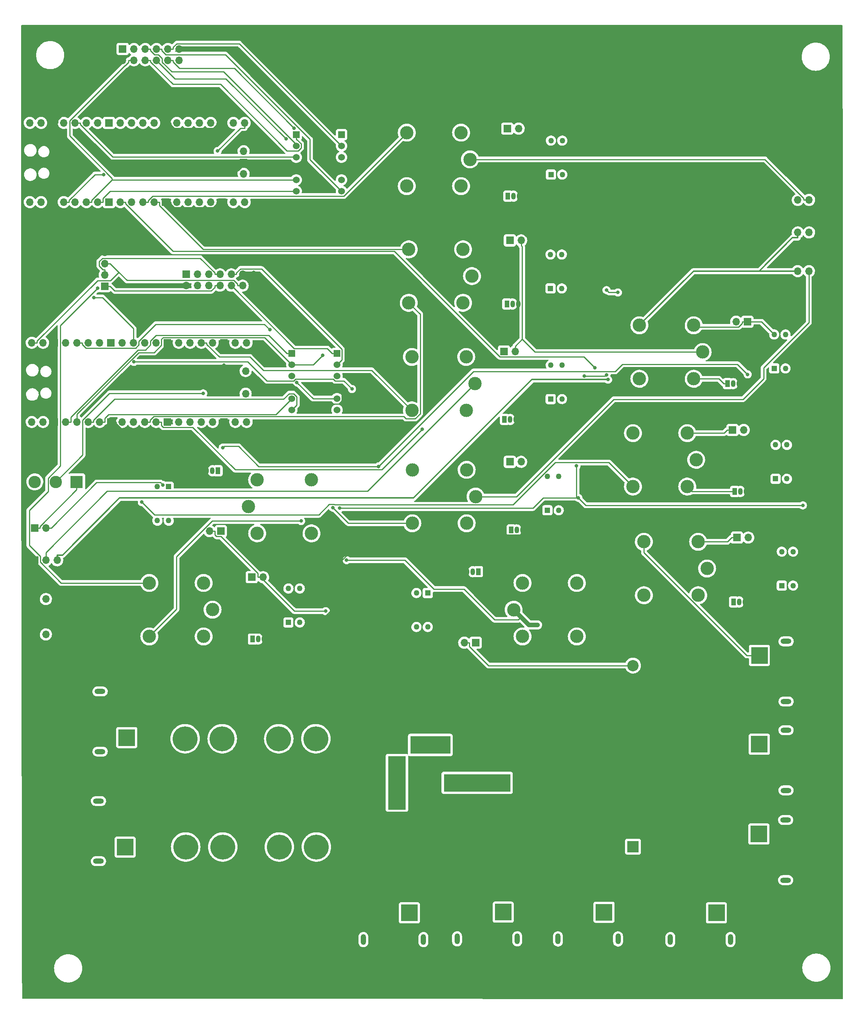
<source format=gbr>
%TF.GenerationSoftware,KiCad,Pcbnew,(6.0.5-0)*%
%TF.CreationDate,2024-02-03T23:16:40-05:00*%
%TF.ProjectId,RoboBoat PCB,526f626f-426f-4617-9420-5043422e6b69,rev?*%
%TF.SameCoordinates,Original*%
%TF.FileFunction,Copper,L2,Bot*%
%TF.FilePolarity,Positive*%
%FSLAX46Y46*%
G04 Gerber Fmt 4.6, Leading zero omitted, Abs format (unit mm)*
G04 Created by KiCad (PCBNEW (6.0.5-0)) date 2024-02-03 23:16:40*
%MOMM*%
%LPD*%
G01*
G04 APERTURE LIST*
%TA.AperFunction,ComponentPad*%
%ADD10R,1.700000X1.700000*%
%TD*%
%TA.AperFunction,ComponentPad*%
%ADD11O,1.700000X1.700000*%
%TD*%
%TA.AperFunction,ComponentPad*%
%ADD12R,1.260000X1.260000*%
%TD*%
%TA.AperFunction,ComponentPad*%
%ADD13C,1.260000*%
%TD*%
%TA.AperFunction,ComponentPad*%
%ADD14C,3.000000*%
%TD*%
%TA.AperFunction,ComponentPad*%
%ADD15R,3.716000X3.716000*%
%TD*%
%TA.AperFunction,ComponentPad*%
%ADD16C,3.716000*%
%TD*%
%TA.AperFunction,ComponentPad*%
%ADD17O,1.200000X2.400000*%
%TD*%
%TA.AperFunction,ComponentPad*%
%ADD18R,2.775000X2.775000*%
%TD*%
%TA.AperFunction,ComponentPad*%
%ADD19C,2.775000*%
%TD*%
%TA.AperFunction,ComponentPad*%
%ADD20C,5.590000*%
%TD*%
%TA.AperFunction,ComponentPad*%
%ADD21R,1.050000X1.500000*%
%TD*%
%TA.AperFunction,ComponentPad*%
%ADD22O,1.050000X1.500000*%
%TD*%
%TA.AperFunction,ComponentPad*%
%ADD23R,2.540000X2.540000*%
%TD*%
%TA.AperFunction,ComponentPad*%
%ADD24C,2.540000*%
%TD*%
%TA.AperFunction,ComponentPad*%
%ADD25O,2.400000X1.200000*%
%TD*%
%TA.AperFunction,ComponentPad*%
%ADD26R,15.000000X4.000000*%
%TD*%
%TA.AperFunction,ComponentPad*%
%ADD27R,9.000000X4.000000*%
%TD*%
%TA.AperFunction,ComponentPad*%
%ADD28R,4.000000X12.000000*%
%TD*%
%TA.AperFunction,ComponentPad*%
%ADD29C,1.524000*%
%TD*%
%TA.AperFunction,ComponentPad*%
%ADD30R,1.524000X1.524000*%
%TD*%
%TA.AperFunction,ViaPad*%
%ADD31C,0.800000*%
%TD*%
%TA.AperFunction,Conductor*%
%ADD32C,0.250000*%
%TD*%
%TA.AperFunction,Conductor*%
%ADD33C,0.300000*%
%TD*%
%TA.AperFunction,Conductor*%
%ADD34C,1.000000*%
%TD*%
G04 APERTURE END LIST*
D10*
%TO.P,J13,1,Pin_1*%
%TO.N,Net-(D11-Pad2)*%
X147600000Y-126850000D03*
D11*
%TO.P,J13,2,Pin_2*%
%TO.N,+5V*%
X150140000Y-126850000D03*
%TD*%
D12*
%TO.P,Q19,1*%
%TO.N,Net-(Q19-Pad1)*%
X206980000Y-105877500D03*
D13*
%TO.P,Q19,2*%
%TO.N,Net-(D22-Pad2)*%
X209520000Y-105877500D03*
%TO.P,Q19,3*%
%TO.N,Net-(Q19-Pad3)*%
X209520000Y-98257500D03*
%TO.P,Q19,4*%
%TO.N,Net-(D23-Pad2)*%
X206980000Y-98257500D03*
%TD*%
D12*
%TO.P,Q12,1*%
%TO.N,Net-(Q12-Pad1)*%
X156730000Y-87927500D03*
D13*
%TO.P,Q12,2*%
%TO.N,Net-(D15-Pad2)*%
X159270000Y-87927500D03*
%TO.P,Q12,3*%
%TO.N,Net-(Q12-Pad3)*%
X159270000Y-80307500D03*
%TO.P,Q12,4*%
%TO.N,Net-(D19-Pad2)*%
X156730000Y-80307500D03*
%TD*%
D10*
%TO.P,J10,1,Pin_1*%
%TO.N,GND*%
X40850000Y-165600000D03*
D11*
%TO.P,J10,2,Pin_2*%
%TO.N,/BackMotorOut*%
X43390000Y-165600000D03*
%TD*%
D10*
%TO.P,J7,1,Pin_1*%
%TO.N,+3V3*%
X60625000Y-34160000D03*
D11*
%TO.P,J7,2,Pin_2*%
%TO.N,GND*%
X60625000Y-36700000D03*
%TO.P,J7,3,Pin_3*%
%TO.N,/Auto_3.3V_TX*%
X63165000Y-34160000D03*
%TO.P,J7,4,Pin_4*%
%TO.N,/Auto_3.3V_RX*%
X63165000Y-36700000D03*
%TO.P,J7,5,Pin_5*%
%TO.N,/Auto_3.3V_SCL*%
X65705000Y-34160000D03*
%TO.P,J7,6,Pin_6*%
%TO.N,/Auto_3.3V_SDA*%
X65705000Y-36700000D03*
%TO.P,J7,7,Pin_7*%
%TO.N,/Auto_5V_Tx*%
X68245000Y-34160000D03*
%TO.P,J7,8,Pin_8*%
%TO.N,/Auto_5V_Rx*%
X68245000Y-36700000D03*
%TO.P,J7,9,Pin_9*%
%TO.N,/Auto_5V_SCL*%
X70785000Y-34160000D03*
%TO.P,J7,10,Pin_10*%
%TO.N,/Auto_5V_SDA*%
X70785000Y-36700000D03*
%TO.P,J7,11,Pin_11*%
%TO.N,GND*%
X73325000Y-34160000D03*
%TO.P,J7,12,Pin_12*%
%TO.N,+5V*%
X73325000Y-36700000D03*
%TD*%
D14*
%TO.P,K9,11*%
%TO.N,/TurretServoOut1*%
X138650000Y-58950000D03*
%TO.P,K9,12*%
%TO.N,/3.3V_RC_WCServo1Sig*%
X124450000Y-64950000D03*
%TO.P,K9,14*%
%TO.N,/3.3V_AUTO_WCServo1Sig*%
X124450000Y-52950000D03*
%TO.P,K9,A1*%
%TO.N,Net-(D21-Pad2)*%
X136650000Y-52950000D03*
%TO.P,K9,A2*%
%TO.N,Net-(D21-Pad1)*%
X136650000Y-64950000D03*
%TD*%
D10*
%TO.P,J29,1,Pin_1*%
%TO.N,Net-(D23-Pad2)*%
X200950000Y-95400000D03*
D11*
%TO.P,J29,2,Pin_2*%
%TO.N,+5V*%
X198410000Y-95400000D03*
%TD*%
D10*
%TO.P,J30,1,Pin_1*%
%TO.N,Net-(S2-Pad1)*%
X40850000Y-141700000D03*
D11*
%TO.P,J30,2,Pin_2*%
%TO.N,Net-(D14-Pad1)*%
X43390000Y-141700000D03*
%TD*%
D15*
%TO.P,J20,1,+*%
%TO.N,+24V*%
X125050000Y-228100000D03*
D16*
%TO.P,J20,2,-*%
%TO.N,GND*%
X117850000Y-228100000D03*
D17*
%TO.P,J20,S1*%
%TO.N,N/C*%
X128200000Y-234100000D03*
%TO.P,J20,S2*%
X114700000Y-234100000D03*
%TD*%
D10*
%TO.P,J14,1,Pin_1*%
%TO.N,Net-(D12-Pad2)*%
X146275000Y-102050000D03*
D11*
%TO.P,J14,2,Pin_2*%
%TO.N,+5V*%
X148815000Y-102050000D03*
%TD*%
D18*
%TO.P,S2,1*%
%TO.N,Net-(S2-Pad1)*%
X50300000Y-131350000D03*
D19*
%TO.P,S2,2*%
%TO.N,/RC_EStopRelaySig*%
X45600000Y-131350000D03*
%TO.P,S2,3*%
%TO.N,unconnected-(S2-Pad3)*%
X40900000Y-131350000D03*
%TD*%
D12*
%TO.P,Q5,1*%
%TO.N,Net-(Q5-Pad1)*%
X207280000Y-130660000D03*
D13*
%TO.P,Q5,2*%
%TO.N,Net-(D8-Pad2)*%
X209820000Y-130660000D03*
%TO.P,Q5,3*%
%TO.N,Net-(Q5-Pad3)*%
X209820000Y-123040000D03*
%TO.P,Q5,4*%
%TO.N,Net-(D13-Pad2)*%
X207280000Y-123040000D03*
%TD*%
D12*
%TO.P,Q2,1*%
%TO.N,Net-(Q2-Pad1)*%
X97860000Y-162900000D03*
D13*
%TO.P,Q2,2*%
%TO.N,Net-(D2-Pad2)*%
X100400000Y-162900000D03*
%TO.P,Q2,3*%
%TO.N,Net-(Q2-Pad3)*%
X100400000Y-155280000D03*
%TO.P,Q2,4*%
%TO.N,Net-(D10-Pad2)*%
X97860000Y-155280000D03*
%TD*%
D20*
%TO.P,F1,1_1*%
%TO.N,/Power Management/fuse1_out*%
X74790000Y-213300000D03*
%TO.P,F1,1_2*%
X83120000Y-213300000D03*
%TO.P,F1,2_1*%
%TO.N,E-Stopped +24V*%
X95820000Y-213300000D03*
%TO.P,F1,2_2*%
X104150000Y-213300000D03*
%TD*%
D11*
%TO.P,U4,1,GPIO0*%
%TO.N,unconnected-(U4-Pad1)*%
X39775000Y-68540000D03*
%TO.P,U4,2,GPIO1*%
%TO.N,unconnected-(U4-Pad2)*%
X42315000Y-68540000D03*
D10*
%TO.P,U4,3,GND*%
%TO.N,GND*%
X44855000Y-68540000D03*
D11*
%TO.P,U4,4,GPIO2*%
%TO.N,/Auto_3.3V_SDA*%
X47395000Y-68540000D03*
%TO.P,U4,5,GPIO3*%
%TO.N,/Auto_3.3V_SCL*%
X49935000Y-68540000D03*
%TO.P,U4,6,GPIO4*%
%TO.N,/Auto_3.3V_RX*%
X52475000Y-68540000D03*
%TO.P,U4,7,GPIO5*%
%TO.N,/Auto_3.3V_TX*%
X55015000Y-68540000D03*
D10*
%TO.P,U4,8,GND*%
%TO.N,unconnected-(U4-Pad8)*%
X57555000Y-68540000D03*
D11*
%TO.P,U4,9,GPIO6*%
%TO.N,/Auto_WaterCannonSig*%
X60095000Y-68540000D03*
%TO.P,U4,10,GPIO7*%
%TO.N,unconnected-(U4-Pad10)*%
X62635000Y-68540000D03*
%TO.P,U4,11,GPIO8*%
%TO.N,/3.3V_AUTO_WCServo1Sig*%
X65175000Y-68540000D03*
%TO.P,U4,12,GPIO9*%
%TO.N,/3.3V_AUTO_WCServo2Sig*%
X67715000Y-68540000D03*
D10*
%TO.P,U4,13,GND*%
%TO.N,GND*%
X70255000Y-68540000D03*
D11*
%TO.P,U4,14,GPIO10*%
%TO.N,unconnected-(U4-Pad14)*%
X72795000Y-68540000D03*
%TO.P,U4,15,GPIO11*%
%TO.N,unconnected-(U4-Pad15)*%
X75335000Y-68540000D03*
%TO.P,U4,16,GPIO12*%
%TO.N,unconnected-(U4-Pad16)*%
X77875000Y-68540000D03*
%TO.P,U4,17,GPIO13*%
%TO.N,unconnected-(U4-Pad17)*%
X80415000Y-68540000D03*
D10*
%TO.P,U4,18,GND*%
%TO.N,GND*%
X82955000Y-68540000D03*
D11*
%TO.P,U4,19,GPIO14*%
%TO.N,unconnected-(U4-Pad19)*%
X85495000Y-68540000D03*
%TO.P,U4,20,GPIO15*%
%TO.N,unconnected-(U4-Pad20)*%
X88035000Y-68540000D03*
%TO.P,U4,21,GPIO16*%
%TO.N,/3.3V_AUTO_FrontMotorSig*%
X88035000Y-50760000D03*
%TO.P,U4,22,GPIO17*%
%TO.N,/3.3V_AUTO_FrontServoSig*%
X85495000Y-50760000D03*
D10*
%TO.P,U4,23,GND*%
%TO.N,GND*%
X82955000Y-50760000D03*
D11*
%TO.P,U4,24,GPIO18*%
%TO.N,/3.3V_AUTO_RearMotorSig*%
X80415000Y-50760000D03*
%TO.P,U4,25,GPIO19*%
%TO.N,/3.3V_AUTO_BackServoSig*%
X77875000Y-50760000D03*
%TO.P,U4,26,GPIO20*%
%TO.N,unconnected-(U4-Pad26)*%
X75335000Y-50760000D03*
%TO.P,U4,27,GPIO21*%
%TO.N,unconnected-(U4-Pad27)*%
X72795000Y-50760000D03*
D10*
%TO.P,U4,28,GND*%
%TO.N,GND*%
X70255000Y-50760000D03*
D11*
%TO.P,U4,29,GPIO22*%
%TO.N,unconnected-(U4-Pad29)*%
X67715000Y-50760000D03*
%TO.P,U4,30,RUN*%
%TO.N,unconnected-(U4-Pad30)*%
X65175000Y-50760000D03*
%TO.P,U4,31,GPIO26_ADC0*%
%TO.N,/Battery_Voltage_ADC*%
X62635000Y-50760000D03*
%TO.P,U4,32,GPIO27_ADC1*%
%TO.N,unconnected-(U4-Pad32)*%
X60095000Y-50760000D03*
D10*
%TO.P,U4,33,AGND*%
%TO.N,unconnected-(U4-Pad33)*%
X57555000Y-50760000D03*
D11*
%TO.P,U4,34,GPIO28_ADC2*%
%TO.N,unconnected-(U4-Pad34)*%
X55015000Y-50760000D03*
%TO.P,U4,35,ADC_VREF*%
%TO.N,unconnected-(U4-Pad35)*%
X52475000Y-50760000D03*
%TO.P,U4,36,3V3*%
%TO.N,+3V3*%
X49935000Y-50760000D03*
%TO.P,U4,37,3V3_EN*%
%TO.N,unconnected-(U4-Pad37)*%
X47395000Y-50760000D03*
D10*
%TO.P,U4,38,GND*%
%TO.N,GND*%
X44855000Y-50760000D03*
D11*
%TO.P,U4,39,VSYS*%
%TO.N,unconnected-(U4-Pad39)*%
X42315000Y-50760000D03*
%TO.P,U4,40,VBUS*%
%TO.N,unconnected-(U4-Pad40)*%
X39775000Y-50760000D03*
%TO.P,U4,41,SWCLK*%
%TO.N,unconnected-(U4-Pad41)*%
X87805000Y-62190000D03*
D10*
%TO.P,U4,42,GND*%
%TO.N,GND*%
X87805000Y-59650000D03*
D11*
%TO.P,U4,43,SWDIO*%
%TO.N,unconnected-(U4-Pad43)*%
X87805000Y-57110000D03*
%TD*%
D21*
%TO.P,Q18,1,C*%
%TO.N,Net-(D21-Pad1)*%
X147150000Y-67200000D03*
D22*
%TO.P,Q18,2,B*%
%TO.N,Net-(Q18-Pad2)*%
X148420000Y-67200000D03*
%TO.P,Q18,3,E*%
%TO.N,GND*%
X149690000Y-67200000D03*
%TD*%
D23*
%TO.P,U6,1,Vin*%
%TO.N,+12V*%
X175260000Y-213220000D03*
D24*
%TO.P,U6,2,GND*%
%TO.N,GND*%
X193040000Y-213220000D03*
%TO.P,U6,3,GND*%
X193040000Y-172580000D03*
%TO.P,U6,4,Vout*%
%TO.N,+5V*%
X175260000Y-172580000D03*
%TD*%
D15*
%TO.P,J26,1,+*%
%TO.N,+12V*%
X203634300Y-190250000D03*
D16*
%TO.P,J26,2,-*%
%TO.N,GND*%
X203634300Y-197450000D03*
D25*
%TO.P,J26,S1*%
%TO.N,N/C*%
X209634300Y-187100000D03*
%TO.P,J26,S2*%
X209634300Y-200600000D03*
%TD*%
D14*
%TO.P,K8,11*%
%TO.N,+12V*%
X191900000Y-150800000D03*
%TO.P,K8,12*%
%TO.N,unconnected-(K8-Pad12)*%
X177700000Y-156800000D03*
%TO.P,K8,14*%
%TO.N,Water Cannon Relay Signal +12V*%
X177700000Y-144800000D03*
%TO.P,K8,A1*%
%TO.N,Net-(D20-Pad2)*%
X189900000Y-144800000D03*
%TO.P,K8,A2*%
%TO.N,Net-(D20-Pad1)*%
X189900000Y-156800000D03*
%TD*%
D10*
%TO.P,J11,1,Pin_1*%
%TO.N,Net-(D9-Pad2)*%
X82700000Y-142400000D03*
D11*
%TO.P,J11,2,Pin_2*%
%TO.N,+5V*%
X80160000Y-142400000D03*
%TD*%
D10*
%TO.P,J9,1,Pin_1*%
%TO.N,GND*%
X40850000Y-157650000D03*
D11*
%TO.P,J9,2,Pin_2*%
%TO.N,/FrontMotorOut*%
X43390000Y-157650000D03*
%TD*%
D10*
%TO.P,J8,1,Pin_1*%
%TO.N,GND*%
X40850000Y-148950000D03*
D11*
%TO.P,J8,2,Pin_2*%
%TO.N,/BackServoOut*%
X43390000Y-148950000D03*
%TO.P,J8,3,Pin_3*%
%TO.N,E-Stop +5V*%
X45930000Y-148950000D03*
%TD*%
D15*
%TO.P,J21,1,+*%
%TO.N,+24V*%
X146100000Y-227934200D03*
D16*
%TO.P,J21,2,-*%
%TO.N,GND*%
X138900000Y-227934200D03*
D17*
%TO.P,J21,S1*%
%TO.N,N/C*%
X149250000Y-233934200D03*
%TO.P,J21,S2*%
X135750000Y-233934200D03*
%TD*%
D15*
%TO.P,J24,1,+*%
%TO.N,+24V*%
X168750000Y-227950000D03*
D16*
%TO.P,J24,2,-*%
%TO.N,GND*%
X161550000Y-227950000D03*
D17*
%TO.P,J24,S1*%
%TO.N,N/C*%
X171900000Y-233950000D03*
%TO.P,J24,S2*%
X158400000Y-233950000D03*
%TD*%
D10*
%TO.P,J17,1,Pin_1*%
%TO.N,Net-(D19-Pad2)*%
X147600000Y-77150000D03*
D11*
%TO.P,J17,2,Pin_2*%
%TO.N,+5V*%
X150140000Y-77150000D03*
%TD*%
D15*
%TO.P,J22,1,+*%
%TO.N,/Power Management/fuse1_out*%
X61215800Y-213350000D03*
D16*
%TO.P,J22,2,-*%
%TO.N,GND*%
X61215800Y-206150000D03*
D25*
%TO.P,J22,S1*%
%TO.N,N/C*%
X55215800Y-216500000D03*
%TO.P,J22,S2*%
X55215800Y-203000000D03*
%TD*%
D21*
%TO.P,Q6,1,C*%
%TO.N,Net-(D9-Pad1)*%
X82050000Y-128850000D03*
D22*
%TO.P,Q6,2,B*%
%TO.N,Net-(Q6-Pad2)*%
X80780000Y-128850000D03*
%TO.P,Q6,3,E*%
%TO.N,GND*%
X79510000Y-128850000D03*
%TD*%
D21*
%TO.P,Q9,1,C*%
%TO.N,Net-(D12-Pad1)*%
X146400000Y-117350000D03*
D22*
%TO.P,Q9,2,B*%
%TO.N,Net-(Q9-Pad2)*%
X147670000Y-117350000D03*
%TO.P,Q9,3,E*%
%TO.N,GND*%
X148940000Y-117350000D03*
%TD*%
D12*
%TO.P,Q1,1*%
%TO.N,Net-(Q1-Pad1)*%
X70970000Y-132440000D03*
D13*
%TO.P,Q1,2*%
%TO.N,Net-(D1-Pad2)*%
X68430000Y-132440000D03*
%TO.P,Q1,3*%
%TO.N,Net-(Q1-Pad3)*%
X68430000Y-140060000D03*
%TO.P,Q1,4*%
%TO.N,Net-(D9-Pad2)*%
X70970000Y-140060000D03*
%TD*%
D10*
%TO.P,J12,1,Pin_1*%
%TO.N,Net-(D10-Pad2)*%
X89630000Y-152740000D03*
D11*
%TO.P,J12,2,Pin_2*%
%TO.N,+5V*%
X92170000Y-152740000D03*
%TD*%
D10*
%TO.P,J16,1,Pin_1*%
%TO.N,Net-(D18-Pad2)*%
X139900000Y-167450000D03*
D11*
%TO.P,J16,2,Pin_2*%
%TO.N,+5V*%
X137360000Y-167450000D03*
%TD*%
D14*
%TO.P,K5,11*%
%TO.N,/Boat Relays/WaterCannonSignal*%
X189450000Y-126400000D03*
%TO.P,K5,12*%
%TO.N,/RC_WaterCannonSig*%
X175250000Y-132400000D03*
%TO.P,K5,14*%
%TO.N,/Auto_WaterCannonSig*%
X175250000Y-120400000D03*
%TO.P,K5,A1*%
%TO.N,Net-(D13-Pad2)*%
X187450000Y-120400000D03*
%TO.P,K5,A2*%
%TO.N,Net-(D13-Pad1)*%
X187450000Y-132400000D03*
%TD*%
%TO.P,K2,11*%
%TO.N,/BackMotorOut*%
X80830000Y-160040000D03*
%TO.P,K2,12*%
%TO.N,/3.3V_RC_RearMotorSig*%
X66630000Y-166040000D03*
%TO.P,K2,14*%
%TO.N,/3.3V_AUTO_RearMotorSig*%
X66630000Y-154040000D03*
%TO.P,K2,A1*%
%TO.N,Net-(D10-Pad2)*%
X78830000Y-154040000D03*
%TO.P,K2,A2*%
%TO.N,Net-(D10-Pad1)*%
X78830000Y-166040000D03*
%TD*%
D26*
%TO.P,K10,1*%
%TO.N,+24V*%
X140245000Y-198905000D03*
D27*
%TO.P,K10,2*%
%TO.N,GND*%
X129745000Y-207405000D03*
%TO.P,K10,6*%
%TO.N,E-Stop Relay Signal +24V*%
X129745000Y-190405000D03*
D28*
%TO.P,K10,7*%
%TO.N,E-Stopped +24V*%
X122245000Y-198905000D03*
%TD*%
D29*
%TO.P,U1,GND_1,GND*%
%TO.N,GND*%
X108780000Y-110120000D03*
%TO.P,U1,GND_2,GND*%
X98620000Y-110120000D03*
%TO.P,U1,HV,HV*%
%TO.N,+5V*%
X108780000Y-107580000D03*
D30*
%TO.P,U1,HV1,HV1*%
%TO.N,/5V_SDA*%
X108780000Y-102500000D03*
D29*
%TO.P,U1,HV2,HV2*%
%TO.N,/5V_SCL*%
X108780000Y-105040000D03*
%TO.P,U1,HV3,HV3*%
%TO.N,/5V_Rx*%
X108780000Y-112660000D03*
%TO.P,U1,HV4,HV4*%
%TO.N,/5V_Tx*%
X108780000Y-115200000D03*
%TO.P,U1,LV,LV*%
%TO.N,+3V3*%
X98620000Y-107580000D03*
D30*
%TO.P,U1,LV1,LV1*%
%TO.N,/3.3V_SDA*%
X98620000Y-102500000D03*
D29*
%TO.P,U1,LV2,LV2*%
%TO.N,/3.3V_SCL*%
X98620000Y-105040000D03*
%TO.P,U1,LV3,LV3*%
%TO.N,/3.3V_RX*%
X98620000Y-112660000D03*
%TO.P,U1,LV4,LV4*%
%TO.N,/3.3V_TX*%
X98620000Y-115200000D03*
%TD*%
D21*
%TO.P,Q10,1,C*%
%TO.N,Net-(D13-Pad1)*%
X198100000Y-133500000D03*
D22*
%TO.P,Q10,2,B*%
%TO.N,Net-(Q10-Pad2)*%
X199370000Y-133500000D03*
%TO.P,Q10,3,E*%
%TO.N,GND*%
X200640000Y-133500000D03*
%TD*%
D14*
%TO.P,K1,11*%
%TO.N,/FrontMotorOut*%
X88850000Y-136900000D03*
%TO.P,K1,12*%
%TO.N,/3.3V_RC_FrontMotorSig*%
X103050000Y-130900000D03*
%TO.P,K1,14*%
%TO.N,/3.3V_AUTO_FrontMotorSig*%
X103050000Y-142900000D03*
%TO.P,K1,A1*%
%TO.N,Net-(D9-Pad2)*%
X90850000Y-142900000D03*
%TO.P,K1,A2*%
%TO.N,Net-(D9-Pad1)*%
X90850000Y-130900000D03*
%TD*%
%TO.P,K7,11*%
%TO.N,/TurretServoOut2*%
X139100000Y-85150000D03*
%TO.P,K7,12*%
%TO.N,/3.3V_RC_WCServo2Sig*%
X124900000Y-91150000D03*
%TO.P,K7,14*%
%TO.N,/3.3V_AUTO_WCServo2Sig*%
X124900000Y-79150000D03*
%TO.P,K7,A1*%
%TO.N,Net-(D19-Pad2)*%
X137100000Y-79150000D03*
%TO.P,K7,A2*%
%TO.N,Net-(D19-Pad1)*%
X137100000Y-91150000D03*
%TD*%
D10*
%TO.P,J2,1,Pin_1*%
%TO.N,GND*%
X217300000Y-84050000D03*
D11*
%TO.P,J2,2,Pin_2*%
%TO.N,/FrontServoOut*%
X214760000Y-84050000D03*
%TO.P,J2,3,Pin_3*%
%TO.N,E-Stop +5V*%
X212220000Y-84050000D03*
%TD*%
%TO.P,U3,1,GPIO0*%
%TO.N,unconnected-(U3-Pad1)*%
X40225000Y-117890000D03*
%TO.P,U3,2,GPIO1*%
%TO.N,unconnected-(U3-Pad2)*%
X42765000Y-117890000D03*
D10*
%TO.P,U3,3,GND*%
%TO.N,GND*%
X45305000Y-117890000D03*
D11*
%TO.P,U3,4,GPIO2*%
%TO.N,/3.3V_SDA*%
X47845000Y-117890000D03*
%TO.P,U3,5,GPIO3*%
%TO.N,/3.3V_SCL*%
X50385000Y-117890000D03*
%TO.P,U3,6,GPIO4*%
%TO.N,/3.3V_TX*%
X52925000Y-117890000D03*
%TO.P,U3,7,GPIO5*%
%TO.N,/3.3V_RX*%
X55465000Y-117890000D03*
D10*
%TO.P,U3,8,GND*%
%TO.N,GND*%
X58005000Y-117890000D03*
D11*
%TO.P,U3,9,GPIO6*%
%TO.N,/RC_WaterCannonSig*%
X60545000Y-117890000D03*
%TO.P,U3,10,GPIO7*%
%TO.N,unconnected-(U3-Pad10)*%
X63085000Y-117890000D03*
%TO.P,U3,11,GPIO8*%
%TO.N,/3.3V_RC_WCServo2Sig*%
X65625000Y-117890000D03*
%TO.P,U3,12,GPIO9*%
%TO.N,/3.3V_RC_WCServo1Sig*%
X68165000Y-117890000D03*
D10*
%TO.P,U3,13,GND*%
%TO.N,GND*%
X70705000Y-117890000D03*
D11*
%TO.P,U3,14,GPIO10*%
%TO.N,unconnected-(U3-Pad14)*%
X73245000Y-117890000D03*
%TO.P,U3,15,GPIO11*%
%TO.N,/RC_Auto{slash}RC_RelaySig*%
X75785000Y-117890000D03*
%TO.P,U3,16,GPIO12*%
%TO.N,unconnected-(U3-Pad16)*%
X78325000Y-117890000D03*
%TO.P,U3,17,GPIO13*%
%TO.N,/RC_EStopRelaySig*%
X80865000Y-117890000D03*
D10*
%TO.P,U3,18,GND*%
%TO.N,GND*%
X83405000Y-117890000D03*
D11*
%TO.P,U3,19,GPIO14*%
%TO.N,unconnected-(U3-Pad19)*%
X85945000Y-117890000D03*
%TO.P,U3,20,GPIO15*%
%TO.N,unconnected-(U3-Pad20)*%
X88485000Y-117890000D03*
%TO.P,U3,21,GPIO16*%
%TO.N,/3.3V_RC_FrontMotorSig*%
X88485000Y-100110000D03*
%TO.P,U3,22,GPIO17*%
%TO.N,/3.3V_RC_FrontServoSig*%
X85945000Y-100110000D03*
D10*
%TO.P,U3,23,GND*%
%TO.N,GND*%
X83405000Y-100110000D03*
D11*
%TO.P,U3,24,GPIO18*%
%TO.N,/3.3V_RC_RearMotorSig*%
X80865000Y-100110000D03*
%TO.P,U3,25,GPIO19*%
%TO.N,/3.3V_RC_BackServoSig*%
X78325000Y-100110000D03*
%TO.P,U3,26,GPIO20*%
%TO.N,unconnected-(U3-Pad26)*%
X75785000Y-100110000D03*
%TO.P,U3,27,GPIO21*%
%TO.N,unconnected-(U3-Pad27)*%
X73245000Y-100110000D03*
D10*
%TO.P,U3,28,GND*%
%TO.N,GND*%
X70705000Y-100110000D03*
D11*
%TO.P,U3,29,GPIO22*%
%TO.N,unconnected-(U3-Pad29)*%
X68165000Y-100110000D03*
%TO.P,U3,30,RUN*%
%TO.N,unconnected-(U3-Pad30)*%
X65625000Y-100110000D03*
%TO.P,U3,31,GPIO26_ADC0*%
%TO.N,/Battery_Voltage_ADC*%
X63085000Y-100110000D03*
%TO.P,U3,32,GPIO27_ADC1*%
%TO.N,unconnected-(U3-Pad32)*%
X60545000Y-100110000D03*
D10*
%TO.P,U3,33,AGND*%
%TO.N,unconnected-(U3-Pad33)*%
X58005000Y-100110000D03*
D11*
%TO.P,U3,34,GPIO28_ADC2*%
%TO.N,unconnected-(U3-Pad34)*%
X55465000Y-100110000D03*
%TO.P,U3,35,ADC_VREF*%
%TO.N,unconnected-(U3-Pad35)*%
X52925000Y-100110000D03*
%TO.P,U3,36,3V3*%
%TO.N,+3V3*%
X50385000Y-100110000D03*
%TO.P,U3,37,3V3_EN*%
%TO.N,unconnected-(U3-Pad37)*%
X47845000Y-100110000D03*
D10*
%TO.P,U3,38,GND*%
%TO.N,GND*%
X45305000Y-100110000D03*
D11*
%TO.P,U3,39,VSYS*%
%TO.N,unconnected-(U3-Pad39)*%
X42765000Y-100110000D03*
%TO.P,U3,40,VBUS*%
%TO.N,+5V*%
X40225000Y-100110000D03*
%TO.P,U3,41,SWCLK*%
%TO.N,unconnected-(U3-Pad41)*%
X88255000Y-111540000D03*
D10*
%TO.P,U3,42,GND*%
%TO.N,GND*%
X88255000Y-109000000D03*
D11*
%TO.P,U3,43,SWDIO*%
%TO.N,unconnected-(U3-Pad43)*%
X88255000Y-106460000D03*
%TD*%
D10*
%TO.P,J6,1,Pin_1*%
%TO.N,GND*%
X217350000Y-75350000D03*
D11*
%TO.P,J6,2,Pin_2*%
%TO.N,/TurretServoOut2*%
X214810000Y-75350000D03*
%TO.P,J6,3,Pin_3*%
%TO.N,E-Stop +5V*%
X212270000Y-75350000D03*
%TD*%
D10*
%TO.P,J18,1,Pin_1*%
%TO.N,Net-(D20-Pad2)*%
X198600000Y-143850000D03*
D11*
%TO.P,J18,2,Pin_2*%
%TO.N,+5V*%
X201140000Y-143850000D03*
%TD*%
D14*
%TO.P,K3,11*%
%TO.N,/FrontServoOut*%
X139900000Y-134650000D03*
%TO.P,K3,12*%
%TO.N,/3.3V_RC_FrontServoSig*%
X125700000Y-140650000D03*
%TO.P,K3,14*%
%TO.N,/3.3V_AUTO_FrontServoSig*%
X125700000Y-128650000D03*
%TO.P,K3,A1*%
%TO.N,Net-(D11-Pad2)*%
X137900000Y-128650000D03*
%TO.P,K3,A2*%
%TO.N,Net-(D11-Pad1)*%
X137900000Y-140650000D03*
%TD*%
D10*
%TO.P,J3,1,Pin_1*%
%TO.N,/5V_Rx*%
X56600000Y-87400000D03*
D11*
%TO.P,J3,2,Pin_2*%
%TO.N,/5V_Tx*%
X56600000Y-84860000D03*
%TO.P,J3,3,Pin_3*%
%TO.N,+5V*%
X56600000Y-82320000D03*
%TO.P,J3,4,Pin_4*%
%TO.N,GND*%
X56600000Y-79780000D03*
%TD*%
D10*
%TO.P,J4,1,Pin_1*%
%TO.N,GND*%
X217350000Y-68050000D03*
D11*
%TO.P,J4,2,Pin_2*%
%TO.N,/TurretServoOut1*%
X214810000Y-68050000D03*
%TO.P,J4,3,Pin_3*%
%TO.N,E-Stop +5V*%
X212270000Y-68050000D03*
%TD*%
D15*
%TO.P,J23,1,+*%
%TO.N,/Power Management/fuse2_out*%
X61565800Y-188750000D03*
D16*
%TO.P,J23,2,-*%
%TO.N,GND*%
X61565800Y-181550000D03*
D25*
%TO.P,J23,S1*%
%TO.N,N/C*%
X55565800Y-191900000D03*
%TO.P,J23,S2*%
X55565800Y-178400000D03*
%TD*%
D21*
%TO.P,Q7,1,C*%
%TO.N,Net-(D10-Pad1)*%
X89790000Y-166640000D03*
D22*
%TO.P,Q7,2,B*%
%TO.N,Net-(Q7-Pad2)*%
X91060000Y-166640000D03*
%TO.P,Q7,3,E*%
%TO.N,GND*%
X92330000Y-166640000D03*
%TD*%
D21*
%TO.P,Q17,1,C*%
%TO.N,Net-(D20-Pad1)*%
X197850000Y-158300000D03*
D22*
%TO.P,Q17,2,B*%
%TO.N,Net-(Q17-Pad2)*%
X199120000Y-158300000D03*
%TO.P,Q17,3,E*%
%TO.N,GND*%
X200390000Y-158300000D03*
%TD*%
D15*
%TO.P,J28,1,+*%
%TO.N,Water Cannon Relay Signal +12V*%
X203650000Y-170300000D03*
D16*
%TO.P,J28,2,-*%
%TO.N,GND*%
X203650000Y-177500000D03*
D25*
%TO.P,J28,S1*%
%TO.N,N/C*%
X209650000Y-167150000D03*
%TO.P,J28,S2*%
X209650000Y-180650000D03*
%TD*%
D14*
%TO.P,K11,11*%
%TO.N,+5V*%
X190900000Y-102200000D03*
%TO.P,K11,12*%
%TO.N,unconnected-(K11-Pad12)*%
X176700000Y-108200000D03*
%TO.P,K11,14*%
%TO.N,E-Stop +5V*%
X176700000Y-96200000D03*
%TO.P,K11,A1*%
%TO.N,Net-(D23-Pad2)*%
X188900000Y-96200000D03*
%TO.P,K11,A2*%
%TO.N,Net-(D23-Pad1)*%
X188900000Y-108200000D03*
%TD*%
%TO.P,K6,11*%
%TO.N,+24V*%
X148450000Y-160050000D03*
%TO.P,K6,12*%
%TO.N,unconnected-(K6-Pad12)*%
X162650000Y-154050000D03*
%TO.P,K6,14*%
%TO.N,E-Stop Relay Signal +24V*%
X162650000Y-166050000D03*
%TO.P,K6,A1*%
%TO.N,Net-(D18-Pad2)*%
X150450000Y-166050000D03*
%TO.P,K6,A2*%
%TO.N,Net-(D18-Pad1)*%
X150450000Y-154050000D03*
%TD*%
D21*
%TO.P,Q20,1,C*%
%TO.N,Net-(D23-Pad1)*%
X196480000Y-109310000D03*
D22*
%TO.P,Q20,2,B*%
%TO.N,Net-(Q20-Pad2)*%
X197750000Y-109310000D03*
%TO.P,Q20,3,E*%
%TO.N,GND*%
X199020000Y-109310000D03*
%TD*%
D21*
%TO.P,Q15,1,C*%
%TO.N,Net-(D18-Pad1)*%
X140550000Y-151500000D03*
D22*
%TO.P,Q15,2,B*%
%TO.N,Net-(Q15-Pad2)*%
X139280000Y-151500000D03*
%TO.P,Q15,3,E*%
%TO.N,GND*%
X138010000Y-151500000D03*
%TD*%
D10*
%TO.P,J15,1,Pin_1*%
%TO.N,Net-(D13-Pad2)*%
X197600000Y-119700000D03*
D11*
%TO.P,J15,2,Pin_2*%
%TO.N,+5V*%
X200140000Y-119700000D03*
%TD*%
D12*
%TO.P,Q3,1*%
%TO.N,Net-(Q3-Pad1)*%
X156030000Y-137727500D03*
D13*
%TO.P,Q3,2*%
%TO.N,Net-(D3-Pad2)*%
X158570000Y-137727500D03*
%TO.P,Q3,3*%
%TO.N,Net-(Q3-Pad3)*%
X158570000Y-130107500D03*
%TO.P,Q3,4*%
%TO.N,Net-(D11-Pad2)*%
X156030000Y-130107500D03*
%TD*%
D15*
%TO.P,J27,1,+*%
%TO.N,+12V*%
X203550000Y-210400000D03*
D16*
%TO.P,J27,2,-*%
%TO.N,GND*%
X203550000Y-217600000D03*
D25*
%TO.P,J27,S1*%
%TO.N,N/C*%
X209550000Y-207250000D03*
%TO.P,J27,S2*%
X209550000Y-220750000D03*
%TD*%
D14*
%TO.P,K4,11*%
%TO.N,/BackServoOut*%
X139800000Y-109300000D03*
%TO.P,K4,12*%
%TO.N,/3.3V_RC_BackServoSig*%
X125600000Y-115300000D03*
%TO.P,K4,14*%
%TO.N,/3.3V_AUTO_BackServoSig*%
X125600000Y-103300000D03*
%TO.P,K4,A1*%
%TO.N,Net-(D12-Pad2)*%
X137800000Y-103300000D03*
%TO.P,K4,A2*%
%TO.N,Net-(D12-Pad1)*%
X137800000Y-115300000D03*
%TD*%
D12*
%TO.P,Q4,1*%
%TO.N,Net-(Q4-Pad1)*%
X156780000Y-112760000D03*
D13*
%TO.P,Q4,2*%
%TO.N,Net-(D4-Pad2)*%
X159320000Y-112760000D03*
%TO.P,Q4,3*%
%TO.N,Net-(Q4-Pad3)*%
X159320000Y-105140000D03*
%TO.P,Q4,4*%
%TO.N,Net-(D12-Pad2)*%
X156780000Y-105140000D03*
%TD*%
D10*
%TO.P,J1,1,Pin_1*%
%TO.N,+3V3*%
X74875000Y-84760000D03*
D11*
%TO.P,J1,2,Pin_2*%
%TO.N,GND*%
X74875000Y-87300000D03*
%TO.P,J1,3,Pin_3*%
%TO.N,/3.3V_TX*%
X77415000Y-84760000D03*
%TO.P,J1,4,Pin_4*%
%TO.N,/3.3V_RX*%
X77415000Y-87300000D03*
%TO.P,J1,5,Pin_5*%
%TO.N,/3.3V_SCL*%
X79955000Y-84760000D03*
%TO.P,J1,6,Pin_6*%
%TO.N,/3.3V_SDA*%
X79955000Y-87300000D03*
%TO.P,J1,7,Pin_7*%
%TO.N,/5V_Tx*%
X82495000Y-84760000D03*
%TO.P,J1,8,Pin_8*%
%TO.N,/5V_Rx*%
X82495000Y-87300000D03*
%TO.P,J1,9,Pin_9*%
%TO.N,/5V_SCL*%
X85035000Y-84760000D03*
%TO.P,J1,10,Pin_10*%
%TO.N,/5V_SDA*%
X85035000Y-87300000D03*
%TO.P,J1,11,Pin_11*%
%TO.N,GND*%
X87575000Y-84760000D03*
%TO.P,J1,12,Pin_12*%
%TO.N,+5V*%
X87575000Y-87300000D03*
%TD*%
D21*
%TO.P,Q8,1,C*%
%TO.N,Net-(D11-Pad1)*%
X147900000Y-142150000D03*
D22*
%TO.P,Q8,2,B*%
%TO.N,Net-(Q8-Pad2)*%
X149170000Y-142150000D03*
%TO.P,Q8,3,E*%
%TO.N,GND*%
X150440000Y-142150000D03*
%TD*%
D15*
%TO.P,J25,1,+*%
%TO.N,+12V*%
X194000000Y-228100000D03*
D16*
%TO.P,J25,2,-*%
%TO.N,GND*%
X186800000Y-228100000D03*
D17*
%TO.P,J25,S1*%
%TO.N,N/C*%
X197150000Y-234100000D03*
%TO.P,J25,S2*%
X183650000Y-234100000D03*
%TD*%
D10*
%TO.P,J19,1,Pin_1*%
%TO.N,Net-(D21-Pad2)*%
X147025000Y-52050000D03*
D11*
%TO.P,J19,2,Pin_2*%
%TO.N,+5V*%
X149565000Y-52050000D03*
%TD*%
D12*
%TO.P,Q11,1*%
%TO.N,Net-(Q11-Pad1)*%
X129170000Y-156290000D03*
D13*
%TO.P,Q11,2*%
%TO.N,Net-(D14-Pad2)*%
X126630000Y-156290000D03*
%TO.P,Q11,3*%
%TO.N,Net-(Q11-Pad3)*%
X126630000Y-163910000D03*
%TO.P,Q11,4*%
%TO.N,Net-(D18-Pad2)*%
X129170000Y-163910000D03*
%TD*%
D12*
%TO.P,Q13,1*%
%TO.N,Net-(Q13-Pad1)*%
X208680000Y-154627500D03*
D13*
%TO.P,Q13,2*%
%TO.N,Net-(D16-Pad2)*%
X211220000Y-154627500D03*
%TO.P,Q13,3*%
%TO.N,Net-(Q13-Pad3)*%
X211220000Y-147007500D03*
%TO.P,Q13,4*%
%TO.N,Net-(D20-Pad2)*%
X208680000Y-147007500D03*
%TD*%
D12*
%TO.P,Q14,1*%
%TO.N,Net-(Q14-Pad1)*%
X156830000Y-62360000D03*
D13*
%TO.P,Q14,2*%
%TO.N,Net-(D17-Pad2)*%
X159370000Y-62360000D03*
%TO.P,Q14,3*%
%TO.N,Net-(Q14-Pad3)*%
X159370000Y-54740000D03*
%TO.P,Q14,4*%
%TO.N,Net-(D21-Pad2)*%
X156830000Y-54740000D03*
%TD*%
D21*
%TO.P,Q16,1,C*%
%TO.N,Net-(D19-Pad1)*%
X146930000Y-91410000D03*
D22*
%TO.P,Q16,2,B*%
%TO.N,Net-(Q16-Pad2)*%
X148200000Y-91410000D03*
%TO.P,Q16,3,E*%
%TO.N,GND*%
X149470000Y-91410000D03*
%TD*%
D20*
%TO.P,F2,1_1*%
%TO.N,/Power Management/fuse2_out*%
X74665000Y-189005000D03*
%TO.P,F2,1_2*%
X82995000Y-189005000D03*
%TO.P,F2,2_1*%
%TO.N,E-Stopped +24V*%
X95695000Y-189005000D03*
%TO.P,F2,2_2*%
X104025000Y-189005000D03*
%TD*%
D29*
%TO.P,U8,GND_1,GND*%
%TO.N,GND*%
X109780000Y-61020000D03*
%TO.P,U8,GND_2,GND*%
X99620000Y-61020000D03*
%TO.P,U8,HV,HV*%
%TO.N,+5V*%
X109780000Y-58480000D03*
D30*
%TO.P,U8,HV1,HV1*%
%TO.N,/Auto_5V_SDA*%
X109780000Y-53400000D03*
D29*
%TO.P,U8,HV2,HV2*%
%TO.N,/Auto_5V_SCL*%
X109780000Y-55940000D03*
%TO.P,U8,HV3,HV3*%
%TO.N,/Auto_5V_Rx*%
X109780000Y-63560000D03*
%TO.P,U8,HV4,HV4*%
%TO.N,/Auto_5V_Tx*%
X109780000Y-66100000D03*
%TO.P,U8,LV,LV*%
%TO.N,+3V3*%
X99620000Y-58480000D03*
D30*
%TO.P,U8,LV1,LV1*%
%TO.N,/Auto_3.3V_SDA*%
X99620000Y-53400000D03*
D29*
%TO.P,U8,LV2,LV2*%
%TO.N,/Auto_3.3V_SCL*%
X99620000Y-55940000D03*
%TO.P,U8,LV3,LV3*%
%TO.N,/Auto_3.3V_RX*%
X99620000Y-63560000D03*
%TO.P,U8,LV4,LV4*%
%TO.N,/Auto_3.3V_TX*%
X99620000Y-66100000D03*
%TD*%
D31*
%TO.N,+5V*%
X106244000Y-160364000D03*
%TO.N,GND*%
X69800000Y-94250000D03*
X74150000Y-94800000D03*
X81900000Y-111300000D03*
X82955000Y-61482300D03*
X83405000Y-105154000D03*
X117250000Y-146073000D03*
X90097000Y-84282100D03*
X176814200Y-161850000D03*
X152600000Y-191250000D03*
%TO.N,/RC_Auto{slash}RC_RelaySig*%
X109394000Y-137237000D03*
X162544000Y-127761000D03*
X171855000Y-88826500D03*
X169300000Y-107295500D03*
X169311000Y-88289600D03*
X162988000Y-134928000D03*
X213415000Y-136619000D03*
X164357000Y-107628000D03*
%TO.N,/RC_EStopRelaySig*%
X78733600Y-111477700D03*
%TO.N,/RC_WaterCannonSig*%
X64946400Y-135886000D03*
%TO.N,+3V3*%
X93671700Y-97215200D03*
%TO.N,/3.3V_SCL*%
X105594000Y-102919000D03*
%TO.N,/5V_Rx*%
X99761700Y-109017000D03*
%TO.N,E-Stop +5V*%
X169657000Y-108395000D03*
%TO.N,/Auto_3.3V_SDA*%
X56381800Y-62352100D03*
%TO.N,/Auto_5V_Rx*%
X97316600Y-54342500D03*
%TO.N,/Auto_5V_SDA*%
X99150600Y-51942400D03*
%TO.N,+24V*%
X110932000Y-148912000D03*
X153855000Y-163477000D03*
%TO.N,/3.3V_AUTO_FrontMotorSig*%
X81963900Y-57085400D03*
%TO.N,/3.3V_RC_RearMotorSig*%
X100716000Y-140141000D03*
%TO.N,/3.3V_AUTO_RearMotorSig*%
X55057900Y-87887500D03*
%TO.N,/Auto_WaterCannonSig*%
X166696000Y-105722000D03*
%TO.N,/Battery_Voltage_ADC*%
X54200000Y-89950000D03*
X63153000Y-104400000D03*
X112150000Y-110502000D03*
%TO.N,/3.3V_RC_FrontServoSig*%
X107848000Y-137144000D03*
%TO.N,/3.3V_RC_WCServo1Sig*%
X127901000Y-119535000D03*
%TO.N,Net-(D14-Pad1)*%
X83137000Y-123655100D03*
X200994000Y-107217000D03*
X69665100Y-132027500D03*
X118099000Y-127879000D03*
%TD*%
D32*
%TO.N,+5V*%
X81336900Y-143209000D02*
X81704600Y-143577000D01*
X90993100Y-151908000D02*
X90993100Y-152740000D01*
X55014000Y-86130100D02*
X41401900Y-99742200D01*
X150359000Y-99328800D02*
X150359000Y-78546200D01*
X59728500Y-84271500D02*
X57869900Y-86130100D01*
X92170000Y-152740000D02*
X91581600Y-152740000D01*
X138536900Y-168282300D02*
X138536900Y-167450000D01*
X148815000Y-100873000D02*
X150359000Y-99328800D01*
X86398100Y-87300000D02*
X87575000Y-87300000D01*
X82662300Y-143577000D02*
X90993100Y-151908000D01*
X99206000Y-160364000D02*
X106244000Y-160364000D01*
X57776900Y-82320000D02*
X59728500Y-84271500D01*
X61580000Y-86123100D02*
X85589100Y-86123100D01*
X142834600Y-172580000D02*
X138536900Y-168282300D01*
X57869900Y-86130100D02*
X55014000Y-86130100D01*
X90993100Y-152740000D02*
X91581600Y-152740000D01*
X56600000Y-82320000D02*
X57776900Y-82320000D01*
X80160000Y-142400000D02*
X81336900Y-142400000D01*
X59728500Y-84271500D02*
X61580000Y-86123100D01*
X41401900Y-100110000D02*
X40225000Y-100110000D01*
X91581600Y-152740000D02*
X99206000Y-160364000D01*
X81704600Y-143577000D02*
X82662300Y-143577000D01*
X150359000Y-78546200D02*
X150140000Y-78326900D01*
X148815000Y-102050000D02*
X148815000Y-100873000D01*
X81336900Y-142400000D02*
X81336900Y-143209000D01*
X175260000Y-172580000D02*
X142834600Y-172580000D01*
X153230000Y-102200000D02*
X150359000Y-99328800D01*
X190900000Y-102200000D02*
X153230000Y-102200000D01*
X137360000Y-167450000D02*
X138536900Y-167450000D01*
X85589100Y-86123100D02*
X86398100Y-86932100D01*
X150140000Y-78326900D02*
X150140000Y-77150000D01*
X41401900Y-99742200D02*
X41401900Y-100110000D01*
X86398100Y-86932100D02*
X86398100Y-87300000D01*
%TO.N,GND*%
X84200000Y-109000000D02*
X81900000Y-111300000D01*
X58005000Y-117890000D02*
X59181900Y-117890000D01*
X69800000Y-94250000D02*
X73650000Y-94250000D01*
X69774100Y-128850000D02*
X79510000Y-128850000D01*
X84823100Y-105154000D02*
X83405000Y-105154000D01*
X72240900Y-69716900D02*
X80969000Y-69716900D01*
X88669500Y-109000000D02*
X84823100Y-105154000D01*
X109180000Y-113831000D02*
X102331000Y-113831000D01*
X81778100Y-51127900D02*
X80969100Y-51936900D01*
X59448100Y-36700000D02*
X46031900Y-50116200D01*
X80969100Y-51936900D02*
X72241000Y-51936900D01*
X55423100Y-79780000D02*
X56600000Y-79780000D01*
X89619100Y-84760000D02*
X90097000Y-84282100D01*
X137158000Y-149696000D02*
X133535000Y-146073000D01*
X133535000Y-146073000D02*
X117250000Y-146073000D01*
X80969000Y-69716900D02*
X81778100Y-68907800D01*
X112723000Y-146073000D02*
X108166000Y-150630000D01*
X82955000Y-50760000D02*
X81778100Y-50760000D01*
X92330000Y-166640000D02*
X92330000Y-167717000D01*
X45305000Y-100110000D02*
X45305000Y-117890000D01*
X71431900Y-50760000D02*
X70255000Y-50760000D01*
X81778100Y-68907800D02*
X81778100Y-68540000D01*
X72241000Y-51936900D02*
X71431900Y-51127800D01*
X137158000Y-151500000D02*
X138010000Y-151500000D01*
X88393500Y-59650000D02*
X86561200Y-61482300D01*
X60625000Y-36700000D02*
X59448100Y-36700000D01*
X46031900Y-50760000D02*
X44855000Y-50760000D01*
X71431900Y-68540000D02*
X71431900Y-68907900D01*
X59181900Y-118258000D02*
X69774100Y-128850000D01*
X137158000Y-149696000D02*
X137158000Y-151500000D01*
X46031900Y-50116200D02*
X46031900Y-50760000D01*
X117250000Y-146073000D02*
X112723000Y-146073000D01*
X73650000Y-94250000D02*
X74200000Y-94800000D01*
X88255000Y-109000000D02*
X84200000Y-109000000D01*
X109876000Y-113135000D02*
X109180000Y-113831000D01*
X89431900Y-109000000D02*
X90551900Y-110120000D01*
X90351900Y-61020000D02*
X88981900Y-59650000D01*
X59181900Y-117890000D02*
X59181900Y-118258000D01*
X88255000Y-109000000D02*
X88669500Y-109000000D01*
X92330000Y-167717000D02*
X78496900Y-181550000D01*
X108166000Y-159492000D02*
X101018000Y-166640000D01*
X88981900Y-59650000D02*
X88393500Y-59650000D01*
X87575000Y-84760000D02*
X89619100Y-84760000D01*
X99620000Y-61020000D02*
X90351900Y-61020000D01*
X101018000Y-166640000D02*
X92330000Y-166640000D01*
X81778100Y-50760000D02*
X81778100Y-51127900D01*
X87805000Y-59650000D02*
X88393500Y-59650000D01*
X88669500Y-109000000D02*
X89431900Y-109000000D01*
X71431900Y-68907900D02*
X72240900Y-69716900D01*
X150440000Y-143227000D02*
X143628000Y-143227000D01*
X44855000Y-69716900D02*
X45360000Y-69716900D01*
X108780000Y-110120000D02*
X109876000Y-111216000D01*
X109876000Y-111216000D02*
X109876000Y-113135000D01*
X44855000Y-68540000D02*
X44855000Y-69716900D01*
X81778100Y-68540000D02*
X82955000Y-68540000D01*
X102331000Y-113831000D02*
X98620000Y-110120000D01*
X70255000Y-68540000D02*
X71431900Y-68540000D01*
X90551900Y-110120000D02*
X98620000Y-110120000D01*
X78496900Y-181550000D02*
X61565800Y-181550000D01*
X108166000Y-150630000D02*
X108166000Y-159492000D01*
X45360000Y-69716900D02*
X55423100Y-79780000D01*
X143628000Y-143227000D02*
X137158000Y-149696000D01*
X86561200Y-61482300D02*
X82955000Y-61482300D01*
X200640000Y-133500000D02*
X202125000Y-133500000D01*
X71431900Y-51127800D02*
X71431900Y-50760000D01*
X150440000Y-142150000D02*
X150440000Y-143227000D01*
%TO.N,/RC_Auto{slash}RC_RelaySig*%
X162544000Y-134928000D02*
X162544000Y-127761000D01*
X169848000Y-88826500D02*
X171855000Y-88826500D01*
X168967500Y-107628000D02*
X164357000Y-107628000D01*
X162544000Y-134928000D02*
X162988000Y-134928000D01*
X164678000Y-136619000D02*
X162988000Y-134928000D01*
X109394000Y-137237000D02*
X152792000Y-137237000D01*
X169300000Y-107295500D02*
X168967500Y-107628000D01*
X152792000Y-137237000D02*
X155101000Y-134928000D01*
X213415000Y-136619000D02*
X164678000Y-136619000D01*
X169311000Y-88289600D02*
X169848000Y-88826500D01*
X155101000Y-134928000D02*
X162544000Y-134928000D01*
%TO.N,Net-(D13-Pad1)*%
X187450000Y-132400000D02*
X188550000Y-133500000D01*
X188550000Y-133500000D02*
X198100000Y-133500000D01*
%TO.N,Net-(D13-Pad2)*%
X195723000Y-120400000D02*
X187450000Y-120400000D01*
X196423000Y-119700000D02*
X195723000Y-120400000D01*
X197600000Y-119700000D02*
X196423000Y-119700000D01*
%TO.N,/RC_EStopRelaySig*%
X51655000Y-117491900D02*
X57669200Y-111477700D01*
X45600000Y-131350000D02*
X51655000Y-125295000D01*
X51655000Y-125295000D02*
X51655000Y-117491900D01*
X57669200Y-111477700D02*
X78733600Y-111477700D01*
%TO.N,/RC_WaterCannonSig*%
X148307000Y-136477000D02*
X108209000Y-136477000D01*
X67818400Y-138758000D02*
X64946400Y-135886000D01*
X104684000Y-138758000D02*
X67818400Y-138758000D01*
X157802000Y-126982000D02*
X148307000Y-136477000D01*
X175250000Y-132400000D02*
X169832000Y-126982000D01*
X107025000Y-136417000D02*
X104684000Y-138758000D01*
X108149000Y-136417000D02*
X107025000Y-136417000D01*
X169832000Y-126982000D02*
X157802000Y-126982000D01*
X108209000Y-136477000D02*
X108149000Y-136417000D01*
%TO.N,Net-(D20-Pad2)*%
X196473000Y-144800000D02*
X189900000Y-144800000D01*
X198600000Y-143850000D02*
X197423000Y-143850000D01*
X197423000Y-143850000D02*
X196473000Y-144800000D01*
%TO.N,+3V3*%
X64261900Y-99782900D02*
X68094800Y-95950000D01*
X63539200Y-101320000D02*
X64261900Y-100598000D01*
X49935000Y-50760000D02*
X51111900Y-50760000D01*
X51111900Y-51125800D02*
X58366100Y-58380000D01*
X68094800Y-95950000D02*
X92406500Y-95950000D01*
X58366100Y-58380000D02*
X99520000Y-58380000D01*
X64261900Y-100598000D02*
X64261900Y-99782900D01*
X51111900Y-50760000D02*
X51111900Y-51125800D01*
X50385000Y-100110000D02*
X51561900Y-100110000D01*
X51561900Y-100476000D02*
X52406300Y-101320000D01*
X52406300Y-101320000D02*
X63539200Y-101320000D01*
X51561900Y-100110000D02*
X51561900Y-100476000D01*
X92406500Y-95950000D02*
X93671700Y-97215200D01*
X99520000Y-58380000D02*
X99620000Y-58480000D01*
%TO.N,/3.3V_TX*%
X58855400Y-112769000D02*
X96787100Y-112769000D01*
X99750300Y-114070000D02*
X98620000Y-115200000D01*
X54101900Y-117890000D02*
X54101900Y-117522000D01*
X54101900Y-117522000D02*
X58855400Y-112769000D01*
X52925000Y-117890000D02*
X54101900Y-117890000D01*
X98017500Y-111538000D02*
X99041200Y-111538000D01*
X99750300Y-112247000D02*
X99750300Y-114070000D01*
X99041200Y-111538000D02*
X99750300Y-112247000D01*
X96787100Y-112769000D02*
X98017500Y-111538000D01*
%TO.N,/3.3V_RX*%
X56641900Y-117890000D02*
X55465000Y-117890000D01*
X95086900Y-116193000D02*
X57506500Y-116193000D01*
X56641900Y-117058000D02*
X56641900Y-117890000D01*
X57506500Y-116193000D02*
X56641900Y-117058000D01*
X98620000Y-112660000D02*
X95086900Y-116193000D01*
%TO.N,/3.3V_SCL*%
X103474000Y-105040000D02*
X98620000Y-105040000D01*
X64205100Y-102302000D02*
X67709000Y-102302000D01*
X67709000Y-102302000D02*
X69342200Y-100669000D01*
X69342200Y-100669000D02*
X69342200Y-99310500D01*
X50385000Y-117890000D02*
X50385000Y-116123000D01*
X92504400Y-98924400D02*
X98620000Y-105040000D01*
X50385000Y-116123000D02*
X64205100Y-102302000D01*
X69728300Y-98924400D02*
X92504400Y-98924400D01*
X105594000Y-102919000D02*
X103474000Y-105040000D01*
X69342200Y-99310500D02*
X69728300Y-98924400D01*
%TO.N,/3.3V_SDA*%
X93473200Y-98442100D02*
X97531100Y-102500000D01*
X97531100Y-102500000D02*
X98620000Y-102500000D01*
X65745000Y-101736000D02*
X66895000Y-100586000D01*
X66895000Y-100586000D02*
X66895000Y-99686200D01*
X49021900Y-117890000D02*
X49021900Y-116799000D01*
X49021900Y-116799000D02*
X64085400Y-101736000D01*
X47845000Y-117890000D02*
X49021900Y-117890000D01*
X68139100Y-98442100D02*
X93473200Y-98442100D01*
X64085400Y-101736000D02*
X65745000Y-101736000D01*
X66895000Y-99686200D02*
X68139100Y-98442100D01*
%TO.N,/5V_Tx*%
X81318100Y-84760000D02*
X82495000Y-84760000D01*
X78065800Y-81139900D02*
X81318100Y-84392200D01*
X56600000Y-83683100D02*
X56234200Y-83683100D01*
X56089400Y-81139900D02*
X78065800Y-81139900D01*
X55395500Y-82844400D02*
X55395500Y-81833800D01*
X55395500Y-81833800D02*
X56089400Y-81139900D01*
X56600000Y-84860000D02*
X56600000Y-83683100D01*
X56234200Y-83683100D02*
X55395500Y-82844400D01*
X81318100Y-84392200D02*
X81318100Y-84760000D01*
%TO.N,/5V_Rx*%
X81318100Y-87300000D02*
X82495000Y-87300000D01*
X57776900Y-87400000D02*
X58861100Y-88484200D01*
X103404000Y-112660000D02*
X108780000Y-112660000D01*
X81318100Y-87667800D02*
X81318100Y-87300000D01*
X80501700Y-88484200D02*
X81318100Y-87667800D01*
X58861100Y-88484200D02*
X80501700Y-88484200D01*
X56600000Y-87400000D02*
X57776900Y-87400000D01*
X99761700Y-109017000D02*
X103404000Y-112660000D01*
%TO.N,/5V_SCL*%
X86211900Y-84392200D02*
X87068500Y-83535600D01*
X87068500Y-83535600D02*
X91808000Y-83535600D01*
X91808000Y-83535600D02*
X109869000Y-101596000D01*
X85035000Y-84760000D02*
X86211900Y-84760000D01*
X109869000Y-103951000D02*
X108780000Y-105040000D01*
X86211900Y-84760000D02*
X86211900Y-84392200D01*
X109869000Y-101596000D02*
X109869000Y-103951000D01*
%TO.N,/5V_SDA*%
X107691000Y-102500000D02*
X106602000Y-101411000D01*
X99146100Y-101411000D02*
X85035000Y-87300000D01*
X108780000Y-102500000D02*
X107691000Y-102500000D01*
X106602000Y-101411000D02*
X99146100Y-101411000D01*
%TO.N,/FrontServoOut*%
X214760000Y-95590000D02*
X204600000Y-105750000D01*
X204600000Y-105750000D02*
X204600000Y-108150000D01*
X199950000Y-112800000D02*
X170943000Y-112800000D01*
X204600000Y-108150000D02*
X199950000Y-112800000D01*
X214760000Y-84050000D02*
X214760000Y-95590000D01*
X149093000Y-134650000D02*
X139900000Y-134650000D01*
X170943000Y-112800000D02*
X149093000Y-134650000D01*
D33*
%TO.N,E-Stop +5V*%
X203570000Y-84050000D02*
X212220000Y-84050000D01*
X126006000Y-134952000D02*
X152563000Y-108395000D01*
X59928000Y-134952000D02*
X126006000Y-134952000D01*
X45930000Y-148950000D02*
X45930000Y-147773100D01*
X188850000Y-84050000D02*
X203570000Y-84050000D01*
X59928000Y-134952000D02*
X47106900Y-147773100D01*
X176700000Y-96200000D02*
X188850000Y-84050000D01*
X212270000Y-75350000D02*
X212270000Y-76526900D01*
X212270000Y-76526900D02*
X211093000Y-76526900D01*
X152563000Y-108395000D02*
X169657000Y-108395000D01*
X47106900Y-147773100D02*
X45930000Y-147773100D01*
X211093000Y-76526900D02*
X203570000Y-84050000D01*
D32*
%TO.N,/TurretServoOut1*%
X213633100Y-68050000D02*
X213633100Y-67682200D01*
X214810000Y-68050000D02*
X213633100Y-68050000D01*
X204900900Y-58950000D02*
X138650000Y-58950000D01*
X213633100Y-67682200D02*
X204900900Y-58950000D01*
%TO.N,/Auto_3.3V_TX*%
X56191900Y-67707700D02*
X57799600Y-66100000D01*
X57799600Y-66100000D02*
X99620000Y-66100000D01*
X56191900Y-68540000D02*
X56191900Y-67707700D01*
X55015000Y-68540000D02*
X56191900Y-68540000D01*
%TO.N,/Auto_3.3V_RX*%
X61220200Y-37876900D02*
X61988100Y-37109000D01*
X58266100Y-63560000D02*
X58266100Y-63208400D01*
X58266100Y-63208400D02*
X48752300Y-53694600D01*
X61988100Y-37109000D02*
X61988100Y-36700000D01*
X48752300Y-53694600D02*
X48752300Y-50235000D01*
X53651900Y-68540000D02*
X53651900Y-68174200D01*
X52475000Y-68540000D02*
X53651900Y-68540000D01*
X61988100Y-36700000D02*
X63165000Y-36700000D01*
X53651900Y-68174200D02*
X58266100Y-63560000D01*
X48752300Y-50235000D02*
X61110400Y-37876900D01*
X58266100Y-63560000D02*
X99620000Y-63560000D01*
X61110400Y-37876900D02*
X61220200Y-37876900D01*
%TO.N,/Auto_3.3V_SCL*%
X66881900Y-34525800D02*
X66881900Y-34160000D01*
X66881900Y-34160000D02*
X65705000Y-34160000D01*
X67786100Y-35430000D02*
X66881900Y-34525800D01*
X99620000Y-55617900D02*
X83272200Y-39270100D01*
X83272200Y-39270100D02*
X71678000Y-39270100D01*
X69515000Y-36269100D02*
X68675900Y-35430000D01*
X71678000Y-39270100D02*
X69515000Y-37107100D01*
X99620000Y-55940000D02*
X99620000Y-55617900D01*
X69515000Y-37107100D02*
X69515000Y-36269100D01*
X68675900Y-35430000D02*
X67786100Y-35430000D01*
%TO.N,/Auto_3.3V_SDA*%
X97555700Y-57055600D02*
X100052000Y-57055600D01*
X100721000Y-55453600D02*
X99756100Y-54488900D01*
X48571900Y-68172200D02*
X54392000Y-62352100D01*
X66881900Y-37065800D02*
X71916500Y-42100400D01*
X99756100Y-54488900D02*
X99620000Y-54488900D01*
X100721000Y-56386600D02*
X100721000Y-55453600D01*
X54392000Y-62352100D02*
X56381800Y-62352100D01*
X48571900Y-68540000D02*
X48571900Y-68172200D01*
X100052000Y-57055600D02*
X100721000Y-56386600D01*
X65705000Y-36700000D02*
X66881900Y-36700000D01*
X71916500Y-42100400D02*
X82600500Y-42100400D01*
X47395000Y-68540000D02*
X48571900Y-68540000D01*
X66881900Y-36700000D02*
X66881900Y-37065800D01*
X99620000Y-54488900D02*
X99620000Y-53400000D01*
X82600500Y-42100400D02*
X97555700Y-57055600D01*
%TO.N,/Auto_5V_Tx*%
X69421900Y-34160000D02*
X69421900Y-34525800D01*
X102704000Y-59023700D02*
X109780000Y-66100000D01*
X69421900Y-34525800D02*
X70326100Y-35430000D01*
X83699600Y-35430000D02*
X102704000Y-54434100D01*
X68245000Y-34160000D02*
X69421900Y-34160000D01*
X70326100Y-35430000D02*
X83699600Y-35430000D01*
X102704000Y-54434100D02*
X102704000Y-59023700D01*
%TO.N,/Auto_5V_Rx*%
X83818600Y-40844500D02*
X72389500Y-40844500D01*
X97316600Y-54342500D02*
X83818600Y-40844500D01*
X72389500Y-40844500D02*
X68245000Y-36700000D01*
%TO.N,/Auto_5V_SCL*%
X71961900Y-34160000D02*
X71961900Y-33794200D01*
X86808500Y-32968500D02*
X109780000Y-55940000D01*
X72787600Y-32968500D02*
X86808500Y-32968500D01*
X71961900Y-33794200D02*
X72787600Y-32968500D01*
X70785000Y-34160000D02*
X71961900Y-34160000D01*
%TO.N,/Auto_5V_SDA*%
X71961900Y-37065800D02*
X73402900Y-38506800D01*
X71961900Y-36700000D02*
X71961900Y-37065800D01*
X85715000Y-38506800D02*
X99150600Y-51942400D01*
X70785000Y-36700000D02*
X71961900Y-36700000D01*
X73402900Y-38506800D02*
X85715000Y-38506800D01*
%TO.N,/BackServoOut*%
X57138100Y-133442000D02*
X115658000Y-133442000D01*
X115658000Y-133442000D02*
X139800000Y-109300000D01*
X43390000Y-147190100D02*
X43390000Y-148950000D01*
X57138100Y-133442000D02*
X43390000Y-147190100D01*
%TO.N,+24V*%
X150015000Y-161615000D02*
X150015000Y-161785000D01*
X137275000Y-155425000D02*
X130524000Y-155425000D01*
D34*
X153855000Y-163477000D02*
X151877000Y-163477000D01*
D32*
X150015000Y-161785000D02*
X149500000Y-162300000D01*
X144150000Y-162300000D02*
X137275000Y-155425000D01*
X130524000Y-155425000D02*
X124011000Y-148912000D01*
X124011000Y-148912000D02*
X110932000Y-148912000D01*
D34*
X151877000Y-163477000D02*
X150015000Y-161615000D01*
X150015000Y-161615000D02*
X148450000Y-160050000D01*
D32*
X149500000Y-162300000D02*
X144150000Y-162300000D01*
%TO.N,Water Cannon Relay Signal +12V*%
X200781000Y-170300000D02*
X177700000Y-147219000D01*
X177700000Y-147219000D02*
X177700000Y-144800000D01*
X203650000Y-170300000D02*
X200781000Y-170300000D01*
%TO.N,/3.3V_AUTO_FrontMotorSig*%
X88035000Y-50760000D02*
X88035000Y-51936900D01*
X87112400Y-51936900D02*
X81963900Y-57085400D01*
X88035000Y-51936900D02*
X87112400Y-51936900D01*
%TO.N,/3.3V_RC_RearMotorSig*%
X100716000Y-140141000D02*
X80751100Y-140141000D01*
X72730100Y-148162000D02*
X72730100Y-159940000D01*
X72730100Y-159940000D02*
X66630000Y-166040000D01*
X80751100Y-140141000D02*
X72730100Y-148162000D01*
%TO.N,/3.3V_AUTO_RearMotorSig*%
X46668100Y-96277300D02*
X46668100Y-127742400D01*
X55057900Y-87887500D02*
X46668100Y-96277300D01*
X46668100Y-127742400D02*
X43885600Y-130524900D01*
X46812700Y-154040000D02*
X66630000Y-154040000D01*
X42119900Y-149347200D02*
X46812700Y-154040000D01*
X43885600Y-130524900D02*
X43885600Y-133515000D01*
X43885600Y-133515000D02*
X39673100Y-137727500D01*
X39673100Y-145610800D02*
X42119900Y-148057600D01*
X42119900Y-148057600D02*
X42119900Y-149347200D01*
X39673100Y-137727500D02*
X39673100Y-145610800D01*
%TO.N,/Auto_WaterCannonSig*%
X145343000Y-103280000D02*
X164254000Y-103280000D01*
X60095000Y-68540000D02*
X61271900Y-68540000D01*
X71964500Y-79600400D02*
X121663000Y-79600400D01*
X121663000Y-79600400D02*
X145343000Y-103280000D01*
X164254000Y-103280000D02*
X166696000Y-105722000D01*
X61271900Y-68907800D02*
X71964500Y-79600400D01*
X61271900Y-68540000D02*
X61271900Y-68907800D01*
%TO.N,/Battery_Voltage_ADC*%
X108329000Y-108669000D02*
X110318000Y-108669000D01*
X54200000Y-89950000D02*
X56101400Y-89950000D01*
X99071100Y-108669000D02*
X99465400Y-108275000D01*
X93021400Y-108669000D02*
X99071100Y-108669000D01*
X99465400Y-108275000D02*
X107935000Y-108275000D01*
X63085000Y-96933600D02*
X63085000Y-100110000D01*
X56101400Y-89950000D02*
X63085000Y-96933600D01*
X88752300Y-104400000D02*
X93021400Y-108669000D01*
X63153000Y-104400000D02*
X88752300Y-104400000D01*
X110318000Y-108669000D02*
X112150000Y-110502000D01*
X107935000Y-108275000D02*
X108329000Y-108669000D01*
%TO.N,/3.3V_RC_FrontServoSig*%
X125700000Y-140650000D02*
X111354000Y-140650000D01*
X111354000Y-140650000D02*
X107848000Y-137144000D01*
%TO.N,/3.3V_RC_BackServoSig*%
X78325000Y-100110000D02*
X79501900Y-100110000D01*
X79501900Y-100476000D02*
X82336700Y-103311000D01*
X89236900Y-103311000D02*
X92236300Y-106310000D01*
X92236300Y-106310000D02*
X116610000Y-106310000D01*
X79501900Y-100110000D02*
X79501900Y-100476000D01*
X82336700Y-103311000D02*
X89236900Y-103311000D01*
X116610000Y-106310000D02*
X125600000Y-115300000D01*
%TO.N,/3.3V_RC_WCServo1Sig*%
X69709600Y-119067000D02*
X76357800Y-119067000D01*
X76357800Y-119067000D02*
X85905500Y-128615000D01*
X118822000Y-128615000D02*
X127901000Y-119535000D01*
X69341900Y-117890000D02*
X69341900Y-118699000D01*
X68165000Y-117890000D02*
X69341900Y-117890000D01*
X85905500Y-128615000D02*
X118822000Y-128615000D01*
X69341900Y-118699000D02*
X69709600Y-119067000D01*
%TO.N,/3.3V_RC_WCServo2Sig*%
X124245000Y-117145000D02*
X126344000Y-117145000D01*
X66801900Y-117890000D02*
X66801900Y-117522000D01*
X127462000Y-116027000D02*
X127462000Y-93712100D01*
X67644300Y-116680000D02*
X123780000Y-116680000D01*
X127462000Y-93712100D02*
X124900000Y-91150000D01*
X123780000Y-116680000D02*
X124245000Y-117145000D01*
X66801900Y-117522000D02*
X67644300Y-116680000D01*
X65625000Y-117890000D02*
X66801900Y-117890000D01*
X126344000Y-117145000D02*
X127462000Y-116027000D01*
%TO.N,/3.3V_AUTO_WCServo1Sig*%
X110314000Y-67195000D02*
X67338800Y-67195000D01*
X66351900Y-68181900D02*
X66351900Y-68540000D01*
X66351900Y-68540000D02*
X65175000Y-68540000D01*
X124450000Y-52950000D02*
X124450000Y-53058700D01*
X67338800Y-67195000D02*
X66351900Y-68181900D01*
X124450000Y-53058700D02*
X110314000Y-67195000D01*
%TO.N,/3.3V_AUTO_WCServo2Sig*%
X124900000Y-79150000D02*
X124898000Y-79148500D01*
X68891900Y-68540000D02*
X67715000Y-68540000D01*
X78701200Y-79148500D02*
X68891900Y-69339200D01*
X68891900Y-69339200D02*
X68891900Y-68540000D01*
X124898000Y-79148500D02*
X78701200Y-79148500D01*
%TO.N,Net-(D23-Pad1)*%
X196480000Y-109310000D02*
X195628000Y-109310000D01*
X194518000Y-108200000D02*
X188900000Y-108200000D01*
X195628000Y-109310000D02*
X194518000Y-108200000D01*
%TO.N,Net-(D23-Pad2)*%
X204122000Y-95400000D02*
X206980000Y-98257500D01*
X199773000Y-95400000D02*
X199773000Y-95767900D01*
X200950000Y-95400000D02*
X199773000Y-95400000D01*
X198964000Y-96576900D02*
X189277000Y-96576900D01*
X189277000Y-96576900D02*
X188900000Y-96200000D01*
X199773000Y-95767900D02*
X198964000Y-96576900D01*
X200950000Y-95400000D02*
X204122000Y-95400000D01*
%TO.N,Net-(D14-Pad1)*%
X44566900Y-141700000D02*
X54783800Y-131483100D01*
X83432600Y-123359500D02*
X83137000Y-123655100D01*
X139407000Y-106571000D02*
X118099000Y-127879000D01*
X172871000Y-104950000D02*
X171250000Y-106571000D01*
X86679500Y-123359500D02*
X91199000Y-127879000D01*
X86679500Y-123359500D02*
X83432600Y-123359500D01*
X91199000Y-127879000D02*
X118099000Y-127879000D01*
X171250000Y-106571000D02*
X139407000Y-106571000D01*
X198727000Y-104950000D02*
X172871000Y-104950000D01*
X43390000Y-141700000D02*
X44566900Y-141700000D01*
X54783800Y-131483100D02*
X69120700Y-131483100D01*
X200994000Y-107217000D02*
X198727000Y-104950000D01*
X69120700Y-131483100D02*
X69665100Y-132027500D01*
%TO.N,Net-(S2-Pad1)*%
X50300000Y-133064400D02*
X42026900Y-141337500D01*
X50300000Y-131350000D02*
X50300000Y-133064400D01*
X42026900Y-141337500D02*
X42026900Y-141700000D01*
X40850000Y-141700000D02*
X42026900Y-141700000D01*
%TD*%
%TA.AperFunction,Conductor*%
%TO.N,GND*%
G36*
X222242322Y-28820002D02*
G01*
X222288815Y-28873658D01*
X222300201Y-28925798D01*
X222359447Y-65937168D01*
X222416470Y-101560108D01*
X222416500Y-101579012D01*
X222416500Y-247323903D01*
X222396498Y-247392024D01*
X222342842Y-247438517D01*
X222290468Y-247449903D01*
X61844378Y-247406445D01*
X38175736Y-247400034D01*
X38107621Y-247380013D01*
X38061142Y-247326345D01*
X38049770Y-247274265D01*
X38037425Y-240527915D01*
X45236600Y-240527915D01*
X45238760Y-240572085D01*
X45248833Y-240778026D01*
X45253853Y-240880673D01*
X45254415Y-240884141D01*
X45254415Y-240884144D01*
X45293547Y-241125749D01*
X45310320Y-241229310D01*
X45405297Y-241569480D01*
X45537600Y-241896943D01*
X45539269Y-241900030D01*
X45539271Y-241900034D01*
X45559138Y-241936777D01*
X45705581Y-242207617D01*
X45907146Y-242497631D01*
X45909459Y-242500273D01*
X45909462Y-242500277D01*
X46006148Y-242610720D01*
X46139782Y-242763369D01*
X46400590Y-243001519D01*
X46686319Y-243209113D01*
X46689385Y-243210855D01*
X46689387Y-243210856D01*
X46765799Y-243254264D01*
X46993407Y-243383564D01*
X46999497Y-243386174D01*
X47314795Y-243521311D01*
X47314799Y-243521312D01*
X47318027Y-243522696D01*
X47436109Y-243558347D01*
X47652757Y-243623757D01*
X47652762Y-243623758D01*
X47656133Y-243624776D01*
X47855348Y-243661339D01*
X48000039Y-243687895D01*
X48000043Y-243687896D01*
X48003511Y-243688532D01*
X48193986Y-243701852D01*
X48286872Y-243708347D01*
X48286876Y-243708347D01*
X48289062Y-243708500D01*
X48489020Y-243708500D01*
X48490749Y-243708403D01*
X48490761Y-243708403D01*
X48678282Y-243697919D01*
X48752629Y-243693762D01*
X48826519Y-243681265D01*
X49097396Y-243635450D01*
X49097404Y-243635448D01*
X49100864Y-243634863D01*
X49440362Y-243537513D01*
X49595045Y-243473757D01*
X49763648Y-243404264D01*
X49763655Y-243404260D01*
X49766893Y-243402926D01*
X49958219Y-243297744D01*
X50073308Y-243234474D01*
X50073312Y-243234471D01*
X50076387Y-243232781D01*
X50364987Y-243029196D01*
X50531652Y-242881224D01*
X50626467Y-242797044D01*
X50626473Y-242797038D01*
X50629094Y-242794711D01*
X50794761Y-242610720D01*
X50863059Y-242534867D01*
X50863060Y-242534866D01*
X50865418Y-242532247D01*
X50997590Y-242347631D01*
X51068960Y-242247943D01*
X51068964Y-242247936D01*
X51071012Y-242245076D01*
X51243314Y-241936777D01*
X51380177Y-241611193D01*
X51381167Y-241607830D01*
X51381170Y-241607821D01*
X51478903Y-241275749D01*
X51479894Y-241272383D01*
X51541224Y-240924568D01*
X51544206Y-240877166D01*
X51563179Y-240575603D01*
X51563179Y-240575597D01*
X51563400Y-240572085D01*
X51554075Y-240381428D01*
X51553903Y-240377915D01*
X213286600Y-240377915D01*
X213288760Y-240422085D01*
X213296097Y-240572085D01*
X213303853Y-240730673D01*
X213304415Y-240734141D01*
X213304415Y-240734144D01*
X213335257Y-240924568D01*
X213360320Y-241079310D01*
X213455297Y-241419480D01*
X213587600Y-241746943D01*
X213589269Y-241750030D01*
X213589271Y-241750034D01*
X213609138Y-241786777D01*
X213755581Y-242057617D01*
X213957146Y-242347631D01*
X213959459Y-242350273D01*
X213959462Y-242350277D01*
X214085935Y-242494746D01*
X214189782Y-242613369D01*
X214450590Y-242851519D01*
X214736319Y-243059113D01*
X214739385Y-243060855D01*
X214739387Y-243060856D01*
X214777982Y-243082781D01*
X215043407Y-243233564D01*
X215084637Y-243251235D01*
X215364795Y-243371311D01*
X215364799Y-243371312D01*
X215368027Y-243372696D01*
X215493495Y-243410577D01*
X215702757Y-243473757D01*
X215702762Y-243473758D01*
X215706133Y-243474776D01*
X215905348Y-243511339D01*
X216050039Y-243537895D01*
X216050043Y-243537896D01*
X216053511Y-243538532D01*
X216243986Y-243551852D01*
X216336872Y-243558347D01*
X216336876Y-243558347D01*
X216339062Y-243558500D01*
X216539020Y-243558500D01*
X216540749Y-243558403D01*
X216540761Y-243558403D01*
X216728282Y-243547919D01*
X216802629Y-243543762D01*
X216935369Y-243521311D01*
X217147396Y-243485450D01*
X217147404Y-243485448D01*
X217150864Y-243484863D01*
X217490362Y-243387513D01*
X217604215Y-243340586D01*
X217813648Y-243254264D01*
X217813655Y-243254260D01*
X217816893Y-243252926D01*
X218008219Y-243147744D01*
X218123308Y-243084474D01*
X218123312Y-243084471D01*
X218126387Y-243082781D01*
X218414987Y-242879196D01*
X218548430Y-242760720D01*
X218676467Y-242647044D01*
X218676473Y-242647038D01*
X218679094Y-242644711D01*
X218915418Y-242382247D01*
X219042658Y-242204520D01*
X219118960Y-242097943D01*
X219118964Y-242097936D01*
X219121012Y-242095076D01*
X219293314Y-241786777D01*
X219430177Y-241461193D01*
X219431167Y-241457830D01*
X219431170Y-241457821D01*
X219528903Y-241125749D01*
X219529894Y-241122383D01*
X219591224Y-240774568D01*
X219613400Y-240422085D01*
X219603655Y-240222834D01*
X219596319Y-240072834D01*
X219596318Y-240072826D01*
X219596147Y-240069327D01*
X219588478Y-240021974D01*
X219540243Y-239724165D01*
X219540242Y-239724162D01*
X219539680Y-239720690D01*
X219444703Y-239380520D01*
X219312400Y-239053057D01*
X219292616Y-239016466D01*
X219205270Y-238854924D01*
X219144419Y-238742383D01*
X218942854Y-238452369D01*
X218910257Y-238415133D01*
X218712537Y-238189280D01*
X218710218Y-238186631D01*
X218449410Y-237948481D01*
X218163681Y-237740887D01*
X218125592Y-237719249D01*
X217875724Y-237577304D01*
X217856593Y-237566436D01*
X217694213Y-237496840D01*
X217535205Y-237428689D01*
X217535201Y-237428688D01*
X217531973Y-237427304D01*
X217406505Y-237389423D01*
X217197243Y-237326243D01*
X217197238Y-237326242D01*
X217193867Y-237325224D01*
X216994652Y-237288661D01*
X216849961Y-237262105D01*
X216849957Y-237262104D01*
X216846489Y-237261468D01*
X216656014Y-237248148D01*
X216563128Y-237241653D01*
X216563124Y-237241653D01*
X216560938Y-237241500D01*
X216360980Y-237241500D01*
X216359251Y-237241597D01*
X216359239Y-237241597D01*
X216171718Y-237252081D01*
X216097371Y-237256238D01*
X216062683Y-237262105D01*
X215752604Y-237314550D01*
X215752596Y-237314552D01*
X215749136Y-237315137D01*
X215409638Y-237412487D01*
X215295785Y-237459414D01*
X215086352Y-237545736D01*
X215086345Y-237545740D01*
X215083107Y-237547074D01*
X214891781Y-237652256D01*
X214776692Y-237715526D01*
X214776688Y-237715529D01*
X214773613Y-237717219D01*
X214485013Y-237920804D01*
X214398930Y-237997232D01*
X214223533Y-238152956D01*
X214223527Y-238152962D01*
X214220906Y-238155289D01*
X214218555Y-238157900D01*
X214218553Y-238157902D01*
X213986941Y-238415133D01*
X213984582Y-238417753D01*
X213957734Y-238455254D01*
X213781040Y-238702057D01*
X213781036Y-238702064D01*
X213778988Y-238704924D01*
X213606686Y-239013223D01*
X213469823Y-239338807D01*
X213468833Y-239342170D01*
X213468830Y-239342179D01*
X213413399Y-239530520D01*
X213370106Y-239677617D01*
X213308776Y-240025432D01*
X213308555Y-240028941D01*
X213308555Y-240028943D01*
X213296357Y-240222834D01*
X213286600Y-240377915D01*
X51553903Y-240377915D01*
X51546319Y-240222834D01*
X51546318Y-240222826D01*
X51546147Y-240219327D01*
X51538478Y-240171974D01*
X51490243Y-239874165D01*
X51490242Y-239874162D01*
X51489680Y-239870690D01*
X51394703Y-239530520D01*
X51262400Y-239203057D01*
X51242616Y-239166466D01*
X51179624Y-239049966D01*
X51094419Y-238892383D01*
X50892854Y-238602369D01*
X50860257Y-238565133D01*
X50662537Y-238339280D01*
X50660218Y-238336631D01*
X50399410Y-238098481D01*
X50113681Y-237890887D01*
X50075592Y-237869249D01*
X49846566Y-237739144D01*
X49806593Y-237716436D01*
X49644212Y-237646840D01*
X49485205Y-237578689D01*
X49485201Y-237578688D01*
X49481973Y-237577304D01*
X49356505Y-237539423D01*
X49147243Y-237476243D01*
X49147238Y-237476242D01*
X49143867Y-237475224D01*
X48890319Y-237428689D01*
X48799961Y-237412105D01*
X48799957Y-237412104D01*
X48796489Y-237411468D01*
X48606014Y-237398148D01*
X48513128Y-237391653D01*
X48513124Y-237391653D01*
X48510938Y-237391500D01*
X48310980Y-237391500D01*
X48309251Y-237391597D01*
X48309239Y-237391597D01*
X48121718Y-237402081D01*
X48047371Y-237406238D01*
X48002508Y-237413826D01*
X47702604Y-237464550D01*
X47702596Y-237464552D01*
X47699136Y-237465137D01*
X47359638Y-237562487D01*
X47245785Y-237609414D01*
X47036352Y-237695736D01*
X47036345Y-237695740D01*
X47033107Y-237697074D01*
X46841781Y-237802256D01*
X46726692Y-237865526D01*
X46726688Y-237865529D01*
X46723613Y-237867219D01*
X46435013Y-238070804D01*
X46348930Y-238147232D01*
X46173533Y-238302956D01*
X46173527Y-238302962D01*
X46170906Y-238305289D01*
X45934582Y-238567753D01*
X45907734Y-238605254D01*
X45731040Y-238852057D01*
X45731036Y-238852064D01*
X45728988Y-238854924D01*
X45556686Y-239163223D01*
X45419823Y-239488807D01*
X45418833Y-239492170D01*
X45418830Y-239492179D01*
X45365244Y-239674251D01*
X45320106Y-239827617D01*
X45258776Y-240175432D01*
X45236600Y-240527915D01*
X38037425Y-240527915D01*
X38026858Y-234752846D01*
X113591500Y-234752846D01*
X113606548Y-234910566D01*
X113666092Y-235113534D01*
X113668836Y-235118861D01*
X113668836Y-235118862D01*
X113733534Y-235244480D01*
X113762942Y-235301580D01*
X113893604Y-235467920D01*
X113898135Y-235471852D01*
X113898138Y-235471855D01*
X114004834Y-235564441D01*
X114053363Y-235606552D01*
X114058549Y-235609552D01*
X114058553Y-235609555D01*
X114149096Y-235661935D01*
X114236454Y-235712473D01*
X114436271Y-235781861D01*
X114442206Y-235782722D01*
X114442208Y-235782722D01*
X114639664Y-235811352D01*
X114639667Y-235811352D01*
X114645604Y-235812213D01*
X114856899Y-235802433D01*
X114988077Y-235770819D01*
X115056701Y-235754281D01*
X115056703Y-235754280D01*
X115062534Y-235752875D01*
X115067992Y-235750393D01*
X115067996Y-235750392D01*
X115183041Y-235698084D01*
X115255087Y-235665326D01*
X115427611Y-235542946D01*
X115535433Y-235430313D01*
X115569736Y-235394480D01*
X115573881Y-235390150D01*
X115688620Y-235212452D01*
X115730801Y-235107786D01*
X115765442Y-235021832D01*
X115765443Y-235021829D01*
X115767686Y-235016263D01*
X115808228Y-234808663D01*
X115808500Y-234803101D01*
X115808500Y-234752846D01*
X127091500Y-234752846D01*
X127106548Y-234910566D01*
X127166092Y-235113534D01*
X127168836Y-235118861D01*
X127168836Y-235118862D01*
X127233534Y-235244480D01*
X127262942Y-235301580D01*
X127393604Y-235467920D01*
X127398135Y-235471852D01*
X127398138Y-235471855D01*
X127504834Y-235564441D01*
X127553363Y-235606552D01*
X127558549Y-235609552D01*
X127558553Y-235609555D01*
X127649096Y-235661935D01*
X127736454Y-235712473D01*
X127936271Y-235781861D01*
X127942206Y-235782722D01*
X127942208Y-235782722D01*
X128139664Y-235811352D01*
X128139667Y-235811352D01*
X128145604Y-235812213D01*
X128356899Y-235802433D01*
X128488077Y-235770819D01*
X128556701Y-235754281D01*
X128556703Y-235754280D01*
X128562534Y-235752875D01*
X128567992Y-235750393D01*
X128567996Y-235750392D01*
X128683041Y-235698084D01*
X128755087Y-235665326D01*
X128927611Y-235542946D01*
X129035433Y-235430313D01*
X129069736Y-235394480D01*
X129073881Y-235390150D01*
X129188620Y-235212452D01*
X129230801Y-235107786D01*
X129265442Y-235021832D01*
X129265443Y-235021829D01*
X129267686Y-235016263D01*
X129308228Y-234808663D01*
X129308500Y-234803101D01*
X129308500Y-234587046D01*
X134641500Y-234587046D01*
X134656548Y-234744766D01*
X134716092Y-234947734D01*
X134718836Y-234953061D01*
X134718836Y-234953062D01*
X134804229Y-235118862D01*
X134812942Y-235135780D01*
X134943604Y-235302120D01*
X134948135Y-235306052D01*
X134948138Y-235306055D01*
X135050039Y-235394480D01*
X135103363Y-235440752D01*
X135108549Y-235443752D01*
X135108553Y-235443755D01*
X135270665Y-235537539D01*
X135286454Y-235546673D01*
X135486271Y-235616061D01*
X135492206Y-235616922D01*
X135492208Y-235616922D01*
X135689664Y-235645552D01*
X135689667Y-235645552D01*
X135695604Y-235646413D01*
X135906899Y-235636633D01*
X136057277Y-235600392D01*
X136106701Y-235588481D01*
X136106703Y-235588480D01*
X136112534Y-235587075D01*
X136117992Y-235584593D01*
X136117996Y-235584592D01*
X136277962Y-235511859D01*
X136305087Y-235499526D01*
X136477611Y-235377146D01*
X136623881Y-235224350D01*
X136738620Y-235046652D01*
X136809074Y-234871832D01*
X136815442Y-234856032D01*
X136815443Y-234856029D01*
X136817686Y-234850463D01*
X136858228Y-234642863D01*
X136858500Y-234637301D01*
X136858500Y-234587046D01*
X148141500Y-234587046D01*
X148156548Y-234744766D01*
X148216092Y-234947734D01*
X148218836Y-234953061D01*
X148218836Y-234953062D01*
X148304229Y-235118862D01*
X148312942Y-235135780D01*
X148443604Y-235302120D01*
X148448135Y-235306052D01*
X148448138Y-235306055D01*
X148550039Y-235394480D01*
X148603363Y-235440752D01*
X148608549Y-235443752D01*
X148608553Y-235443755D01*
X148770665Y-235537539D01*
X148786454Y-235546673D01*
X148986271Y-235616061D01*
X148992206Y-235616922D01*
X148992208Y-235616922D01*
X149189664Y-235645552D01*
X149189667Y-235645552D01*
X149195604Y-235646413D01*
X149406899Y-235636633D01*
X149557277Y-235600392D01*
X149606701Y-235588481D01*
X149606703Y-235588480D01*
X149612534Y-235587075D01*
X149617992Y-235584593D01*
X149617996Y-235584592D01*
X149777962Y-235511859D01*
X149805087Y-235499526D01*
X149977611Y-235377146D01*
X150123881Y-235224350D01*
X150238620Y-235046652D01*
X150309074Y-234871832D01*
X150315442Y-234856032D01*
X150315443Y-234856029D01*
X150317686Y-234850463D01*
X150358228Y-234642863D01*
X150358500Y-234637301D01*
X150358500Y-234602846D01*
X157291500Y-234602846D01*
X157306548Y-234760566D01*
X157366092Y-234963534D01*
X157368836Y-234968861D01*
X157368836Y-234968862D01*
X157452059Y-235130449D01*
X157462942Y-235151580D01*
X157593604Y-235317920D01*
X157598135Y-235321852D01*
X157598138Y-235321855D01*
X157681831Y-235394480D01*
X157753363Y-235456552D01*
X157758549Y-235459552D01*
X157758553Y-235459555D01*
X157920665Y-235553339D01*
X157936454Y-235562473D01*
X158136271Y-235631861D01*
X158142206Y-235632722D01*
X158142208Y-235632722D01*
X158339664Y-235661352D01*
X158339667Y-235661352D01*
X158345604Y-235662213D01*
X158556899Y-235652433D01*
X158704248Y-235616922D01*
X158756701Y-235604281D01*
X158756703Y-235604280D01*
X158762534Y-235602875D01*
X158767992Y-235600393D01*
X158767996Y-235600392D01*
X158886717Y-235546412D01*
X158955087Y-235515326D01*
X159127611Y-235392946D01*
X159273881Y-235240150D01*
X159388620Y-235062452D01*
X159432705Y-234953062D01*
X159465442Y-234871832D01*
X159465443Y-234871829D01*
X159467686Y-234866263D01*
X159508228Y-234658663D01*
X159508500Y-234653101D01*
X159508500Y-234602846D01*
X170791500Y-234602846D01*
X170806548Y-234760566D01*
X170866092Y-234963534D01*
X170868836Y-234968861D01*
X170868836Y-234968862D01*
X170952059Y-235130449D01*
X170962942Y-235151580D01*
X171093604Y-235317920D01*
X171098135Y-235321852D01*
X171098138Y-235321855D01*
X171181831Y-235394480D01*
X171253363Y-235456552D01*
X171258549Y-235459552D01*
X171258553Y-235459555D01*
X171420665Y-235553339D01*
X171436454Y-235562473D01*
X171636271Y-235631861D01*
X171642206Y-235632722D01*
X171642208Y-235632722D01*
X171839664Y-235661352D01*
X171839667Y-235661352D01*
X171845604Y-235662213D01*
X172056899Y-235652433D01*
X172204248Y-235616922D01*
X172256701Y-235604281D01*
X172256703Y-235604280D01*
X172262534Y-235602875D01*
X172267992Y-235600393D01*
X172267996Y-235600392D01*
X172386717Y-235546412D01*
X172455087Y-235515326D01*
X172627611Y-235392946D01*
X172773881Y-235240150D01*
X172888620Y-235062452D01*
X172932705Y-234953062D01*
X172965442Y-234871832D01*
X172965443Y-234871829D01*
X172967686Y-234866263D01*
X172989835Y-234752846D01*
X182541500Y-234752846D01*
X182556548Y-234910566D01*
X182616092Y-235113534D01*
X182618836Y-235118861D01*
X182618836Y-235118862D01*
X182683534Y-235244480D01*
X182712942Y-235301580D01*
X182843604Y-235467920D01*
X182848135Y-235471852D01*
X182848138Y-235471855D01*
X182954834Y-235564441D01*
X183003363Y-235606552D01*
X183008549Y-235609552D01*
X183008553Y-235609555D01*
X183099096Y-235661935D01*
X183186454Y-235712473D01*
X183386271Y-235781861D01*
X183392206Y-235782722D01*
X183392208Y-235782722D01*
X183589664Y-235811352D01*
X183589667Y-235811352D01*
X183595604Y-235812213D01*
X183806899Y-235802433D01*
X183938077Y-235770819D01*
X184006701Y-235754281D01*
X184006703Y-235754280D01*
X184012534Y-235752875D01*
X184017992Y-235750393D01*
X184017996Y-235750392D01*
X184133041Y-235698084D01*
X184205087Y-235665326D01*
X184377611Y-235542946D01*
X184485433Y-235430313D01*
X184519736Y-235394480D01*
X184523881Y-235390150D01*
X184638620Y-235212452D01*
X184680801Y-235107786D01*
X184715442Y-235021832D01*
X184715443Y-235021829D01*
X184717686Y-235016263D01*
X184758228Y-234808663D01*
X184758500Y-234803101D01*
X184758500Y-234752846D01*
X196041500Y-234752846D01*
X196056548Y-234910566D01*
X196116092Y-235113534D01*
X196118836Y-235118861D01*
X196118836Y-235118862D01*
X196183534Y-235244480D01*
X196212942Y-235301580D01*
X196343604Y-235467920D01*
X196348135Y-235471852D01*
X196348138Y-235471855D01*
X196454834Y-235564441D01*
X196503363Y-235606552D01*
X196508549Y-235609552D01*
X196508553Y-235609555D01*
X196599096Y-235661935D01*
X196686454Y-235712473D01*
X196886271Y-235781861D01*
X196892206Y-235782722D01*
X196892208Y-235782722D01*
X197089664Y-235811352D01*
X197089667Y-235811352D01*
X197095604Y-235812213D01*
X197306899Y-235802433D01*
X197438077Y-235770819D01*
X197506701Y-235754281D01*
X197506703Y-235754280D01*
X197512534Y-235752875D01*
X197517992Y-235750393D01*
X197517996Y-235750392D01*
X197633041Y-235698084D01*
X197705087Y-235665326D01*
X197877611Y-235542946D01*
X197985433Y-235430313D01*
X198019736Y-235394480D01*
X198023881Y-235390150D01*
X198138620Y-235212452D01*
X198180801Y-235107786D01*
X198215442Y-235021832D01*
X198215443Y-235021829D01*
X198217686Y-235016263D01*
X198258228Y-234808663D01*
X198258500Y-234803101D01*
X198258500Y-233447154D01*
X198243452Y-233289434D01*
X198183908Y-233086466D01*
X198181164Y-233081138D01*
X198089804Y-232903751D01*
X198089802Y-232903748D01*
X198087058Y-232898420D01*
X197956396Y-232732080D01*
X197951865Y-232728148D01*
X197951862Y-232728145D01*
X197801167Y-232597379D01*
X197796637Y-232593448D01*
X197791451Y-232590448D01*
X197791447Y-232590445D01*
X197618742Y-232490533D01*
X197613546Y-232487527D01*
X197413729Y-232418139D01*
X197407794Y-232417278D01*
X197407792Y-232417278D01*
X197210336Y-232388648D01*
X197210333Y-232388648D01*
X197204396Y-232387787D01*
X196993101Y-232397567D01*
X196861923Y-232429181D01*
X196793299Y-232445719D01*
X196793297Y-232445720D01*
X196787466Y-232447125D01*
X196782008Y-232449607D01*
X196782004Y-232449608D01*
X196690410Y-232491254D01*
X196594913Y-232534674D01*
X196422389Y-232657054D01*
X196276119Y-232809850D01*
X196161380Y-232987548D01*
X196159137Y-232993114D01*
X196097760Y-233145411D01*
X196082314Y-233183737D01*
X196041772Y-233391337D01*
X196041500Y-233396899D01*
X196041500Y-234752846D01*
X184758500Y-234752846D01*
X184758500Y-233447154D01*
X184743452Y-233289434D01*
X184683908Y-233086466D01*
X184681164Y-233081138D01*
X184589804Y-232903751D01*
X184589802Y-232903748D01*
X184587058Y-232898420D01*
X184456396Y-232732080D01*
X184451865Y-232728148D01*
X184451862Y-232728145D01*
X184301167Y-232597379D01*
X184296637Y-232593448D01*
X184291451Y-232590448D01*
X184291447Y-232590445D01*
X184118742Y-232490533D01*
X184113546Y-232487527D01*
X183913729Y-232418139D01*
X183907794Y-232417278D01*
X183907792Y-232417278D01*
X183710336Y-232388648D01*
X183710333Y-232388648D01*
X183704396Y-232387787D01*
X183493101Y-232397567D01*
X183361923Y-232429181D01*
X183293299Y-232445719D01*
X183293297Y-232445720D01*
X183287466Y-232447125D01*
X183282008Y-232449607D01*
X183282004Y-232449608D01*
X183190410Y-232491254D01*
X183094913Y-232534674D01*
X182922389Y-232657054D01*
X182776119Y-232809850D01*
X182661380Y-232987548D01*
X182659137Y-232993114D01*
X182597760Y-233145411D01*
X182582314Y-233183737D01*
X182541772Y-233391337D01*
X182541500Y-233396899D01*
X182541500Y-234752846D01*
X172989835Y-234752846D01*
X173008228Y-234658663D01*
X173008500Y-234653101D01*
X173008500Y-233297154D01*
X172993452Y-233139434D01*
X172933908Y-232936466D01*
X172928731Y-232926414D01*
X172839804Y-232753751D01*
X172839802Y-232753748D01*
X172837058Y-232748420D01*
X172706396Y-232582080D01*
X172701865Y-232578148D01*
X172701862Y-232578145D01*
X172551167Y-232447379D01*
X172546637Y-232443448D01*
X172541451Y-232440448D01*
X172541447Y-232440445D01*
X172368742Y-232340533D01*
X172363546Y-232337527D01*
X172163729Y-232268139D01*
X172157794Y-232267278D01*
X172157792Y-232267278D01*
X171960336Y-232238648D01*
X171960333Y-232238648D01*
X171954396Y-232237787D01*
X171743101Y-232247567D01*
X171611923Y-232279181D01*
X171543299Y-232295719D01*
X171543297Y-232295720D01*
X171537466Y-232297125D01*
X171532008Y-232299607D01*
X171532004Y-232299608D01*
X171416959Y-232351916D01*
X171344913Y-232384674D01*
X171172389Y-232507054D01*
X171168247Y-232511381D01*
X171032114Y-232653588D01*
X171026119Y-232659850D01*
X170911380Y-232837548D01*
X170909137Y-232843114D01*
X170836308Y-233023827D01*
X170832314Y-233033737D01*
X170791772Y-233241337D01*
X170791500Y-233246899D01*
X170791500Y-234602846D01*
X159508500Y-234602846D01*
X159508500Y-233297154D01*
X159493452Y-233139434D01*
X159433908Y-232936466D01*
X159428731Y-232926414D01*
X159339804Y-232753751D01*
X159339802Y-232753748D01*
X159337058Y-232748420D01*
X159206396Y-232582080D01*
X159201865Y-232578148D01*
X159201862Y-232578145D01*
X159051167Y-232447379D01*
X159046637Y-232443448D01*
X159041451Y-232440448D01*
X159041447Y-232440445D01*
X158868742Y-232340533D01*
X158863546Y-232337527D01*
X158663729Y-232268139D01*
X158657794Y-232267278D01*
X158657792Y-232267278D01*
X158460336Y-232238648D01*
X158460333Y-232238648D01*
X158454396Y-232237787D01*
X158243101Y-232247567D01*
X158111923Y-232279181D01*
X158043299Y-232295719D01*
X158043297Y-232295720D01*
X158037466Y-232297125D01*
X158032008Y-232299607D01*
X158032004Y-232299608D01*
X157916959Y-232351916D01*
X157844913Y-232384674D01*
X157672389Y-232507054D01*
X157668247Y-232511381D01*
X157532114Y-232653588D01*
X157526119Y-232659850D01*
X157411380Y-232837548D01*
X157409137Y-232843114D01*
X157336308Y-233023827D01*
X157332314Y-233033737D01*
X157291772Y-233241337D01*
X157291500Y-233246899D01*
X157291500Y-234602846D01*
X150358500Y-234602846D01*
X150358500Y-233281354D01*
X150343452Y-233123634D01*
X150283908Y-232920666D01*
X150243966Y-232843114D01*
X150189804Y-232737951D01*
X150189802Y-232737948D01*
X150187058Y-232732620D01*
X150056396Y-232566280D01*
X150051865Y-232562348D01*
X150051862Y-232562345D01*
X149901167Y-232431579D01*
X149896637Y-232427648D01*
X149891451Y-232424648D01*
X149891447Y-232424645D01*
X149718742Y-232324733D01*
X149713546Y-232321727D01*
X149513729Y-232252339D01*
X149507794Y-232251478D01*
X149507792Y-232251478D01*
X149310336Y-232222848D01*
X149310333Y-232222848D01*
X149304396Y-232221987D01*
X149093101Y-232231767D01*
X148961923Y-232263381D01*
X148893299Y-232279919D01*
X148893297Y-232279920D01*
X148887466Y-232281325D01*
X148882008Y-232283807D01*
X148882004Y-232283808D01*
X148768185Y-232335559D01*
X148694913Y-232368874D01*
X148522389Y-232491254D01*
X148376119Y-232644050D01*
X148261380Y-232821748D01*
X148252769Y-232843114D01*
X148215148Y-232936466D01*
X148182314Y-233017937D01*
X148141772Y-233225537D01*
X148141500Y-233231099D01*
X148141500Y-234587046D01*
X136858500Y-234587046D01*
X136858500Y-233281354D01*
X136843452Y-233123634D01*
X136783908Y-232920666D01*
X136743966Y-232843114D01*
X136689804Y-232737951D01*
X136689802Y-232737948D01*
X136687058Y-232732620D01*
X136556396Y-232566280D01*
X136551865Y-232562348D01*
X136551862Y-232562345D01*
X136401167Y-232431579D01*
X136396637Y-232427648D01*
X136391451Y-232424648D01*
X136391447Y-232424645D01*
X136218742Y-232324733D01*
X136213546Y-232321727D01*
X136013729Y-232252339D01*
X136007794Y-232251478D01*
X136007792Y-232251478D01*
X135810336Y-232222848D01*
X135810333Y-232222848D01*
X135804396Y-232221987D01*
X135593101Y-232231767D01*
X135461923Y-232263381D01*
X135393299Y-232279919D01*
X135393297Y-232279920D01*
X135387466Y-232281325D01*
X135382008Y-232283807D01*
X135382004Y-232283808D01*
X135268185Y-232335559D01*
X135194913Y-232368874D01*
X135022389Y-232491254D01*
X134876119Y-232644050D01*
X134761380Y-232821748D01*
X134752769Y-232843114D01*
X134715148Y-232936466D01*
X134682314Y-233017937D01*
X134641772Y-233225537D01*
X134641500Y-233231099D01*
X134641500Y-234587046D01*
X129308500Y-234587046D01*
X129308500Y-233447154D01*
X129293452Y-233289434D01*
X129233908Y-233086466D01*
X129231164Y-233081138D01*
X129139804Y-232903751D01*
X129139802Y-232903748D01*
X129137058Y-232898420D01*
X129006396Y-232732080D01*
X129001865Y-232728148D01*
X129001862Y-232728145D01*
X128851167Y-232597379D01*
X128846637Y-232593448D01*
X128841451Y-232590448D01*
X128841447Y-232590445D01*
X128668742Y-232490533D01*
X128663546Y-232487527D01*
X128463729Y-232418139D01*
X128457794Y-232417278D01*
X128457792Y-232417278D01*
X128260336Y-232388648D01*
X128260333Y-232388648D01*
X128254396Y-232387787D01*
X128043101Y-232397567D01*
X127911923Y-232429181D01*
X127843299Y-232445719D01*
X127843297Y-232445720D01*
X127837466Y-232447125D01*
X127832008Y-232449607D01*
X127832004Y-232449608D01*
X127740410Y-232491254D01*
X127644913Y-232534674D01*
X127472389Y-232657054D01*
X127326119Y-232809850D01*
X127211380Y-232987548D01*
X127209137Y-232993114D01*
X127147760Y-233145411D01*
X127132314Y-233183737D01*
X127091772Y-233391337D01*
X127091500Y-233396899D01*
X127091500Y-234752846D01*
X115808500Y-234752846D01*
X115808500Y-233447154D01*
X115793452Y-233289434D01*
X115733908Y-233086466D01*
X115731164Y-233081138D01*
X115639804Y-232903751D01*
X115639802Y-232903748D01*
X115637058Y-232898420D01*
X115506396Y-232732080D01*
X115501865Y-232728148D01*
X115501862Y-232728145D01*
X115351167Y-232597379D01*
X115346637Y-232593448D01*
X115341451Y-232590448D01*
X115341447Y-232590445D01*
X115168742Y-232490533D01*
X115163546Y-232487527D01*
X114963729Y-232418139D01*
X114957794Y-232417278D01*
X114957792Y-232417278D01*
X114760336Y-232388648D01*
X114760333Y-232388648D01*
X114754396Y-232387787D01*
X114543101Y-232397567D01*
X114411923Y-232429181D01*
X114343299Y-232445719D01*
X114343297Y-232445720D01*
X114337466Y-232447125D01*
X114332008Y-232449607D01*
X114332004Y-232449608D01*
X114240410Y-232491254D01*
X114144913Y-232534674D01*
X113972389Y-232657054D01*
X113826119Y-232809850D01*
X113711380Y-232987548D01*
X113709137Y-232993114D01*
X113647760Y-233145411D01*
X113632314Y-233183737D01*
X113591772Y-233391337D01*
X113591500Y-233396899D01*
X113591500Y-234752846D01*
X38026858Y-234752846D01*
X38018172Y-230006134D01*
X122683500Y-230006134D01*
X122690255Y-230068316D01*
X122741385Y-230204705D01*
X122828739Y-230321261D01*
X122945295Y-230408615D01*
X123081684Y-230459745D01*
X123143866Y-230466500D01*
X126956134Y-230466500D01*
X127018316Y-230459745D01*
X127154705Y-230408615D01*
X127271261Y-230321261D01*
X127358615Y-230204705D01*
X127409745Y-230068316D01*
X127416500Y-230006134D01*
X127416500Y-229840334D01*
X143733500Y-229840334D01*
X143740255Y-229902516D01*
X143791385Y-230038905D01*
X143878739Y-230155461D01*
X143995295Y-230242815D01*
X144131684Y-230293945D01*
X144193866Y-230300700D01*
X148006134Y-230300700D01*
X148068316Y-230293945D01*
X148204705Y-230242815D01*
X148321261Y-230155461D01*
X148408615Y-230038905D01*
X148459745Y-229902516D01*
X148464784Y-229856134D01*
X166383500Y-229856134D01*
X166390255Y-229918316D01*
X166441385Y-230054705D01*
X166528739Y-230171261D01*
X166645295Y-230258615D01*
X166781684Y-230309745D01*
X166843866Y-230316500D01*
X170656134Y-230316500D01*
X170718316Y-230309745D01*
X170854705Y-230258615D01*
X170971261Y-230171261D01*
X171058615Y-230054705D01*
X171076823Y-230006134D01*
X191633500Y-230006134D01*
X191640255Y-230068316D01*
X191691385Y-230204705D01*
X191778739Y-230321261D01*
X191895295Y-230408615D01*
X192031684Y-230459745D01*
X192093866Y-230466500D01*
X195906134Y-230466500D01*
X195968316Y-230459745D01*
X196104705Y-230408615D01*
X196221261Y-230321261D01*
X196308615Y-230204705D01*
X196359745Y-230068316D01*
X196366500Y-230006134D01*
X196366500Y-226193866D01*
X196359745Y-226131684D01*
X196308615Y-225995295D01*
X196221261Y-225878739D01*
X196104705Y-225791385D01*
X195968316Y-225740255D01*
X195906134Y-225733500D01*
X192093866Y-225733500D01*
X192031684Y-225740255D01*
X191895295Y-225791385D01*
X191778739Y-225878739D01*
X191691385Y-225995295D01*
X191640255Y-226131684D01*
X191633500Y-226193866D01*
X191633500Y-230006134D01*
X171076823Y-230006134D01*
X171109745Y-229918316D01*
X171116500Y-229856134D01*
X171116500Y-226043866D01*
X171109745Y-225981684D01*
X171058615Y-225845295D01*
X170971261Y-225728739D01*
X170854705Y-225641385D01*
X170718316Y-225590255D01*
X170656134Y-225583500D01*
X166843866Y-225583500D01*
X166781684Y-225590255D01*
X166645295Y-225641385D01*
X166528739Y-225728739D01*
X166441385Y-225845295D01*
X166390255Y-225981684D01*
X166383500Y-226043866D01*
X166383500Y-229856134D01*
X148464784Y-229856134D01*
X148466500Y-229840334D01*
X148466500Y-226028066D01*
X148459745Y-225965884D01*
X148408615Y-225829495D01*
X148321261Y-225712939D01*
X148204705Y-225625585D01*
X148068316Y-225574455D01*
X148006134Y-225567700D01*
X144193866Y-225567700D01*
X144131684Y-225574455D01*
X143995295Y-225625585D01*
X143878739Y-225712939D01*
X143791385Y-225829495D01*
X143740255Y-225965884D01*
X143733500Y-226028066D01*
X143733500Y-229840334D01*
X127416500Y-229840334D01*
X127416500Y-226193866D01*
X127409745Y-226131684D01*
X127358615Y-225995295D01*
X127271261Y-225878739D01*
X127154705Y-225791385D01*
X127018316Y-225740255D01*
X126956134Y-225733500D01*
X123143866Y-225733500D01*
X123081684Y-225740255D01*
X122945295Y-225791385D01*
X122828739Y-225878739D01*
X122741385Y-225995295D01*
X122690255Y-226131684D01*
X122683500Y-226193866D01*
X122683500Y-230006134D01*
X38018172Y-230006134D01*
X38010454Y-225788233D01*
X38001136Y-220695604D01*
X207837787Y-220695604D01*
X207847567Y-220906899D01*
X207897125Y-221112534D01*
X207899607Y-221117992D01*
X207899608Y-221117996D01*
X207943053Y-221213546D01*
X207984674Y-221305087D01*
X208107054Y-221477611D01*
X208259850Y-221623881D01*
X208437548Y-221738620D01*
X208443114Y-221740863D01*
X208628168Y-221815442D01*
X208628171Y-221815443D01*
X208633737Y-221817686D01*
X208841337Y-221858228D01*
X208846899Y-221858500D01*
X210202846Y-221858500D01*
X210360566Y-221843452D01*
X210563534Y-221783908D01*
X210647111Y-221740863D01*
X210746249Y-221689804D01*
X210746252Y-221689802D01*
X210751580Y-221687058D01*
X210917920Y-221556396D01*
X210921852Y-221551865D01*
X210921855Y-221551862D01*
X211052621Y-221401167D01*
X211056552Y-221396637D01*
X211059552Y-221391451D01*
X211059555Y-221391447D01*
X211159467Y-221218742D01*
X211162473Y-221213546D01*
X211231861Y-221013729D01*
X211262213Y-220804396D01*
X211252433Y-220593101D01*
X211202875Y-220387466D01*
X211159525Y-220292122D01*
X211117806Y-220200368D01*
X211115326Y-220194913D01*
X210992946Y-220022389D01*
X210840150Y-219876119D01*
X210662452Y-219761380D01*
X210602354Y-219737160D01*
X210471832Y-219684558D01*
X210471829Y-219684557D01*
X210466263Y-219682314D01*
X210258663Y-219641772D01*
X210253101Y-219641500D01*
X208897154Y-219641500D01*
X208739434Y-219656548D01*
X208536466Y-219716092D01*
X208531139Y-219718836D01*
X208531138Y-219718836D01*
X208353751Y-219810196D01*
X208353748Y-219810198D01*
X208348420Y-219812942D01*
X208182080Y-219943604D01*
X208178148Y-219948135D01*
X208178145Y-219948138D01*
X208109474Y-220027275D01*
X208043448Y-220103363D01*
X208040448Y-220108549D01*
X208040445Y-220108553D01*
X207993312Y-220190026D01*
X207937527Y-220286454D01*
X207868139Y-220486271D01*
X207837787Y-220695604D01*
X38001136Y-220695604D01*
X37993359Y-216445604D01*
X53503587Y-216445604D01*
X53513367Y-216656899D01*
X53562925Y-216862534D01*
X53565407Y-216867992D01*
X53565408Y-216867996D01*
X53608853Y-216963546D01*
X53650474Y-217055087D01*
X53772854Y-217227611D01*
X53925650Y-217373881D01*
X54103348Y-217488620D01*
X54108914Y-217490863D01*
X54293968Y-217565442D01*
X54293971Y-217565443D01*
X54299537Y-217567686D01*
X54507137Y-217608228D01*
X54512699Y-217608500D01*
X55868646Y-217608500D01*
X56026366Y-217593452D01*
X56229334Y-217533908D01*
X56312911Y-217490863D01*
X56412049Y-217439804D01*
X56412052Y-217439802D01*
X56417380Y-217437058D01*
X56583720Y-217306396D01*
X56587652Y-217301865D01*
X56587655Y-217301862D01*
X56718421Y-217151167D01*
X56722352Y-217146637D01*
X56725352Y-217141451D01*
X56725355Y-217141447D01*
X56825267Y-216968742D01*
X56828273Y-216963546D01*
X56897661Y-216763729D01*
X56914019Y-216650909D01*
X56927152Y-216560336D01*
X56927152Y-216560333D01*
X56928013Y-216554396D01*
X56918233Y-216343101D01*
X56868675Y-216137466D01*
X56825325Y-216042122D01*
X56783606Y-215950368D01*
X56781126Y-215944913D01*
X56658746Y-215772389D01*
X56505950Y-215626119D01*
X56328252Y-215511380D01*
X56268154Y-215487160D01*
X56137632Y-215434558D01*
X56137629Y-215434557D01*
X56132063Y-215432314D01*
X55924463Y-215391772D01*
X55918901Y-215391500D01*
X54562954Y-215391500D01*
X54405234Y-215406548D01*
X54202266Y-215466092D01*
X54196939Y-215468836D01*
X54196938Y-215468836D01*
X54019551Y-215560196D01*
X54019548Y-215560198D01*
X54014220Y-215562942D01*
X53847880Y-215693604D01*
X53843948Y-215698135D01*
X53843945Y-215698138D01*
X53745196Y-215811937D01*
X53709248Y-215853363D01*
X53706248Y-215858549D01*
X53706245Y-215858553D01*
X53659112Y-215940026D01*
X53603327Y-216036454D01*
X53533939Y-216236271D01*
X53533078Y-216242206D01*
X53533078Y-216242208D01*
X53514919Y-216367451D01*
X53503587Y-216445604D01*
X37993359Y-216445604D01*
X37991182Y-215256134D01*
X58849300Y-215256134D01*
X58856055Y-215318316D01*
X58907185Y-215454705D01*
X58994539Y-215571261D01*
X59111095Y-215658615D01*
X59247484Y-215709745D01*
X59309666Y-215716500D01*
X63121934Y-215716500D01*
X63184116Y-215709745D01*
X63320505Y-215658615D01*
X63437061Y-215571261D01*
X63524415Y-215454705D01*
X63575545Y-215318316D01*
X63582300Y-215256134D01*
X63582300Y-213288452D01*
X71481668Y-213288452D01*
X71481840Y-213291847D01*
X71481840Y-213291848D01*
X71483423Y-213323096D01*
X71499771Y-213645817D01*
X71500308Y-213649172D01*
X71500309Y-213649178D01*
X71505823Y-213683600D01*
X71556364Y-213999137D01*
X71650784Y-214344278D01*
X71781927Y-214677203D01*
X71783510Y-214680218D01*
X71921876Y-214943767D01*
X71948258Y-214994018D01*
X71950159Y-214996847D01*
X71950165Y-214996857D01*
X72122097Y-215252717D01*
X72147833Y-215291016D01*
X72378315Y-215564723D01*
X72442562Y-215626119D01*
X72634547Y-215809584D01*
X72634554Y-215809590D01*
X72637010Y-215811937D01*
X72920890Y-216029766D01*
X72923808Y-216031540D01*
X73223721Y-216213890D01*
X73223726Y-216213893D01*
X73226636Y-216215662D01*
X73229724Y-216217108D01*
X73229723Y-216217108D01*
X73547586Y-216366007D01*
X73547596Y-216366011D01*
X73550670Y-216367451D01*
X73553888Y-216368553D01*
X73553891Y-216368554D01*
X73885978Y-216482253D01*
X73885986Y-216482255D01*
X73889201Y-216483356D01*
X74238270Y-216562022D01*
X74320075Y-216571343D01*
X74590411Y-216602144D01*
X74590419Y-216602144D01*
X74593794Y-216602529D01*
X74597198Y-216602547D01*
X74597201Y-216602547D01*
X74791032Y-216603561D01*
X74951612Y-216604402D01*
X74954998Y-216604052D01*
X74955000Y-216604052D01*
X75304148Y-216567972D01*
X75304157Y-216567971D01*
X75307540Y-216567621D01*
X75310873Y-216566907D01*
X75310876Y-216566906D01*
X75418982Y-216543730D01*
X75657414Y-216492614D01*
X75997141Y-216380260D01*
X76322746Y-216231873D01*
X76490945Y-216132004D01*
X76627477Y-216050938D01*
X76627482Y-216050935D01*
X76630422Y-216049189D01*
X76633158Y-216047135D01*
X76913836Y-215836397D01*
X76913845Y-215836390D01*
X76916568Y-215834345D01*
X77177837Y-215589853D01*
X77411173Y-215318575D01*
X77451753Y-215259531D01*
X77611916Y-215026492D01*
X77611920Y-215026485D01*
X77613846Y-215023683D01*
X77615458Y-215020689D01*
X77615463Y-215020681D01*
X77781864Y-214711640D01*
X77783486Y-214708628D01*
X77918108Y-214377094D01*
X77928394Y-214340987D01*
X78015203Y-214036238D01*
X78016137Y-214032960D01*
X78076427Y-213680253D01*
X78078534Y-213645817D01*
X78098161Y-213324894D01*
X78098271Y-213323096D01*
X78098352Y-213300000D01*
X78097727Y-213288452D01*
X79811668Y-213288452D01*
X79811840Y-213291847D01*
X79811840Y-213291848D01*
X79813423Y-213323096D01*
X79829771Y-213645817D01*
X79830308Y-213649172D01*
X79830309Y-213649178D01*
X79835823Y-213683600D01*
X79886364Y-213999137D01*
X79980784Y-214344278D01*
X80111927Y-214677203D01*
X80113510Y-214680218D01*
X80251876Y-214943767D01*
X80278258Y-214994018D01*
X80280159Y-214996847D01*
X80280165Y-214996857D01*
X80452097Y-215252717D01*
X80477833Y-215291016D01*
X80708315Y-215564723D01*
X80772562Y-215626119D01*
X80964547Y-215809584D01*
X80964554Y-215809590D01*
X80967010Y-215811937D01*
X81250890Y-216029766D01*
X81253808Y-216031540D01*
X81553721Y-216213890D01*
X81553726Y-216213893D01*
X81556636Y-216215662D01*
X81559724Y-216217108D01*
X81559723Y-216217108D01*
X81877586Y-216366007D01*
X81877596Y-216366011D01*
X81880670Y-216367451D01*
X81883888Y-216368553D01*
X81883891Y-216368554D01*
X82215978Y-216482253D01*
X82215986Y-216482255D01*
X82219201Y-216483356D01*
X82568270Y-216562022D01*
X82650075Y-216571343D01*
X82920411Y-216602144D01*
X82920419Y-216602144D01*
X82923794Y-216602529D01*
X82927198Y-216602547D01*
X82927201Y-216602547D01*
X83121032Y-216603561D01*
X83281612Y-216604402D01*
X83284998Y-216604052D01*
X83285000Y-216604052D01*
X83634148Y-216567972D01*
X83634157Y-216567971D01*
X83637540Y-216567621D01*
X83640873Y-216566907D01*
X83640876Y-216566906D01*
X83748982Y-216543730D01*
X83987414Y-216492614D01*
X84327141Y-216380260D01*
X84652746Y-216231873D01*
X84820945Y-216132004D01*
X84957477Y-216050938D01*
X84957482Y-216050935D01*
X84960422Y-216049189D01*
X84963158Y-216047135D01*
X85243836Y-215836397D01*
X85243845Y-215836390D01*
X85246568Y-215834345D01*
X85507837Y-215589853D01*
X85741173Y-215318575D01*
X85781753Y-215259531D01*
X85941916Y-215026492D01*
X85941920Y-215026485D01*
X85943846Y-215023683D01*
X85945458Y-215020689D01*
X85945463Y-215020681D01*
X86111864Y-214711640D01*
X86113486Y-214708628D01*
X86248108Y-214377094D01*
X86258394Y-214340987D01*
X86345203Y-214036238D01*
X86346137Y-214032960D01*
X86406427Y-213680253D01*
X86408534Y-213645817D01*
X86428161Y-213324894D01*
X86428271Y-213323096D01*
X86428352Y-213300000D01*
X86427727Y-213288452D01*
X92511668Y-213288452D01*
X92511840Y-213291847D01*
X92511840Y-213291848D01*
X92513423Y-213323096D01*
X92529771Y-213645817D01*
X92530308Y-213649172D01*
X92530309Y-213649178D01*
X92535823Y-213683600D01*
X92586364Y-213999137D01*
X92680784Y-214344278D01*
X92811927Y-214677203D01*
X92813510Y-214680218D01*
X92951876Y-214943767D01*
X92978258Y-214994018D01*
X92980159Y-214996847D01*
X92980165Y-214996857D01*
X93152097Y-215252717D01*
X93177833Y-215291016D01*
X93408315Y-215564723D01*
X93472562Y-215626119D01*
X93664547Y-215809584D01*
X93664554Y-215809590D01*
X93667010Y-215811937D01*
X93950890Y-216029766D01*
X93953808Y-216031540D01*
X94253721Y-216213890D01*
X94253726Y-216213893D01*
X94256636Y-216215662D01*
X94259724Y-216217108D01*
X94259723Y-216217108D01*
X94577586Y-216366007D01*
X94577596Y-216366011D01*
X94580670Y-216367451D01*
X94583888Y-216368553D01*
X94583891Y-216368554D01*
X94915978Y-216482253D01*
X94915986Y-216482255D01*
X94919201Y-216483356D01*
X95268270Y-216562022D01*
X95350075Y-216571343D01*
X95620411Y-216602144D01*
X95620419Y-216602144D01*
X95623794Y-216602529D01*
X95627198Y-216602547D01*
X95627201Y-216602547D01*
X95821032Y-216603561D01*
X95981612Y-216604402D01*
X95984998Y-216604052D01*
X95985000Y-216604052D01*
X96334148Y-216567972D01*
X96334157Y-216567971D01*
X96337540Y-216567621D01*
X96340873Y-216566907D01*
X96340876Y-216566906D01*
X96448982Y-216543730D01*
X96687414Y-216492614D01*
X97027141Y-216380260D01*
X97352746Y-216231873D01*
X97520945Y-216132004D01*
X97657477Y-216050938D01*
X97657482Y-216050935D01*
X97660422Y-216049189D01*
X97663158Y-216047135D01*
X97943836Y-215836397D01*
X97943845Y-215836390D01*
X97946568Y-215834345D01*
X98207837Y-215589853D01*
X98441173Y-215318575D01*
X98481753Y-215259531D01*
X98641916Y-215026492D01*
X98641920Y-215026485D01*
X98643846Y-215023683D01*
X98645458Y-215020689D01*
X98645463Y-215020681D01*
X98811864Y-214711640D01*
X98813486Y-214708628D01*
X98948108Y-214377094D01*
X98958394Y-214340987D01*
X99045203Y-214036238D01*
X99046137Y-214032960D01*
X99106427Y-213680253D01*
X99108534Y-213645817D01*
X99128161Y-213324894D01*
X99128271Y-213323096D01*
X99128352Y-213300000D01*
X99127727Y-213288452D01*
X100841668Y-213288452D01*
X100841840Y-213291847D01*
X100841840Y-213291848D01*
X100843423Y-213323096D01*
X100859771Y-213645817D01*
X100860308Y-213649172D01*
X100860309Y-213649178D01*
X100865823Y-213683600D01*
X100916364Y-213999137D01*
X101010784Y-214344278D01*
X101141927Y-214677203D01*
X101143510Y-214680218D01*
X101281876Y-214943767D01*
X101308258Y-214994018D01*
X101310159Y-214996847D01*
X101310165Y-214996857D01*
X101482097Y-215252717D01*
X101507833Y-215291016D01*
X101738315Y-215564723D01*
X101802562Y-215626119D01*
X101994547Y-215809584D01*
X101994554Y-215809590D01*
X101997010Y-215811937D01*
X102280890Y-216029766D01*
X102283808Y-216031540D01*
X102583721Y-216213890D01*
X102583726Y-216213893D01*
X102586636Y-216215662D01*
X102589724Y-216217108D01*
X102589723Y-216217108D01*
X102907586Y-216366007D01*
X102907596Y-216366011D01*
X102910670Y-216367451D01*
X102913888Y-216368553D01*
X102913891Y-216368554D01*
X103245978Y-216482253D01*
X103245986Y-216482255D01*
X103249201Y-216483356D01*
X103598270Y-216562022D01*
X103680075Y-216571343D01*
X103950411Y-216602144D01*
X103950419Y-216602144D01*
X103953794Y-216602529D01*
X103957198Y-216602547D01*
X103957201Y-216602547D01*
X104151032Y-216603561D01*
X104311612Y-216604402D01*
X104314998Y-216604052D01*
X104315000Y-216604052D01*
X104664148Y-216567972D01*
X104664157Y-216567971D01*
X104667540Y-216567621D01*
X104670873Y-216566907D01*
X104670876Y-216566906D01*
X104778982Y-216543730D01*
X105017414Y-216492614D01*
X105357141Y-216380260D01*
X105682746Y-216231873D01*
X105850945Y-216132004D01*
X105987477Y-216050938D01*
X105987482Y-216050935D01*
X105990422Y-216049189D01*
X105993158Y-216047135D01*
X106273836Y-215836397D01*
X106273845Y-215836390D01*
X106276568Y-215834345D01*
X106537837Y-215589853D01*
X106771173Y-215318575D01*
X106811753Y-215259531D01*
X106971916Y-215026492D01*
X106971920Y-215026485D01*
X106973846Y-215023683D01*
X106975458Y-215020689D01*
X106975463Y-215020681D01*
X107141864Y-214711640D01*
X107143486Y-214708628D01*
X107212716Y-214538134D01*
X173481500Y-214538134D01*
X173488255Y-214600316D01*
X173539385Y-214736705D01*
X173626739Y-214853261D01*
X173743295Y-214940615D01*
X173879684Y-214991745D01*
X173941866Y-214998500D01*
X176578134Y-214998500D01*
X176640316Y-214991745D01*
X176776705Y-214940615D01*
X176893261Y-214853261D01*
X176980615Y-214736705D01*
X177031745Y-214600316D01*
X177038500Y-214538134D01*
X177038500Y-212306134D01*
X201183500Y-212306134D01*
X201190255Y-212368316D01*
X201241385Y-212504705D01*
X201328739Y-212621261D01*
X201445295Y-212708615D01*
X201581684Y-212759745D01*
X201643866Y-212766500D01*
X205456134Y-212766500D01*
X205518316Y-212759745D01*
X205654705Y-212708615D01*
X205771261Y-212621261D01*
X205858615Y-212504705D01*
X205909745Y-212368316D01*
X205916500Y-212306134D01*
X205916500Y-208493866D01*
X205909745Y-208431684D01*
X205858615Y-208295295D01*
X205771261Y-208178739D01*
X205654705Y-208091385D01*
X205518316Y-208040255D01*
X205456134Y-208033500D01*
X201643866Y-208033500D01*
X201581684Y-208040255D01*
X201445295Y-208091385D01*
X201328739Y-208178739D01*
X201241385Y-208295295D01*
X201190255Y-208431684D01*
X201183500Y-208493866D01*
X201183500Y-212306134D01*
X177038500Y-212306134D01*
X177038500Y-211901866D01*
X177031745Y-211839684D01*
X176980615Y-211703295D01*
X176893261Y-211586739D01*
X176776705Y-211499385D01*
X176640316Y-211448255D01*
X176578134Y-211441500D01*
X173941866Y-211441500D01*
X173879684Y-211448255D01*
X173743295Y-211499385D01*
X173626739Y-211586739D01*
X173539385Y-211703295D01*
X173488255Y-211839684D01*
X173481500Y-211901866D01*
X173481500Y-214538134D01*
X107212716Y-214538134D01*
X107278108Y-214377094D01*
X107288394Y-214340987D01*
X107375203Y-214036238D01*
X107376137Y-214032960D01*
X107436427Y-213680253D01*
X107438534Y-213645817D01*
X107458161Y-213324894D01*
X107458271Y-213323096D01*
X107458352Y-213300000D01*
X107439001Y-212942700D01*
X107381176Y-212589580D01*
X107285552Y-212244770D01*
X107284294Y-212241608D01*
X107284291Y-212241600D01*
X107154507Y-211915470D01*
X107154504Y-211915462D01*
X107153247Y-211912305D01*
X106985811Y-211596073D01*
X106785201Y-211299773D01*
X106553765Y-211026873D01*
X106294209Y-210780563D01*
X106009570Y-210563726D01*
X106006658Y-210561969D01*
X106006653Y-210561966D01*
X105706092Y-210380657D01*
X105706086Y-210380654D01*
X105703177Y-210378899D01*
X105378616Y-210228242D01*
X105221954Y-210175215D01*
X105042917Y-210114614D01*
X105042912Y-210114612D01*
X105039681Y-210113519D01*
X104690340Y-210036072D01*
X104663324Y-210033089D01*
X104338059Y-209997180D01*
X104338052Y-209997180D01*
X104334677Y-209996807D01*
X104331278Y-209996801D01*
X104331277Y-209996801D01*
X104162957Y-209996507D01*
X103976854Y-209996182D01*
X103844218Y-210010357D01*
X103624441Y-210033844D01*
X103624435Y-210033845D01*
X103621057Y-210034206D01*
X103617734Y-210034930D01*
X103617731Y-210034931D01*
X103502994Y-210059948D01*
X103271447Y-210110433D01*
X102932114Y-210223972D01*
X102929021Y-210225394D01*
X102929020Y-210225395D01*
X102922830Y-210228242D01*
X102607029Y-210373495D01*
X102604095Y-210375251D01*
X102604093Y-210375252D01*
X102595062Y-210380657D01*
X102299993Y-210557252D01*
X102014599Y-210773094D01*
X102004189Y-210782904D01*
X101784154Y-210990255D01*
X101754185Y-211018496D01*
X101521797Y-211290587D01*
X101519878Y-211293400D01*
X101519875Y-211293404D01*
X101381515Y-211496233D01*
X101320154Y-211586184D01*
X101318547Y-211589194D01*
X101318545Y-211589197D01*
X101153222Y-211898820D01*
X101151615Y-211901830D01*
X101018151Y-212233832D01*
X100921324Y-212578305D01*
X100862266Y-212931222D01*
X100841668Y-213288452D01*
X99127727Y-213288452D01*
X99109001Y-212942700D01*
X99051176Y-212589580D01*
X98955552Y-212244770D01*
X98954294Y-212241608D01*
X98954291Y-212241600D01*
X98824507Y-211915470D01*
X98824504Y-211915462D01*
X98823247Y-211912305D01*
X98655811Y-211596073D01*
X98455201Y-211299773D01*
X98223765Y-211026873D01*
X97964209Y-210780563D01*
X97679570Y-210563726D01*
X97676658Y-210561969D01*
X97676653Y-210561966D01*
X97376092Y-210380657D01*
X97376086Y-210380654D01*
X97373177Y-210378899D01*
X97048616Y-210228242D01*
X96891954Y-210175215D01*
X96712917Y-210114614D01*
X96712912Y-210114612D01*
X96709681Y-210113519D01*
X96360340Y-210036072D01*
X96333324Y-210033089D01*
X96008059Y-209997180D01*
X96008052Y-209997180D01*
X96004677Y-209996807D01*
X96001278Y-209996801D01*
X96001277Y-209996801D01*
X95832957Y-209996507D01*
X95646854Y-209996182D01*
X95514218Y-210010357D01*
X95294441Y-210033844D01*
X95294435Y-210033845D01*
X95291057Y-210034206D01*
X95287734Y-210034930D01*
X95287731Y-210034931D01*
X95172994Y-210059948D01*
X94941447Y-210110433D01*
X94602114Y-210223972D01*
X94599021Y-210225394D01*
X94599020Y-210225395D01*
X94592830Y-210228242D01*
X94277029Y-210373495D01*
X94274095Y-210375251D01*
X94274093Y-210375252D01*
X94265062Y-210380657D01*
X93969993Y-210557252D01*
X93684599Y-210773094D01*
X93674189Y-210782904D01*
X93454154Y-210990255D01*
X93424185Y-211018496D01*
X93191797Y-211290587D01*
X93189878Y-211293400D01*
X93189875Y-211293404D01*
X93051515Y-211496233D01*
X92990154Y-211586184D01*
X92988547Y-211589194D01*
X92988545Y-211589197D01*
X92823222Y-211898820D01*
X92821615Y-211901830D01*
X92688151Y-212233832D01*
X92591324Y-212578305D01*
X92532266Y-212931222D01*
X92511668Y-213288452D01*
X86427727Y-213288452D01*
X86409001Y-212942700D01*
X86351176Y-212589580D01*
X86255552Y-212244770D01*
X86254294Y-212241608D01*
X86254291Y-212241600D01*
X86124507Y-211915470D01*
X86124504Y-211915462D01*
X86123247Y-211912305D01*
X85955811Y-211596073D01*
X85755201Y-211299773D01*
X85523765Y-211026873D01*
X85264209Y-210780563D01*
X84979570Y-210563726D01*
X84976658Y-210561969D01*
X84976653Y-210561966D01*
X84676092Y-210380657D01*
X84676086Y-210380654D01*
X84673177Y-210378899D01*
X84348616Y-210228242D01*
X84191954Y-210175215D01*
X84012917Y-210114614D01*
X84012912Y-210114612D01*
X84009681Y-210113519D01*
X83660340Y-210036072D01*
X83633324Y-210033089D01*
X83308059Y-209997180D01*
X83308052Y-209997180D01*
X83304677Y-209996807D01*
X83301278Y-209996801D01*
X83301277Y-209996801D01*
X83132957Y-209996507D01*
X82946854Y-209996182D01*
X82814218Y-210010357D01*
X82594441Y-210033844D01*
X82594435Y-210033845D01*
X82591057Y-210034206D01*
X82587734Y-210034930D01*
X82587731Y-210034931D01*
X82472994Y-210059948D01*
X82241447Y-210110433D01*
X81902114Y-210223972D01*
X81899021Y-210225394D01*
X81899020Y-210225395D01*
X81892830Y-210228242D01*
X81577029Y-210373495D01*
X81574095Y-210375251D01*
X81574093Y-210375252D01*
X81565062Y-210380657D01*
X81269993Y-210557252D01*
X80984599Y-210773094D01*
X80974189Y-210782904D01*
X80754154Y-210990255D01*
X80724185Y-211018496D01*
X80491797Y-211290587D01*
X80489878Y-211293400D01*
X80489875Y-211293404D01*
X80351515Y-211496233D01*
X80290154Y-211586184D01*
X80288547Y-211589194D01*
X80288545Y-211589197D01*
X80123222Y-211898820D01*
X80121615Y-211901830D01*
X79988151Y-212233832D01*
X79891324Y-212578305D01*
X79832266Y-212931222D01*
X79811668Y-213288452D01*
X78097727Y-213288452D01*
X78079001Y-212942700D01*
X78021176Y-212589580D01*
X77925552Y-212244770D01*
X77924294Y-212241608D01*
X77924291Y-212241600D01*
X77794507Y-211915470D01*
X77794504Y-211915462D01*
X77793247Y-211912305D01*
X77625811Y-211596073D01*
X77425201Y-211299773D01*
X77193765Y-211026873D01*
X76934209Y-210780563D01*
X76649570Y-210563726D01*
X76646658Y-210561969D01*
X76646653Y-210561966D01*
X76346092Y-210380657D01*
X76346086Y-210380654D01*
X76343177Y-210378899D01*
X76018616Y-210228242D01*
X75861954Y-210175215D01*
X75682917Y-210114614D01*
X75682912Y-210114612D01*
X75679681Y-210113519D01*
X75330340Y-210036072D01*
X75303324Y-210033089D01*
X74978059Y-209997180D01*
X74978052Y-209997180D01*
X74974677Y-209996807D01*
X74971278Y-209996801D01*
X74971277Y-209996801D01*
X74802957Y-209996507D01*
X74616854Y-209996182D01*
X74484218Y-210010357D01*
X74264441Y-210033844D01*
X74264435Y-210033845D01*
X74261057Y-210034206D01*
X74257734Y-210034930D01*
X74257731Y-210034931D01*
X74142994Y-210059948D01*
X73911447Y-210110433D01*
X73572114Y-210223972D01*
X73569021Y-210225394D01*
X73569020Y-210225395D01*
X73562830Y-210228242D01*
X73247029Y-210373495D01*
X73244095Y-210375251D01*
X73244093Y-210375252D01*
X73235062Y-210380657D01*
X72939993Y-210557252D01*
X72654599Y-210773094D01*
X72644189Y-210782904D01*
X72424154Y-210990255D01*
X72394185Y-211018496D01*
X72161797Y-211290587D01*
X72159878Y-211293400D01*
X72159875Y-211293404D01*
X72021515Y-211496233D01*
X71960154Y-211586184D01*
X71958547Y-211589194D01*
X71958545Y-211589197D01*
X71793222Y-211898820D01*
X71791615Y-211901830D01*
X71658151Y-212233832D01*
X71561324Y-212578305D01*
X71502266Y-212931222D01*
X71481668Y-213288452D01*
X63582300Y-213288452D01*
X63582300Y-211443866D01*
X63575545Y-211381684D01*
X63524415Y-211245295D01*
X63437061Y-211128739D01*
X63320505Y-211041385D01*
X63184116Y-210990255D01*
X63121934Y-210983500D01*
X59309666Y-210983500D01*
X59247484Y-210990255D01*
X59111095Y-211041385D01*
X58994539Y-211128739D01*
X58907185Y-211245295D01*
X58856055Y-211381684D01*
X58849300Y-211443866D01*
X58849300Y-215256134D01*
X37991182Y-215256134D01*
X37976432Y-207195604D01*
X207837787Y-207195604D01*
X207847567Y-207406899D01*
X207897125Y-207612534D01*
X207899607Y-207617992D01*
X207899608Y-207617996D01*
X207943053Y-207713546D01*
X207984674Y-207805087D01*
X208107054Y-207977611D01*
X208259850Y-208123881D01*
X208437548Y-208238620D01*
X208443114Y-208240863D01*
X208628168Y-208315442D01*
X208628171Y-208315443D01*
X208633737Y-208317686D01*
X208841337Y-208358228D01*
X208846899Y-208358500D01*
X210202846Y-208358500D01*
X210360566Y-208343452D01*
X210563534Y-208283908D01*
X210647111Y-208240863D01*
X210746249Y-208189804D01*
X210746252Y-208189802D01*
X210751580Y-208187058D01*
X210917920Y-208056396D01*
X210921852Y-208051865D01*
X210921855Y-208051862D01*
X211052621Y-207901167D01*
X211056552Y-207896637D01*
X211059552Y-207891451D01*
X211059555Y-207891447D01*
X211159467Y-207718742D01*
X211162473Y-207713546D01*
X211231861Y-207513729D01*
X211262213Y-207304396D01*
X211252433Y-207093101D01*
X211202875Y-206887466D01*
X211159525Y-206792122D01*
X211117806Y-206700368D01*
X211115326Y-206694913D01*
X210992946Y-206522389D01*
X210840150Y-206376119D01*
X210662452Y-206261380D01*
X210602354Y-206237160D01*
X210471832Y-206184558D01*
X210471829Y-206184557D01*
X210466263Y-206182314D01*
X210258663Y-206141772D01*
X210253101Y-206141500D01*
X208897154Y-206141500D01*
X208739434Y-206156548D01*
X208536466Y-206216092D01*
X208531139Y-206218836D01*
X208531138Y-206218836D01*
X208353751Y-206310196D01*
X208353748Y-206310198D01*
X208348420Y-206312942D01*
X208182080Y-206443604D01*
X208178148Y-206448135D01*
X208178145Y-206448138D01*
X208109474Y-206527275D01*
X208043448Y-206603363D01*
X208040448Y-206608549D01*
X208040445Y-206608553D01*
X207993312Y-206690026D01*
X207937527Y-206786454D01*
X207868139Y-206986271D01*
X207837787Y-207195604D01*
X37976432Y-207195604D01*
X37972329Y-204953134D01*
X119736500Y-204953134D01*
X119743255Y-205015316D01*
X119794385Y-205151705D01*
X119881739Y-205268261D01*
X119998295Y-205355615D01*
X120134684Y-205406745D01*
X120196866Y-205413500D01*
X124293134Y-205413500D01*
X124355316Y-205406745D01*
X124491705Y-205355615D01*
X124608261Y-205268261D01*
X124695615Y-205151705D01*
X124746745Y-205015316D01*
X124753500Y-204953134D01*
X124753500Y-200953134D01*
X132236500Y-200953134D01*
X132243255Y-201015316D01*
X132294385Y-201151705D01*
X132381739Y-201268261D01*
X132498295Y-201355615D01*
X132634684Y-201406745D01*
X132696866Y-201413500D01*
X147793134Y-201413500D01*
X147855316Y-201406745D01*
X147991705Y-201355615D01*
X148108261Y-201268261D01*
X148195615Y-201151705D01*
X148246745Y-201015316D01*
X148253500Y-200953134D01*
X148253500Y-200545604D01*
X207922087Y-200545604D01*
X207931867Y-200756899D01*
X207933271Y-200762724D01*
X207933271Y-200762725D01*
X207979160Y-200953134D01*
X207981425Y-200962534D01*
X207983907Y-200967992D01*
X207983908Y-200967996D01*
X208027353Y-201063546D01*
X208068974Y-201155087D01*
X208191354Y-201327611D01*
X208344150Y-201473881D01*
X208521848Y-201588620D01*
X208527414Y-201590863D01*
X208712468Y-201665442D01*
X208712471Y-201665443D01*
X208718037Y-201667686D01*
X208925637Y-201708228D01*
X208931199Y-201708500D01*
X210287146Y-201708500D01*
X210444866Y-201693452D01*
X210647834Y-201633908D01*
X210731411Y-201590863D01*
X210830549Y-201539804D01*
X210830552Y-201539802D01*
X210835880Y-201537058D01*
X211002220Y-201406396D01*
X211006152Y-201401865D01*
X211006155Y-201401862D01*
X211136921Y-201251167D01*
X211140852Y-201246637D01*
X211143852Y-201241451D01*
X211143855Y-201241447D01*
X211243767Y-201068742D01*
X211246773Y-201063546D01*
X211316161Y-200863729D01*
X211346513Y-200654396D01*
X211336733Y-200443101D01*
X211287175Y-200237466D01*
X211243825Y-200142122D01*
X211202106Y-200050368D01*
X211199626Y-200044913D01*
X211077246Y-199872389D01*
X210924450Y-199726119D01*
X210746752Y-199611380D01*
X210686654Y-199587160D01*
X210556132Y-199534558D01*
X210556129Y-199534557D01*
X210550563Y-199532314D01*
X210342963Y-199491772D01*
X210337401Y-199491500D01*
X208981454Y-199491500D01*
X208823734Y-199506548D01*
X208620766Y-199566092D01*
X208615439Y-199568836D01*
X208615438Y-199568836D01*
X208438051Y-199660196D01*
X208438048Y-199660198D01*
X208432720Y-199662942D01*
X208266380Y-199793604D01*
X208262448Y-199798135D01*
X208262445Y-199798138D01*
X208193774Y-199877275D01*
X208127748Y-199953363D01*
X208124748Y-199958549D01*
X208124745Y-199958553D01*
X208077612Y-200040026D01*
X208021827Y-200136454D01*
X207952439Y-200336271D01*
X207922087Y-200545604D01*
X148253500Y-200545604D01*
X148253500Y-196856866D01*
X148246745Y-196794684D01*
X148195615Y-196658295D01*
X148108261Y-196541739D01*
X147991705Y-196454385D01*
X147855316Y-196403255D01*
X147793134Y-196396500D01*
X132696866Y-196396500D01*
X132634684Y-196403255D01*
X132498295Y-196454385D01*
X132381739Y-196541739D01*
X132294385Y-196658295D01*
X132243255Y-196794684D01*
X132236500Y-196856866D01*
X132236500Y-200953134D01*
X124753500Y-200953134D01*
X124753500Y-192924042D01*
X124773502Y-192855921D01*
X124827158Y-192809428D01*
X124897432Y-192799324D01*
X124955065Y-192823216D01*
X124998295Y-192855615D01*
X125134684Y-192906745D01*
X125196866Y-192913500D01*
X134293134Y-192913500D01*
X134355316Y-192906745D01*
X134491705Y-192855615D01*
X134608261Y-192768261D01*
X134695615Y-192651705D01*
X134746745Y-192515316D01*
X134753500Y-192453134D01*
X134753500Y-192156134D01*
X201267800Y-192156134D01*
X201274555Y-192218316D01*
X201325685Y-192354705D01*
X201331071Y-192361891D01*
X201404580Y-192459974D01*
X201413039Y-192471261D01*
X201529595Y-192558615D01*
X201665984Y-192609745D01*
X201728166Y-192616500D01*
X205540434Y-192616500D01*
X205602616Y-192609745D01*
X205739005Y-192558615D01*
X205855561Y-192471261D01*
X205864021Y-192459974D01*
X205937529Y-192361891D01*
X205942915Y-192354705D01*
X205994045Y-192218316D01*
X206000800Y-192156134D01*
X206000800Y-188343866D01*
X205994045Y-188281684D01*
X205942915Y-188145295D01*
X205855561Y-188028739D01*
X205739005Y-187941385D01*
X205602616Y-187890255D01*
X205540434Y-187883500D01*
X201728166Y-187883500D01*
X201665984Y-187890255D01*
X201529595Y-187941385D01*
X201413039Y-188028739D01*
X201325685Y-188145295D01*
X201274555Y-188281684D01*
X201267800Y-188343866D01*
X201267800Y-192156134D01*
X134753500Y-192156134D01*
X134753500Y-188356866D01*
X134746745Y-188294684D01*
X134695615Y-188158295D01*
X134608261Y-188041739D01*
X134491705Y-187954385D01*
X134355316Y-187903255D01*
X134293134Y-187896500D01*
X125196866Y-187896500D01*
X125134684Y-187903255D01*
X124998295Y-187954385D01*
X124881739Y-188041739D01*
X124794385Y-188158295D01*
X124743255Y-188294684D01*
X124736500Y-188356866D01*
X124736500Y-192385958D01*
X124716498Y-192454079D01*
X124662842Y-192500572D01*
X124592568Y-192510676D01*
X124534935Y-192486784D01*
X124498892Y-192459771D01*
X124498890Y-192459770D01*
X124491705Y-192454385D01*
X124355316Y-192403255D01*
X124293134Y-192396500D01*
X120196866Y-192396500D01*
X120134684Y-192403255D01*
X119998295Y-192454385D01*
X119881739Y-192541739D01*
X119794385Y-192658295D01*
X119743255Y-192794684D01*
X119736500Y-192856866D01*
X119736500Y-204953134D01*
X37972329Y-204953134D01*
X37968656Y-202945604D01*
X53503587Y-202945604D01*
X53513367Y-203156899D01*
X53562925Y-203362534D01*
X53565407Y-203367992D01*
X53565408Y-203367996D01*
X53608853Y-203463546D01*
X53650474Y-203555087D01*
X53772854Y-203727611D01*
X53925650Y-203873881D01*
X54103348Y-203988620D01*
X54108914Y-203990863D01*
X54293968Y-204065442D01*
X54293971Y-204065443D01*
X54299537Y-204067686D01*
X54507137Y-204108228D01*
X54512699Y-204108500D01*
X55868646Y-204108500D01*
X56026366Y-204093452D01*
X56229334Y-204033908D01*
X56312911Y-203990863D01*
X56412049Y-203939804D01*
X56412052Y-203939802D01*
X56417380Y-203937058D01*
X56583720Y-203806396D01*
X56587652Y-203801865D01*
X56587655Y-203801862D01*
X56718421Y-203651167D01*
X56722352Y-203646637D01*
X56725352Y-203641451D01*
X56725355Y-203641447D01*
X56825267Y-203468742D01*
X56828273Y-203463546D01*
X56897661Y-203263729D01*
X56928013Y-203054396D01*
X56918233Y-202843101D01*
X56868675Y-202637466D01*
X56825325Y-202542122D01*
X56783606Y-202450368D01*
X56781126Y-202444913D01*
X56658746Y-202272389D01*
X56505950Y-202126119D01*
X56328252Y-202011380D01*
X56268154Y-201987160D01*
X56137632Y-201934558D01*
X56137629Y-201934557D01*
X56132063Y-201932314D01*
X55924463Y-201891772D01*
X55918901Y-201891500D01*
X54562954Y-201891500D01*
X54405234Y-201906548D01*
X54202266Y-201966092D01*
X54196939Y-201968836D01*
X54196938Y-201968836D01*
X54019551Y-202060196D01*
X54019548Y-202060198D01*
X54014220Y-202062942D01*
X53847880Y-202193604D01*
X53843948Y-202198135D01*
X53843945Y-202198138D01*
X53775274Y-202277275D01*
X53709248Y-202353363D01*
X53706248Y-202358549D01*
X53706245Y-202358553D01*
X53659112Y-202440026D01*
X53603327Y-202536454D01*
X53533939Y-202736271D01*
X53503587Y-202945604D01*
X37968656Y-202945604D01*
X37948345Y-191845604D01*
X53853587Y-191845604D01*
X53863367Y-192056899D01*
X53864771Y-192062724D01*
X53864771Y-192062725D01*
X53904052Y-192225715D01*
X53912925Y-192262534D01*
X53915407Y-192267992D01*
X53915408Y-192267996D01*
X53958100Y-192361891D01*
X54000474Y-192455087D01*
X54122854Y-192627611D01*
X54275650Y-192773881D01*
X54453348Y-192888620D01*
X54458914Y-192890863D01*
X54643968Y-192965442D01*
X54643971Y-192965443D01*
X54649537Y-192967686D01*
X54857137Y-193008228D01*
X54862699Y-193008500D01*
X56218646Y-193008500D01*
X56376366Y-192993452D01*
X56579334Y-192933908D01*
X56630418Y-192907598D01*
X56762049Y-192839804D01*
X56762052Y-192839802D01*
X56767380Y-192837058D01*
X56933720Y-192706396D01*
X56937652Y-192701865D01*
X56937655Y-192701862D01*
X57068421Y-192551167D01*
X57072352Y-192546637D01*
X57075352Y-192541451D01*
X57075355Y-192541447D01*
X57175267Y-192368742D01*
X57178273Y-192363546D01*
X57247661Y-192163729D01*
X57249258Y-192152717D01*
X57277152Y-191960336D01*
X57277152Y-191960333D01*
X57278013Y-191954396D01*
X57268233Y-191743101D01*
X57218675Y-191537466D01*
X57210285Y-191519012D01*
X57133606Y-191350368D01*
X57131126Y-191344913D01*
X57008746Y-191172389D01*
X56855950Y-191026119D01*
X56678252Y-190911380D01*
X56618154Y-190887160D01*
X56487632Y-190834558D01*
X56487629Y-190834557D01*
X56482063Y-190832314D01*
X56274463Y-190791772D01*
X56268901Y-190791500D01*
X54912954Y-190791500D01*
X54755234Y-190806548D01*
X54552266Y-190866092D01*
X54546939Y-190868836D01*
X54546938Y-190868836D01*
X54369551Y-190960196D01*
X54369548Y-190960198D01*
X54364220Y-190962942D01*
X54197880Y-191093604D01*
X54193948Y-191098135D01*
X54193945Y-191098138D01*
X54125274Y-191177275D01*
X54059248Y-191253363D01*
X54056248Y-191258549D01*
X54056245Y-191258553D01*
X54035245Y-191294853D01*
X53953327Y-191436454D01*
X53883939Y-191636271D01*
X53883078Y-191642206D01*
X53883078Y-191642208D01*
X53866842Y-191754189D01*
X53853587Y-191845604D01*
X37948345Y-191845604D01*
X37946168Y-190656134D01*
X59199300Y-190656134D01*
X59206055Y-190718316D01*
X59257185Y-190854705D01*
X59344539Y-190971261D01*
X59461095Y-191058615D01*
X59597484Y-191109745D01*
X59659666Y-191116500D01*
X63471934Y-191116500D01*
X63534116Y-191109745D01*
X63670505Y-191058615D01*
X63787061Y-190971261D01*
X63874415Y-190854705D01*
X63925545Y-190718316D01*
X63932300Y-190656134D01*
X63932300Y-188993452D01*
X71356668Y-188993452D01*
X71356840Y-188996847D01*
X71356840Y-188996848D01*
X71358423Y-189028096D01*
X71374771Y-189350817D01*
X71375308Y-189354172D01*
X71375309Y-189354178D01*
X71380823Y-189388600D01*
X71431364Y-189704137D01*
X71525784Y-190049278D01*
X71656927Y-190382203D01*
X71658510Y-190385218D01*
X71798950Y-190652717D01*
X71823258Y-190699018D01*
X71825159Y-190701847D01*
X71825165Y-190701857D01*
X72003097Y-190966646D01*
X72022833Y-190996016D01*
X72253315Y-191269723D01*
X72326883Y-191340026D01*
X72509547Y-191514584D01*
X72509554Y-191514590D01*
X72512010Y-191516937D01*
X72795890Y-191734766D01*
X72809599Y-191743101D01*
X73098721Y-191918890D01*
X73098726Y-191918893D01*
X73101636Y-191920662D01*
X73104724Y-191922108D01*
X73104723Y-191922108D01*
X73422586Y-192071007D01*
X73422596Y-192071011D01*
X73425670Y-192072451D01*
X73428888Y-192073553D01*
X73428891Y-192073554D01*
X73760978Y-192187253D01*
X73760986Y-192187255D01*
X73764201Y-192188356D01*
X74113270Y-192267022D01*
X74195075Y-192276343D01*
X74465411Y-192307144D01*
X74465419Y-192307144D01*
X74468794Y-192307529D01*
X74472198Y-192307547D01*
X74472201Y-192307547D01*
X74666032Y-192308561D01*
X74826612Y-192309402D01*
X74829998Y-192309052D01*
X74830000Y-192309052D01*
X75179148Y-192272972D01*
X75179157Y-192272971D01*
X75182540Y-192272621D01*
X75185873Y-192271907D01*
X75185876Y-192271906D01*
X75401335Y-192225715D01*
X75532414Y-192197614D01*
X75872141Y-192085260D01*
X76197746Y-191936873D01*
X76361465Y-191839664D01*
X76502477Y-191755938D01*
X76502482Y-191755935D01*
X76505422Y-191754189D01*
X76527952Y-191737273D01*
X76788836Y-191541397D01*
X76788845Y-191541390D01*
X76791568Y-191539345D01*
X77052837Y-191294853D01*
X77286173Y-191023575D01*
X77394408Y-190866092D01*
X77486916Y-190731492D01*
X77486920Y-190731485D01*
X77488846Y-190728683D01*
X77490458Y-190725689D01*
X77490463Y-190725681D01*
X77656864Y-190416640D01*
X77658486Y-190413628D01*
X77793108Y-190082094D01*
X77803394Y-190045987D01*
X77890203Y-189741238D01*
X77891137Y-189737960D01*
X77951427Y-189385253D01*
X77953534Y-189350817D01*
X77973161Y-189029894D01*
X77973271Y-189028096D01*
X77973352Y-189005000D01*
X77972727Y-188993452D01*
X79686668Y-188993452D01*
X79686840Y-188996847D01*
X79686840Y-188996848D01*
X79688423Y-189028096D01*
X79704771Y-189350817D01*
X79705308Y-189354172D01*
X79705309Y-189354178D01*
X79710823Y-189388600D01*
X79761364Y-189704137D01*
X79855784Y-190049278D01*
X79986927Y-190382203D01*
X79988510Y-190385218D01*
X80128950Y-190652717D01*
X80153258Y-190699018D01*
X80155159Y-190701847D01*
X80155165Y-190701857D01*
X80333097Y-190966646D01*
X80352833Y-190996016D01*
X80583315Y-191269723D01*
X80656883Y-191340026D01*
X80839547Y-191514584D01*
X80839554Y-191514590D01*
X80842010Y-191516937D01*
X81125890Y-191734766D01*
X81139599Y-191743101D01*
X81428721Y-191918890D01*
X81428726Y-191918893D01*
X81431636Y-191920662D01*
X81434724Y-191922108D01*
X81434723Y-191922108D01*
X81752586Y-192071007D01*
X81752596Y-192071011D01*
X81755670Y-192072451D01*
X81758888Y-192073553D01*
X81758891Y-192073554D01*
X82090978Y-192187253D01*
X82090986Y-192187255D01*
X82094201Y-192188356D01*
X82443270Y-192267022D01*
X82525075Y-192276343D01*
X82795411Y-192307144D01*
X82795419Y-192307144D01*
X82798794Y-192307529D01*
X82802198Y-192307547D01*
X82802201Y-192307547D01*
X82996032Y-192308561D01*
X83156612Y-192309402D01*
X83159998Y-192309052D01*
X83160000Y-192309052D01*
X83509148Y-192272972D01*
X83509157Y-192272971D01*
X83512540Y-192272621D01*
X83515873Y-192271907D01*
X83515876Y-192271906D01*
X83731335Y-192225715D01*
X83862414Y-192197614D01*
X84202141Y-192085260D01*
X84527746Y-191936873D01*
X84691465Y-191839664D01*
X84832477Y-191755938D01*
X84832482Y-191755935D01*
X84835422Y-191754189D01*
X84857952Y-191737273D01*
X85118836Y-191541397D01*
X85118845Y-191541390D01*
X85121568Y-191539345D01*
X85382837Y-191294853D01*
X85616173Y-191023575D01*
X85724408Y-190866092D01*
X85816916Y-190731492D01*
X85816920Y-190731485D01*
X85818846Y-190728683D01*
X85820458Y-190725689D01*
X85820463Y-190725681D01*
X85986864Y-190416640D01*
X85988486Y-190413628D01*
X86123108Y-190082094D01*
X86133394Y-190045987D01*
X86220203Y-189741238D01*
X86221137Y-189737960D01*
X86281427Y-189385253D01*
X86283534Y-189350817D01*
X86303161Y-189029894D01*
X86303271Y-189028096D01*
X86303352Y-189005000D01*
X86302727Y-188993452D01*
X92386668Y-188993452D01*
X92386840Y-188996847D01*
X92386840Y-188996848D01*
X92388423Y-189028096D01*
X92404771Y-189350817D01*
X92405308Y-189354172D01*
X92405309Y-189354178D01*
X92410823Y-189388600D01*
X92461364Y-189704137D01*
X92555784Y-190049278D01*
X92686927Y-190382203D01*
X92688510Y-190385218D01*
X92828950Y-190652717D01*
X92853258Y-190699018D01*
X92855159Y-190701847D01*
X92855165Y-190701857D01*
X93033097Y-190966646D01*
X93052833Y-190996016D01*
X93283315Y-191269723D01*
X93356883Y-191340026D01*
X93539547Y-191514584D01*
X93539554Y-191514590D01*
X93542010Y-191516937D01*
X93825890Y-191734766D01*
X93839599Y-191743101D01*
X94128721Y-191918890D01*
X94128726Y-191918893D01*
X94131636Y-191920662D01*
X94134724Y-191922108D01*
X94134723Y-191922108D01*
X94452586Y-192071007D01*
X94452596Y-192071011D01*
X94455670Y-192072451D01*
X94458888Y-192073553D01*
X94458891Y-192073554D01*
X94790978Y-192187253D01*
X94790986Y-192187255D01*
X94794201Y-192188356D01*
X95143270Y-192267022D01*
X95225075Y-192276343D01*
X95495411Y-192307144D01*
X95495419Y-192307144D01*
X95498794Y-192307529D01*
X95502198Y-192307547D01*
X95502201Y-192307547D01*
X95696032Y-192308561D01*
X95856612Y-192309402D01*
X95859998Y-192309052D01*
X95860000Y-192309052D01*
X96209148Y-192272972D01*
X96209157Y-192272971D01*
X96212540Y-192272621D01*
X96215873Y-192271907D01*
X96215876Y-192271906D01*
X96431335Y-192225715D01*
X96562414Y-192197614D01*
X96902141Y-192085260D01*
X97227746Y-191936873D01*
X97391465Y-191839664D01*
X97532477Y-191755938D01*
X97532482Y-191755935D01*
X97535422Y-191754189D01*
X97557952Y-191737273D01*
X97818836Y-191541397D01*
X97818845Y-191541390D01*
X97821568Y-191539345D01*
X98082837Y-191294853D01*
X98316173Y-191023575D01*
X98424408Y-190866092D01*
X98516916Y-190731492D01*
X98516920Y-190731485D01*
X98518846Y-190728683D01*
X98520458Y-190725689D01*
X98520463Y-190725681D01*
X98686864Y-190416640D01*
X98688486Y-190413628D01*
X98823108Y-190082094D01*
X98833394Y-190045987D01*
X98920203Y-189741238D01*
X98921137Y-189737960D01*
X98981427Y-189385253D01*
X98983534Y-189350817D01*
X99003161Y-189029894D01*
X99003271Y-189028096D01*
X99003352Y-189005000D01*
X99002727Y-188993452D01*
X100716668Y-188993452D01*
X100716840Y-188996847D01*
X100716840Y-188996848D01*
X100718423Y-189028096D01*
X100734771Y-189350817D01*
X100735308Y-189354172D01*
X100735309Y-189354178D01*
X100740823Y-189388600D01*
X100791364Y-189704137D01*
X100885784Y-190049278D01*
X101016927Y-190382203D01*
X101018510Y-190385218D01*
X101158950Y-190652717D01*
X101183258Y-190699018D01*
X101185159Y-190701847D01*
X101185165Y-190701857D01*
X101363097Y-190966646D01*
X101382833Y-190996016D01*
X101613315Y-191269723D01*
X101686883Y-191340026D01*
X101869547Y-191514584D01*
X101869554Y-191514590D01*
X101872010Y-191516937D01*
X102155890Y-191734766D01*
X102169599Y-191743101D01*
X102458721Y-191918890D01*
X102458726Y-191918893D01*
X102461636Y-191920662D01*
X102464724Y-191922108D01*
X102464723Y-191922108D01*
X102782586Y-192071007D01*
X102782596Y-192071011D01*
X102785670Y-192072451D01*
X102788888Y-192073553D01*
X102788891Y-192073554D01*
X103120978Y-192187253D01*
X103120986Y-192187255D01*
X103124201Y-192188356D01*
X103473270Y-192267022D01*
X103555075Y-192276343D01*
X103825411Y-192307144D01*
X103825419Y-192307144D01*
X103828794Y-192307529D01*
X103832198Y-192307547D01*
X103832201Y-192307547D01*
X104026032Y-192308561D01*
X104186612Y-192309402D01*
X104189998Y-192309052D01*
X104190000Y-192309052D01*
X104539148Y-192272972D01*
X104539157Y-192272971D01*
X104542540Y-192272621D01*
X104545873Y-192271907D01*
X104545876Y-192271906D01*
X104761335Y-192225715D01*
X104892414Y-192197614D01*
X105232141Y-192085260D01*
X105557746Y-191936873D01*
X105721465Y-191839664D01*
X105862477Y-191755938D01*
X105862482Y-191755935D01*
X105865422Y-191754189D01*
X105887952Y-191737273D01*
X106148836Y-191541397D01*
X106148845Y-191541390D01*
X106151568Y-191539345D01*
X106412837Y-191294853D01*
X106646173Y-191023575D01*
X106754408Y-190866092D01*
X106846916Y-190731492D01*
X106846920Y-190731485D01*
X106848846Y-190728683D01*
X106850458Y-190725689D01*
X106850463Y-190725681D01*
X107016864Y-190416640D01*
X107018486Y-190413628D01*
X107153108Y-190082094D01*
X107163394Y-190045987D01*
X107250203Y-189741238D01*
X107251137Y-189737960D01*
X107311427Y-189385253D01*
X107313534Y-189350817D01*
X107333161Y-189029894D01*
X107333271Y-189028096D01*
X107333352Y-189005000D01*
X107314001Y-188647700D01*
X107256176Y-188294580D01*
X107160552Y-187949770D01*
X107159294Y-187946608D01*
X107159291Y-187946600D01*
X107029507Y-187620470D01*
X107029504Y-187620462D01*
X107028247Y-187617305D01*
X106860811Y-187301073D01*
X106687846Y-187045604D01*
X207922087Y-187045604D01*
X207931867Y-187256899D01*
X207981425Y-187462534D01*
X207983907Y-187467992D01*
X207983908Y-187467996D01*
X208027353Y-187563546D01*
X208068974Y-187655087D01*
X208191354Y-187827611D01*
X208344150Y-187973881D01*
X208521848Y-188088620D01*
X208527414Y-188090863D01*
X208712468Y-188165442D01*
X208712471Y-188165443D01*
X208718037Y-188167686D01*
X208925637Y-188208228D01*
X208931199Y-188208500D01*
X210287146Y-188208500D01*
X210444866Y-188193452D01*
X210647834Y-188133908D01*
X210731411Y-188090863D01*
X210830549Y-188039804D01*
X210830552Y-188039802D01*
X210835880Y-188037058D01*
X211002220Y-187906396D01*
X211006152Y-187901865D01*
X211006155Y-187901862D01*
X211136921Y-187751167D01*
X211140852Y-187746637D01*
X211143852Y-187741451D01*
X211143855Y-187741447D01*
X211243767Y-187568742D01*
X211246773Y-187563546D01*
X211316161Y-187363729D01*
X211346513Y-187154396D01*
X211336733Y-186943101D01*
X211297832Y-186781684D01*
X211288581Y-186743299D01*
X211288580Y-186743297D01*
X211287175Y-186737466D01*
X211280824Y-186723496D01*
X211202106Y-186550368D01*
X211199626Y-186544913D01*
X211077246Y-186372389D01*
X210924450Y-186226119D01*
X210746752Y-186111380D01*
X210669513Y-186080252D01*
X210556132Y-186034558D01*
X210556129Y-186034557D01*
X210550563Y-186032314D01*
X210342963Y-185991772D01*
X210337401Y-185991500D01*
X208981454Y-185991500D01*
X208823734Y-186006548D01*
X208620766Y-186066092D01*
X208615439Y-186068836D01*
X208615438Y-186068836D01*
X208438051Y-186160196D01*
X208438048Y-186160198D01*
X208432720Y-186162942D01*
X208266380Y-186293604D01*
X208262448Y-186298135D01*
X208262445Y-186298138D01*
X208182510Y-186390255D01*
X208127748Y-186453363D01*
X208124748Y-186458549D01*
X208124745Y-186458553D01*
X208084142Y-186528739D01*
X208021827Y-186636454D01*
X207952439Y-186836271D01*
X207951578Y-186842206D01*
X207951578Y-186842208D01*
X207928931Y-186998404D01*
X207922087Y-187045604D01*
X106687846Y-187045604D01*
X106660201Y-187004773D01*
X106428765Y-186731873D01*
X106169209Y-186485563D01*
X105884570Y-186268726D01*
X105881658Y-186266969D01*
X105881653Y-186266966D01*
X105581092Y-186085657D01*
X105581086Y-186085654D01*
X105578177Y-186083899D01*
X105253616Y-185933242D01*
X105096954Y-185880215D01*
X104917917Y-185819614D01*
X104917912Y-185819612D01*
X104914681Y-185818519D01*
X104565340Y-185741072D01*
X104538324Y-185738089D01*
X104213059Y-185702180D01*
X104213052Y-185702180D01*
X104209677Y-185701807D01*
X104206278Y-185701801D01*
X104206277Y-185701801D01*
X104037957Y-185701507D01*
X103851854Y-185701182D01*
X103719218Y-185715357D01*
X103499441Y-185738844D01*
X103499435Y-185738845D01*
X103496057Y-185739206D01*
X103492734Y-185739930D01*
X103492731Y-185739931D01*
X103377994Y-185764948D01*
X103146447Y-185815433D01*
X102807114Y-185928972D01*
X102804021Y-185930394D01*
X102804020Y-185930395D01*
X102797830Y-185933242D01*
X102482029Y-186078495D01*
X102479095Y-186080251D01*
X102479093Y-186080252D01*
X102470062Y-186085657D01*
X102174993Y-186262252D01*
X101889599Y-186478094D01*
X101629185Y-186723496D01*
X101626973Y-186726086D01*
X101626971Y-186726088D01*
X101585807Y-186774285D01*
X101396797Y-186995587D01*
X101394878Y-186998400D01*
X101394875Y-186998404D01*
X101218542Y-187256899D01*
X101195154Y-187291184D01*
X101193547Y-187294194D01*
X101193545Y-187294197D01*
X101153394Y-187369393D01*
X101026615Y-187606830D01*
X101025342Y-187609998D01*
X101025341Y-187609999D01*
X100906338Y-187906029D01*
X100893151Y-187938832D01*
X100850417Y-188090863D01*
X100821581Y-188193452D01*
X100796324Y-188283305D01*
X100737266Y-188636222D01*
X100716668Y-188993452D01*
X99002727Y-188993452D01*
X98984001Y-188647700D01*
X98926176Y-188294580D01*
X98830552Y-187949770D01*
X98829294Y-187946608D01*
X98829291Y-187946600D01*
X98699507Y-187620470D01*
X98699504Y-187620462D01*
X98698247Y-187617305D01*
X98530811Y-187301073D01*
X98330201Y-187004773D01*
X98098765Y-186731873D01*
X97839209Y-186485563D01*
X97554570Y-186268726D01*
X97551658Y-186266969D01*
X97551653Y-186266966D01*
X97251092Y-186085657D01*
X97251086Y-186085654D01*
X97248177Y-186083899D01*
X96923616Y-185933242D01*
X96766954Y-185880215D01*
X96587917Y-185819614D01*
X96587912Y-185819612D01*
X96584681Y-185818519D01*
X96235340Y-185741072D01*
X96208324Y-185738089D01*
X95883059Y-185702180D01*
X95883052Y-185702180D01*
X95879677Y-185701807D01*
X95876278Y-185701801D01*
X95876277Y-185701801D01*
X95707957Y-185701507D01*
X95521854Y-185701182D01*
X95389218Y-185715357D01*
X95169441Y-185738844D01*
X95169435Y-185738845D01*
X95166057Y-185739206D01*
X95162734Y-185739930D01*
X95162731Y-185739931D01*
X95047994Y-185764948D01*
X94816447Y-185815433D01*
X94477114Y-185928972D01*
X94474021Y-185930394D01*
X94474020Y-185930395D01*
X94467830Y-185933242D01*
X94152029Y-186078495D01*
X94149095Y-186080251D01*
X94149093Y-186080252D01*
X94140062Y-186085657D01*
X93844993Y-186262252D01*
X93559599Y-186478094D01*
X93299185Y-186723496D01*
X93296973Y-186726086D01*
X93296971Y-186726088D01*
X93255807Y-186774285D01*
X93066797Y-186995587D01*
X93064878Y-186998400D01*
X93064875Y-186998404D01*
X92888542Y-187256899D01*
X92865154Y-187291184D01*
X92863547Y-187294194D01*
X92863545Y-187294197D01*
X92823394Y-187369393D01*
X92696615Y-187606830D01*
X92695342Y-187609998D01*
X92695341Y-187609999D01*
X92576338Y-187906029D01*
X92563151Y-187938832D01*
X92520417Y-188090863D01*
X92491581Y-188193452D01*
X92466324Y-188283305D01*
X92407266Y-188636222D01*
X92386668Y-188993452D01*
X86302727Y-188993452D01*
X86284001Y-188647700D01*
X86226176Y-188294580D01*
X86130552Y-187949770D01*
X86129294Y-187946608D01*
X86129291Y-187946600D01*
X85999507Y-187620470D01*
X85999504Y-187620462D01*
X85998247Y-187617305D01*
X85830811Y-187301073D01*
X85630201Y-187004773D01*
X85398765Y-186731873D01*
X85139209Y-186485563D01*
X84854570Y-186268726D01*
X84851658Y-186266969D01*
X84851653Y-186266966D01*
X84551092Y-186085657D01*
X84551086Y-186085654D01*
X84548177Y-186083899D01*
X84223616Y-185933242D01*
X84066954Y-185880215D01*
X83887917Y-185819614D01*
X83887912Y-185819612D01*
X83884681Y-185818519D01*
X83535340Y-185741072D01*
X83508324Y-185738089D01*
X83183059Y-185702180D01*
X83183052Y-185702180D01*
X83179677Y-185701807D01*
X83176278Y-185701801D01*
X83176277Y-185701801D01*
X83007957Y-185701507D01*
X82821854Y-185701182D01*
X82689218Y-185715357D01*
X82469441Y-185738844D01*
X82469435Y-185738845D01*
X82466057Y-185739206D01*
X82462734Y-185739930D01*
X82462731Y-185739931D01*
X82347994Y-185764948D01*
X82116447Y-185815433D01*
X81777114Y-185928972D01*
X81774021Y-185930394D01*
X81774020Y-185930395D01*
X81767830Y-185933242D01*
X81452029Y-186078495D01*
X81449095Y-186080251D01*
X81449093Y-186080252D01*
X81440062Y-186085657D01*
X81144993Y-186262252D01*
X80859599Y-186478094D01*
X80599185Y-186723496D01*
X80596973Y-186726086D01*
X80596971Y-186726088D01*
X80555807Y-186774285D01*
X80366797Y-186995587D01*
X80364878Y-186998400D01*
X80364875Y-186998404D01*
X80188542Y-187256899D01*
X80165154Y-187291184D01*
X80163547Y-187294194D01*
X80163545Y-187294197D01*
X80123394Y-187369393D01*
X79996615Y-187606830D01*
X79995342Y-187609998D01*
X79995341Y-187609999D01*
X79876338Y-187906029D01*
X79863151Y-187938832D01*
X79820417Y-188090863D01*
X79791581Y-188193452D01*
X79766324Y-188283305D01*
X79707266Y-188636222D01*
X79686668Y-188993452D01*
X77972727Y-188993452D01*
X77954001Y-188647700D01*
X77896176Y-188294580D01*
X77800552Y-187949770D01*
X77799294Y-187946608D01*
X77799291Y-187946600D01*
X77669507Y-187620470D01*
X77669504Y-187620462D01*
X77668247Y-187617305D01*
X77500811Y-187301073D01*
X77300201Y-187004773D01*
X77068765Y-186731873D01*
X76809209Y-186485563D01*
X76524570Y-186268726D01*
X76521658Y-186266969D01*
X76521653Y-186266966D01*
X76221092Y-186085657D01*
X76221086Y-186085654D01*
X76218177Y-186083899D01*
X75893616Y-185933242D01*
X75736954Y-185880215D01*
X75557917Y-185819614D01*
X75557912Y-185819612D01*
X75554681Y-185818519D01*
X75205340Y-185741072D01*
X75178324Y-185738089D01*
X74853059Y-185702180D01*
X74853052Y-185702180D01*
X74849677Y-185701807D01*
X74846278Y-185701801D01*
X74846277Y-185701801D01*
X74677957Y-185701507D01*
X74491854Y-185701182D01*
X74359218Y-185715357D01*
X74139441Y-185738844D01*
X74139435Y-185738845D01*
X74136057Y-185739206D01*
X74132734Y-185739930D01*
X74132731Y-185739931D01*
X74017994Y-185764948D01*
X73786447Y-185815433D01*
X73447114Y-185928972D01*
X73444021Y-185930394D01*
X73444020Y-185930395D01*
X73437830Y-185933242D01*
X73122029Y-186078495D01*
X73119095Y-186080251D01*
X73119093Y-186080252D01*
X73110062Y-186085657D01*
X72814993Y-186262252D01*
X72529599Y-186478094D01*
X72269185Y-186723496D01*
X72266973Y-186726086D01*
X72266971Y-186726088D01*
X72225807Y-186774285D01*
X72036797Y-186995587D01*
X72034878Y-186998400D01*
X72034875Y-186998404D01*
X71858542Y-187256899D01*
X71835154Y-187291184D01*
X71833547Y-187294194D01*
X71833545Y-187294197D01*
X71793394Y-187369393D01*
X71666615Y-187606830D01*
X71665342Y-187609998D01*
X71665341Y-187609999D01*
X71546338Y-187906029D01*
X71533151Y-187938832D01*
X71490417Y-188090863D01*
X71461581Y-188193452D01*
X71436324Y-188283305D01*
X71377266Y-188636222D01*
X71356668Y-188993452D01*
X63932300Y-188993452D01*
X63932300Y-186843866D01*
X63925545Y-186781684D01*
X63874415Y-186645295D01*
X63787061Y-186528739D01*
X63670505Y-186441385D01*
X63534116Y-186390255D01*
X63471934Y-186383500D01*
X59659666Y-186383500D01*
X59597484Y-186390255D01*
X59461095Y-186441385D01*
X59344539Y-186528739D01*
X59257185Y-186645295D01*
X59206055Y-186781684D01*
X59199300Y-186843866D01*
X59199300Y-190656134D01*
X37946168Y-190656134D01*
X37927759Y-180595604D01*
X207937787Y-180595604D01*
X207947567Y-180806899D01*
X207997125Y-181012534D01*
X207999607Y-181017992D01*
X207999608Y-181017996D01*
X208043053Y-181113546D01*
X208084674Y-181205087D01*
X208207054Y-181377611D01*
X208359850Y-181523881D01*
X208537548Y-181638620D01*
X208543114Y-181640863D01*
X208728168Y-181715442D01*
X208728171Y-181715443D01*
X208733737Y-181717686D01*
X208941337Y-181758228D01*
X208946899Y-181758500D01*
X210302846Y-181758500D01*
X210460566Y-181743452D01*
X210663534Y-181683908D01*
X210747111Y-181640863D01*
X210846249Y-181589804D01*
X210846252Y-181589802D01*
X210851580Y-181587058D01*
X211017920Y-181456396D01*
X211021852Y-181451865D01*
X211021855Y-181451862D01*
X211152621Y-181301167D01*
X211156552Y-181296637D01*
X211159552Y-181291451D01*
X211159555Y-181291447D01*
X211259467Y-181118742D01*
X211262473Y-181113546D01*
X211331861Y-180913729D01*
X211362213Y-180704396D01*
X211352433Y-180493101D01*
X211302875Y-180287466D01*
X211259525Y-180192122D01*
X211217806Y-180100368D01*
X211215326Y-180094913D01*
X211092946Y-179922389D01*
X210940150Y-179776119D01*
X210762452Y-179661380D01*
X210702354Y-179637160D01*
X210571832Y-179584558D01*
X210571829Y-179584557D01*
X210566263Y-179582314D01*
X210358663Y-179541772D01*
X210353101Y-179541500D01*
X208997154Y-179541500D01*
X208839434Y-179556548D01*
X208636466Y-179616092D01*
X208631139Y-179618836D01*
X208631138Y-179618836D01*
X208453751Y-179710196D01*
X208453748Y-179710198D01*
X208448420Y-179712942D01*
X208282080Y-179843604D01*
X208278148Y-179848135D01*
X208278145Y-179848138D01*
X208209474Y-179927275D01*
X208143448Y-180003363D01*
X208140448Y-180008549D01*
X208140445Y-180008553D01*
X208093312Y-180090026D01*
X208037527Y-180186454D01*
X207968139Y-180386271D01*
X207937787Y-180595604D01*
X37927759Y-180595604D01*
X37923642Y-178345604D01*
X53853587Y-178345604D01*
X53863367Y-178556899D01*
X53912925Y-178762534D01*
X53915407Y-178767992D01*
X53915408Y-178767996D01*
X53958853Y-178863546D01*
X54000474Y-178955087D01*
X54122854Y-179127611D01*
X54275650Y-179273881D01*
X54453348Y-179388620D01*
X54458914Y-179390863D01*
X54643968Y-179465442D01*
X54643971Y-179465443D01*
X54649537Y-179467686D01*
X54857137Y-179508228D01*
X54862699Y-179508500D01*
X56218646Y-179508500D01*
X56376366Y-179493452D01*
X56579334Y-179433908D01*
X56662911Y-179390863D01*
X56762049Y-179339804D01*
X56762052Y-179339802D01*
X56767380Y-179337058D01*
X56933720Y-179206396D01*
X56937652Y-179201865D01*
X56937655Y-179201862D01*
X57068421Y-179051167D01*
X57072352Y-179046637D01*
X57075352Y-179041451D01*
X57075355Y-179041447D01*
X57175267Y-178868742D01*
X57178273Y-178863546D01*
X57247661Y-178663729D01*
X57278013Y-178454396D01*
X57268233Y-178243101D01*
X57218675Y-178037466D01*
X57175325Y-177942122D01*
X57133606Y-177850368D01*
X57131126Y-177844913D01*
X57008746Y-177672389D01*
X56855950Y-177526119D01*
X56678252Y-177411380D01*
X56618154Y-177387160D01*
X56487632Y-177334558D01*
X56487629Y-177334557D01*
X56482063Y-177332314D01*
X56274463Y-177291772D01*
X56268901Y-177291500D01*
X54912954Y-177291500D01*
X54755234Y-177306548D01*
X54552266Y-177366092D01*
X54546939Y-177368836D01*
X54546938Y-177368836D01*
X54369551Y-177460196D01*
X54369548Y-177460198D01*
X54364220Y-177462942D01*
X54197880Y-177593604D01*
X54193948Y-177598135D01*
X54193945Y-177598138D01*
X54125274Y-177677275D01*
X54059248Y-177753363D01*
X54056248Y-177758549D01*
X54056245Y-177758553D01*
X54009112Y-177840026D01*
X53953327Y-177936454D01*
X53883939Y-178136271D01*
X53853587Y-178345604D01*
X37923642Y-178345604D01*
X37900259Y-165566695D01*
X42027251Y-165566695D01*
X42027548Y-165571848D01*
X42027548Y-165571851D01*
X42034246Y-165688013D01*
X42040110Y-165789715D01*
X42041247Y-165794761D01*
X42041248Y-165794767D01*
X42061119Y-165882939D01*
X42089222Y-166007639D01*
X42140448Y-166133795D01*
X42169326Y-166204912D01*
X42173266Y-166214616D01*
X42186823Y-166236739D01*
X42262928Y-166360931D01*
X42289987Y-166405088D01*
X42436250Y-166573938D01*
X42608126Y-166716632D01*
X42801000Y-166829338D01*
X43009692Y-166909030D01*
X43014760Y-166910061D01*
X43014763Y-166910062D01*
X43122017Y-166931883D01*
X43228597Y-166953567D01*
X43233772Y-166953757D01*
X43233774Y-166953757D01*
X43446673Y-166961564D01*
X43446677Y-166961564D01*
X43451837Y-166961753D01*
X43456957Y-166961097D01*
X43456959Y-166961097D01*
X43668288Y-166934025D01*
X43668289Y-166934025D01*
X43673416Y-166933368D01*
X43695698Y-166926683D01*
X43882429Y-166870661D01*
X43882434Y-166870659D01*
X43887384Y-166869174D01*
X44087994Y-166770896D01*
X44269860Y-166641173D01*
X44275157Y-166635895D01*
X44359480Y-166551866D01*
X44428096Y-166483489D01*
X44436419Y-166471907D01*
X44555435Y-166306277D01*
X44558453Y-166302077D01*
X44565395Y-166288032D01*
X44655136Y-166106453D01*
X44655137Y-166106451D01*
X44657430Y-166101811D01*
X44722370Y-165888069D01*
X44751529Y-165666590D01*
X44753156Y-165600000D01*
X44734852Y-165377361D01*
X44680431Y-165160702D01*
X44591354Y-164955840D01*
X44475374Y-164776562D01*
X44472822Y-164772617D01*
X44472820Y-164772614D01*
X44470014Y-164768277D01*
X44319670Y-164603051D01*
X44315619Y-164599852D01*
X44315615Y-164599848D01*
X44148414Y-164467800D01*
X44148410Y-164467798D01*
X44144359Y-164464598D01*
X43948789Y-164356638D01*
X43943920Y-164354914D01*
X43943916Y-164354912D01*
X43743087Y-164283795D01*
X43743083Y-164283794D01*
X43738212Y-164282069D01*
X43733119Y-164281162D01*
X43733116Y-164281161D01*
X43523373Y-164243800D01*
X43523367Y-164243799D01*
X43518284Y-164242894D01*
X43444452Y-164241992D01*
X43300081Y-164240228D01*
X43300079Y-164240228D01*
X43294911Y-164240165D01*
X43074091Y-164273955D01*
X42861756Y-164343357D01*
X42663607Y-164446507D01*
X42659474Y-164449610D01*
X42659471Y-164449612D01*
X42497531Y-164571200D01*
X42484965Y-164580635D01*
X42481393Y-164584373D01*
X42353228Y-164718490D01*
X42330629Y-164742138D01*
X42327715Y-164746410D01*
X42327714Y-164746411D01*
X42304853Y-164779924D01*
X42204743Y-164926680D01*
X42189003Y-164960590D01*
X42135887Y-165075019D01*
X42110688Y-165129305D01*
X42050989Y-165344570D01*
X42027251Y-165566695D01*
X37900259Y-165566695D01*
X37885712Y-157616695D01*
X42027251Y-157616695D01*
X42027548Y-157621848D01*
X42027548Y-157621851D01*
X42033011Y-157716590D01*
X42040110Y-157839715D01*
X42041247Y-157844761D01*
X42041248Y-157844767D01*
X42061119Y-157932939D01*
X42089222Y-158057639D01*
X42127461Y-158151811D01*
X42169862Y-158256232D01*
X42173266Y-158264616D01*
X42175965Y-158269020D01*
X42263403Y-158411706D01*
X42289987Y-158455088D01*
X42436250Y-158623938D01*
X42608126Y-158766632D01*
X42801000Y-158879338D01*
X43009692Y-158959030D01*
X43014760Y-158960061D01*
X43014763Y-158960062D01*
X43122017Y-158981883D01*
X43228597Y-159003567D01*
X43233772Y-159003757D01*
X43233774Y-159003757D01*
X43446673Y-159011564D01*
X43446677Y-159011564D01*
X43451837Y-159011753D01*
X43456957Y-159011097D01*
X43456959Y-159011097D01*
X43668288Y-158984025D01*
X43668289Y-158984025D01*
X43673416Y-158983368D01*
X43699118Y-158975657D01*
X43882429Y-158920661D01*
X43882434Y-158920659D01*
X43887384Y-158919174D01*
X44087994Y-158820896D01*
X44269860Y-158691173D01*
X44428096Y-158533489D01*
X44487594Y-158450689D01*
X44555435Y-158356277D01*
X44558453Y-158352077D01*
X44586122Y-158296094D01*
X44655136Y-158156453D01*
X44655137Y-158156451D01*
X44657430Y-158151811D01*
X44722370Y-157938069D01*
X44751529Y-157716590D01*
X44753156Y-157650000D01*
X44734852Y-157427361D01*
X44680431Y-157210702D01*
X44591354Y-157005840D01*
X44487061Y-156844627D01*
X44472822Y-156822617D01*
X44472820Y-156822614D01*
X44470014Y-156818277D01*
X44319670Y-156653051D01*
X44315619Y-156649852D01*
X44315615Y-156649848D01*
X44148414Y-156517800D01*
X44148410Y-156517798D01*
X44144359Y-156514598D01*
X44136351Y-156510177D01*
X44071660Y-156474466D01*
X43948789Y-156406638D01*
X43943920Y-156404914D01*
X43943916Y-156404912D01*
X43743087Y-156333795D01*
X43743083Y-156333794D01*
X43738212Y-156332069D01*
X43733119Y-156331162D01*
X43733116Y-156331161D01*
X43523373Y-156293800D01*
X43523367Y-156293799D01*
X43518284Y-156292894D01*
X43444452Y-156291992D01*
X43300081Y-156290228D01*
X43300079Y-156290228D01*
X43294911Y-156290165D01*
X43074091Y-156323955D01*
X42861756Y-156393357D01*
X42822879Y-156413595D01*
X42716709Y-156468864D01*
X42663607Y-156496507D01*
X42659474Y-156499610D01*
X42659471Y-156499612D01*
X42489100Y-156627530D01*
X42484965Y-156630635D01*
X42330629Y-156792138D01*
X42204743Y-156976680D01*
X42167677Y-157056533D01*
X42112901Y-157174538D01*
X42110688Y-157179305D01*
X42050989Y-157394570D01*
X42027251Y-157616695D01*
X37885712Y-157616695D01*
X37837539Y-131290293D01*
X39000095Y-131290293D01*
X39000767Y-131307402D01*
X39010369Y-131551781D01*
X39010636Y-131558588D01*
X39058875Y-131822720D01*
X39143850Y-132077421D01*
X39173421Y-132136602D01*
X39260433Y-132310739D01*
X39263865Y-132317608D01*
X39416524Y-132538488D01*
X39419546Y-132541757D01*
X39564961Y-132699066D01*
X39598783Y-132735655D01*
X39602237Y-132738467D01*
X39803548Y-132902360D01*
X39803552Y-132902363D01*
X39807005Y-132905174D01*
X39810827Y-132907475D01*
X39982105Y-133010593D01*
X40037035Y-133043664D01*
X40041130Y-133045398D01*
X40041132Y-133045399D01*
X40171875Y-133100761D01*
X40284284Y-133148360D01*
X40288577Y-133149498D01*
X40288582Y-133149500D01*
X40413908Y-133182729D01*
X40543818Y-133217174D01*
X40810458Y-133248733D01*
X41078885Y-133242407D01*
X41083279Y-133241676D01*
X41083286Y-133241675D01*
X41339341Y-133199056D01*
X41339345Y-133199055D01*
X41343743Y-133198323D01*
X41512386Y-133144988D01*
X41595501Y-133118702D01*
X41595503Y-133118701D01*
X41599747Y-133117359D01*
X41603758Y-133115433D01*
X41603763Y-133115431D01*
X41837770Y-133003062D01*
X41837771Y-133003061D01*
X41841789Y-133001132D01*
X41851469Y-132994664D01*
X42061332Y-132854439D01*
X42061336Y-132854436D01*
X42065040Y-132851961D01*
X42222802Y-132710657D01*
X42261727Y-132675793D01*
X42261728Y-132675792D01*
X42265045Y-132672821D01*
X42437814Y-132467287D01*
X42451947Y-132444627D01*
X42577542Y-132243242D01*
X42577542Y-132243241D01*
X42579900Y-132239461D01*
X42688467Y-131993888D01*
X42761349Y-131735467D01*
X42765505Y-131704527D01*
X42796665Y-131472537D01*
X42796666Y-131472529D01*
X42797092Y-131469355D01*
X42799262Y-131400316D01*
X42800742Y-131353222D01*
X42800742Y-131353217D01*
X42800843Y-131350000D01*
X42799828Y-131335657D01*
X42792799Y-131236382D01*
X42781880Y-131082169D01*
X42779402Y-131070656D01*
X42726304Y-130824029D01*
X42726304Y-130824027D01*
X42725368Y-130819682D01*
X42632435Y-130567776D01*
X42603281Y-130513745D01*
X42507048Y-130335393D01*
X42504935Y-130331477D01*
X42345412Y-130115501D01*
X42335862Y-130105799D01*
X42252628Y-130021248D01*
X42157050Y-129924157D01*
X42153510Y-129921456D01*
X42153504Y-129921450D01*
X41947147Y-129763963D01*
X41947143Y-129763960D01*
X41943606Y-129761261D01*
X41709340Y-129630066D01*
X41458924Y-129533188D01*
X41454599Y-129532185D01*
X41454594Y-129532184D01*
X41280493Y-129491830D01*
X41197357Y-129472560D01*
X40929857Y-129449392D01*
X40925422Y-129449636D01*
X40925418Y-129449636D01*
X40666204Y-129463901D01*
X40666197Y-129463902D01*
X40661761Y-129464146D01*
X40398419Y-129516528D01*
X40145084Y-129605493D01*
X39906812Y-129729265D01*
X39903197Y-129731848D01*
X39903191Y-129731852D01*
X39691978Y-129882787D01*
X39691974Y-129882790D01*
X39688357Y-129885375D01*
X39601071Y-129968642D01*
X39520435Y-130045565D01*
X39494077Y-130070709D01*
X39327850Y-130281568D01*
X39192991Y-130513745D01*
X39191323Y-130517862D01*
X39191320Y-130517869D01*
X39104169Y-130733035D01*
X39092191Y-130762607D01*
X39027462Y-131023190D01*
X39000095Y-131290293D01*
X37837539Y-131290293D01*
X37833500Y-129082750D01*
X37833500Y-117856695D01*
X38862251Y-117856695D01*
X38862548Y-117861848D01*
X38862548Y-117861851D01*
X38869909Y-117989506D01*
X38875110Y-118079715D01*
X38876247Y-118084761D01*
X38876248Y-118084767D01*
X38893591Y-118161719D01*
X38924222Y-118297639D01*
X38983645Y-118443981D01*
X39005900Y-118498788D01*
X39008266Y-118504616D01*
X39045370Y-118565165D01*
X39122291Y-118690688D01*
X39124987Y-118695088D01*
X39271250Y-118863938D01*
X39443126Y-119006632D01*
X39636000Y-119119338D01*
X39640825Y-119121180D01*
X39640826Y-119121181D01*
X39691281Y-119140448D01*
X39844692Y-119199030D01*
X39849760Y-119200061D01*
X39849763Y-119200062D01*
X39897539Y-119209782D01*
X40063597Y-119243567D01*
X40068772Y-119243757D01*
X40068774Y-119243757D01*
X40281673Y-119251564D01*
X40281677Y-119251564D01*
X40286837Y-119251753D01*
X40291957Y-119251097D01*
X40291959Y-119251097D01*
X40503288Y-119224025D01*
X40503289Y-119224025D01*
X40508416Y-119223368D01*
X40513366Y-119221883D01*
X40717429Y-119160661D01*
X40717434Y-119160659D01*
X40722384Y-119159174D01*
X40922994Y-119060896D01*
X41104860Y-118931173D01*
X41175234Y-118861045D01*
X41235996Y-118800494D01*
X41263096Y-118773489D01*
X41275124Y-118756751D01*
X41393453Y-118592077D01*
X41394776Y-118593028D01*
X41441645Y-118549857D01*
X41511580Y-118537625D01*
X41577026Y-118565144D01*
X41604875Y-118596994D01*
X41608309Y-118602598D01*
X41664987Y-118695088D01*
X41811250Y-118863938D01*
X41983126Y-119006632D01*
X42176000Y-119119338D01*
X42180825Y-119121180D01*
X42180826Y-119121181D01*
X42231281Y-119140448D01*
X42384692Y-119199030D01*
X42389760Y-119200061D01*
X42389763Y-119200062D01*
X42437539Y-119209782D01*
X42603597Y-119243567D01*
X42608772Y-119243757D01*
X42608774Y-119243757D01*
X42821673Y-119251564D01*
X42821677Y-119251564D01*
X42826837Y-119251753D01*
X42831957Y-119251097D01*
X42831959Y-119251097D01*
X43043288Y-119224025D01*
X43043289Y-119224025D01*
X43048416Y-119223368D01*
X43053366Y-119221883D01*
X43257429Y-119160661D01*
X43257434Y-119160659D01*
X43262384Y-119159174D01*
X43462994Y-119060896D01*
X43644860Y-118931173D01*
X43715234Y-118861045D01*
X43775996Y-118800494D01*
X43803096Y-118773489D01*
X43815124Y-118756751D01*
X43930435Y-118596277D01*
X43933453Y-118592077D01*
X43937577Y-118583734D01*
X44030136Y-118396453D01*
X44030137Y-118396451D01*
X44032430Y-118391811D01*
X44080941Y-118232144D01*
X44095865Y-118183023D01*
X44095865Y-118183021D01*
X44097370Y-118178069D01*
X44126529Y-117956590D01*
X44126986Y-117937881D01*
X44128074Y-117893365D01*
X44128074Y-117893361D01*
X44128156Y-117890000D01*
X44109852Y-117667361D01*
X44055431Y-117450702D01*
X43966354Y-117245840D01*
X43853860Y-117071951D01*
X43847822Y-117062617D01*
X43847820Y-117062614D01*
X43845014Y-117058277D01*
X43694670Y-116893051D01*
X43690619Y-116889852D01*
X43690615Y-116889848D01*
X43523414Y-116757800D01*
X43523410Y-116757798D01*
X43519359Y-116754598D01*
X43514831Y-116752098D01*
X43436566Y-116708894D01*
X43323789Y-116646638D01*
X43318920Y-116644914D01*
X43318916Y-116644912D01*
X43118087Y-116573795D01*
X43118083Y-116573794D01*
X43113212Y-116572069D01*
X43108119Y-116571162D01*
X43108116Y-116571161D01*
X42898373Y-116533800D01*
X42898367Y-116533799D01*
X42893284Y-116532894D01*
X42819452Y-116531992D01*
X42675081Y-116530228D01*
X42675079Y-116530228D01*
X42669911Y-116530165D01*
X42449091Y-116563955D01*
X42236756Y-116633357D01*
X42206443Y-116649137D01*
X42062975Y-116723822D01*
X42038607Y-116736507D01*
X42034474Y-116739610D01*
X42034471Y-116739612D01*
X41864100Y-116867530D01*
X41859965Y-116870635D01*
X41705629Y-117032138D01*
X41598201Y-117189621D01*
X41543293Y-117234621D01*
X41472768Y-117242792D01*
X41409021Y-117211538D01*
X41388324Y-117187054D01*
X41307822Y-117062617D01*
X41307820Y-117062614D01*
X41305014Y-117058277D01*
X41154670Y-116893051D01*
X41150619Y-116889852D01*
X41150615Y-116889848D01*
X40983414Y-116757800D01*
X40983410Y-116757798D01*
X40979359Y-116754598D01*
X40974831Y-116752098D01*
X40896566Y-116708894D01*
X40783789Y-116646638D01*
X40778920Y-116644914D01*
X40778916Y-116644912D01*
X40578087Y-116573795D01*
X40578083Y-116573794D01*
X40573212Y-116572069D01*
X40568119Y-116571162D01*
X40568116Y-116571161D01*
X40358373Y-116533800D01*
X40358367Y-116533799D01*
X40353284Y-116532894D01*
X40279452Y-116531992D01*
X40135081Y-116530228D01*
X40135079Y-116530228D01*
X40129911Y-116530165D01*
X39909091Y-116563955D01*
X39696756Y-116633357D01*
X39666443Y-116649137D01*
X39522975Y-116723822D01*
X39498607Y-116736507D01*
X39494474Y-116739610D01*
X39494471Y-116739612D01*
X39324100Y-116867530D01*
X39319965Y-116870635D01*
X39165629Y-117032138D01*
X39039743Y-117216680D01*
X39024003Y-117250590D01*
X38947885Y-117414573D01*
X38945688Y-117419305D01*
X38885989Y-117634570D01*
X38862251Y-117856695D01*
X37833500Y-117856695D01*
X37833500Y-111690469D01*
X38942095Y-111690469D01*
X38942392Y-111695622D01*
X38942392Y-111695625D01*
X38953213Y-111883295D01*
X38955427Y-111921697D01*
X38956564Y-111926743D01*
X38956565Y-111926749D01*
X38980452Y-112032740D01*
X39006346Y-112147642D01*
X39008288Y-112152424D01*
X39008289Y-112152428D01*
X39090874Y-112355809D01*
X39093484Y-112362237D01*
X39214501Y-112559719D01*
X39366147Y-112734784D01*
X39544349Y-112882730D01*
X39744322Y-112999584D01*
X39749147Y-113001426D01*
X39749148Y-113001427D01*
X39815897Y-113026916D01*
X39960694Y-113082209D01*
X39965760Y-113083240D01*
X39965761Y-113083240D01*
X40003343Y-113090886D01*
X40187656Y-113128385D01*
X40318324Y-113133176D01*
X40413949Y-113136683D01*
X40413953Y-113136683D01*
X40419113Y-113136872D01*
X40424233Y-113136216D01*
X40424235Y-113136216D01*
X40497270Y-113126860D01*
X40648847Y-113107442D01*
X40653795Y-113105957D01*
X40653802Y-113105956D01*
X40865747Y-113042369D01*
X40870690Y-113040886D01*
X40888043Y-113032385D01*
X41074049Y-112941262D01*
X41074052Y-112941260D01*
X41078684Y-112938991D01*
X41267243Y-112804494D01*
X41431303Y-112641005D01*
X41566458Y-112452917D01*
X41594634Y-112395908D01*
X41666784Y-112249922D01*
X41666785Y-112249920D01*
X41669078Y-112245280D01*
X41736408Y-112023671D01*
X41766640Y-111794041D01*
X41767930Y-111741244D01*
X41768245Y-111728365D01*
X41768245Y-111728361D01*
X41768327Y-111725000D01*
X41758592Y-111606590D01*
X41749773Y-111499318D01*
X41749772Y-111499312D01*
X41749349Y-111494167D01*
X41731975Y-111425000D01*
X42121693Y-111425000D01*
X42140885Y-111644371D01*
X42197880Y-111857076D01*
X42225603Y-111916529D01*
X42288618Y-112051666D01*
X42288621Y-112051671D01*
X42290944Y-112056653D01*
X42294100Y-112061160D01*
X42294101Y-112061162D01*
X42411703Y-112229114D01*
X42417251Y-112237038D01*
X42572962Y-112392749D01*
X42753346Y-112519056D01*
X42952924Y-112612120D01*
X43165629Y-112669115D01*
X43385000Y-112688307D01*
X43604371Y-112669115D01*
X43817076Y-112612120D01*
X44016654Y-112519056D01*
X44197038Y-112392749D01*
X44352749Y-112237038D01*
X44358298Y-112229114D01*
X44475899Y-112061162D01*
X44475900Y-112061160D01*
X44479056Y-112056653D01*
X44481379Y-112051671D01*
X44481382Y-112051666D01*
X44544397Y-111916529D01*
X44572120Y-111857076D01*
X44629115Y-111644371D01*
X44648307Y-111425000D01*
X44629115Y-111205629D01*
X44572120Y-110992924D01*
X44523880Y-110889472D01*
X44481382Y-110798334D01*
X44481379Y-110798329D01*
X44479056Y-110793347D01*
X44475899Y-110788838D01*
X44355908Y-110617473D01*
X44355906Y-110617470D01*
X44352749Y-110612962D01*
X44197038Y-110457251D01*
X44156181Y-110428642D01*
X44056096Y-110358562D01*
X44016654Y-110330944D01*
X43817076Y-110237880D01*
X43604371Y-110180885D01*
X43385000Y-110161693D01*
X43165629Y-110180885D01*
X42952924Y-110237880D01*
X42869071Y-110276981D01*
X42758334Y-110328618D01*
X42758329Y-110328621D01*
X42753347Y-110330944D01*
X42748840Y-110334100D01*
X42748838Y-110334101D01*
X42577473Y-110454092D01*
X42577470Y-110454094D01*
X42572962Y-110457251D01*
X42417251Y-110612962D01*
X42414094Y-110617470D01*
X42414092Y-110617473D01*
X42294101Y-110788838D01*
X42290944Y-110793347D01*
X42288621Y-110798329D01*
X42288618Y-110798334D01*
X42246120Y-110889472D01*
X42197880Y-110992924D01*
X42140885Y-111205629D01*
X42121693Y-111425000D01*
X41731975Y-111425000D01*
X41698849Y-111293118D01*
X41694184Y-111274544D01*
X41694183Y-111274540D01*
X41692925Y-111269533D01*
X41690866Y-111264797D01*
X41602630Y-111061868D01*
X41602628Y-111061865D01*
X41600570Y-111057131D01*
X41474764Y-110862665D01*
X41468194Y-110855444D01*
X41338231Y-110712617D01*
X41318887Y-110691358D01*
X41314836Y-110688159D01*
X41314832Y-110688155D01*
X41141177Y-110551011D01*
X41141172Y-110551008D01*
X41137123Y-110547810D01*
X41132607Y-110545317D01*
X41132604Y-110545315D01*
X40938879Y-110438373D01*
X40938875Y-110438371D01*
X40934355Y-110435876D01*
X40929486Y-110434152D01*
X40929482Y-110434150D01*
X40720903Y-110360288D01*
X40720899Y-110360287D01*
X40716028Y-110358562D01*
X40710935Y-110357655D01*
X40710932Y-110357654D01*
X40493095Y-110318851D01*
X40493089Y-110318850D01*
X40488006Y-110317945D01*
X40415096Y-110317054D01*
X40261581Y-110315179D01*
X40261579Y-110315179D01*
X40256411Y-110315116D01*
X40027464Y-110350150D01*
X39807314Y-110422106D01*
X39802726Y-110424494D01*
X39802722Y-110424496D01*
X39618041Y-110520635D01*
X39601872Y-110529052D01*
X39597739Y-110532155D01*
X39597736Y-110532157D01*
X39491940Y-110611591D01*
X39416655Y-110668117D01*
X39397506Y-110688155D01*
X39297305Y-110793010D01*
X39256639Y-110835564D01*
X39253725Y-110839836D01*
X39253724Y-110839837D01*
X39229396Y-110875500D01*
X39126119Y-111026899D01*
X39028602Y-111236981D01*
X38966707Y-111460169D01*
X38942095Y-111690469D01*
X37833500Y-111690469D01*
X37833500Y-106240469D01*
X38942095Y-106240469D01*
X38942392Y-106245622D01*
X38942392Y-106245625D01*
X38949950Y-106376713D01*
X38955427Y-106471697D01*
X38956564Y-106476743D01*
X38956565Y-106476749D01*
X38979941Y-106580475D01*
X39006346Y-106697642D01*
X39008288Y-106702424D01*
X39008289Y-106702428D01*
X39082261Y-106884599D01*
X39093484Y-106912237D01*
X39167877Y-107033635D01*
X39200844Y-107087432D01*
X39214501Y-107109719D01*
X39366147Y-107284784D01*
X39544349Y-107432730D01*
X39744322Y-107549584D01*
X39749147Y-107551426D01*
X39749148Y-107551427D01*
X39779507Y-107563020D01*
X39960694Y-107632209D01*
X39965760Y-107633240D01*
X39965761Y-107633240D01*
X39971055Y-107634317D01*
X40187656Y-107678385D01*
X40318324Y-107683176D01*
X40413949Y-107686683D01*
X40413953Y-107686683D01*
X40419113Y-107686872D01*
X40424233Y-107686216D01*
X40424235Y-107686216D01*
X40497270Y-107676860D01*
X40648847Y-107657442D01*
X40653795Y-107655957D01*
X40653802Y-107655956D01*
X40865747Y-107592369D01*
X40870690Y-107590886D01*
X40881527Y-107585577D01*
X41074049Y-107491262D01*
X41074052Y-107491260D01*
X41078684Y-107488991D01*
X41267243Y-107354494D01*
X41431303Y-107191005D01*
X41566458Y-107002917D01*
X41573196Y-106989285D01*
X41666784Y-106799922D01*
X41666785Y-106799920D01*
X41669078Y-106795280D01*
X41736004Y-106575000D01*
X42121693Y-106575000D01*
X42140885Y-106794371D01*
X42197880Y-107007076D01*
X42223128Y-107061221D01*
X42288618Y-107201666D01*
X42288621Y-107201671D01*
X42290944Y-107206653D01*
X42294100Y-107211160D01*
X42294101Y-107211162D01*
X42401132Y-107364017D01*
X42417251Y-107387038D01*
X42572962Y-107542749D01*
X42577471Y-107545906D01*
X42577473Y-107545908D01*
X42629405Y-107582271D01*
X42753346Y-107669056D01*
X42952924Y-107762120D01*
X43165629Y-107819115D01*
X43385000Y-107838307D01*
X43604371Y-107819115D01*
X43817076Y-107762120D01*
X44016654Y-107669056D01*
X44140595Y-107582271D01*
X44192527Y-107545908D01*
X44192529Y-107545906D01*
X44197038Y-107542749D01*
X44352749Y-107387038D01*
X44368869Y-107364017D01*
X44475899Y-107211162D01*
X44475900Y-107211160D01*
X44479056Y-107206653D01*
X44481379Y-107201671D01*
X44481382Y-107201666D01*
X44546872Y-107061221D01*
X44572120Y-107007076D01*
X44629115Y-106794371D01*
X44648307Y-106575000D01*
X44629115Y-106355629D01*
X44572120Y-106142924D01*
X44522931Y-106037437D01*
X44481382Y-105948334D01*
X44481379Y-105948329D01*
X44479056Y-105943347D01*
X44449121Y-105900595D01*
X44355908Y-105767473D01*
X44355906Y-105767470D01*
X44352749Y-105762962D01*
X44197038Y-105607251D01*
X44190742Y-105602842D01*
X44089672Y-105532072D01*
X44016654Y-105480944D01*
X43817076Y-105387880D01*
X43604371Y-105330885D01*
X43385000Y-105311693D01*
X43165629Y-105330885D01*
X42952924Y-105387880D01*
X42873408Y-105424959D01*
X42758334Y-105478618D01*
X42758329Y-105478621D01*
X42753347Y-105480944D01*
X42748840Y-105484100D01*
X42748838Y-105484101D01*
X42577473Y-105604092D01*
X42577470Y-105604094D01*
X42572962Y-105607251D01*
X42417251Y-105762962D01*
X42414094Y-105767470D01*
X42414092Y-105767473D01*
X42320879Y-105900595D01*
X42290944Y-105943347D01*
X42288621Y-105948329D01*
X42288618Y-105948334D01*
X42247069Y-106037437D01*
X42197880Y-106142924D01*
X42140885Y-106355629D01*
X42121693Y-106575000D01*
X41736004Y-106575000D01*
X41736408Y-106573671D01*
X41766640Y-106344041D01*
X41767475Y-106309872D01*
X41768245Y-106278365D01*
X41768245Y-106278361D01*
X41768327Y-106275000D01*
X41757571Y-106144173D01*
X41749773Y-106049318D01*
X41749772Y-106049312D01*
X41749349Y-106044167D01*
X41716026Y-105911502D01*
X41694184Y-105824544D01*
X41694183Y-105824540D01*
X41692925Y-105819533D01*
X41690866Y-105814797D01*
X41602630Y-105611868D01*
X41602628Y-105611865D01*
X41600570Y-105607131D01*
X41474764Y-105412665D01*
X41464334Y-105401202D01*
X41412940Y-105344721D01*
X41318887Y-105241358D01*
X41314836Y-105238159D01*
X41314832Y-105238155D01*
X41141177Y-105101011D01*
X41141172Y-105101008D01*
X41137123Y-105097810D01*
X41132607Y-105095317D01*
X41132604Y-105095315D01*
X40938879Y-104988373D01*
X40938875Y-104988371D01*
X40934355Y-104985876D01*
X40929486Y-104984152D01*
X40929482Y-104984150D01*
X40720903Y-104910288D01*
X40720899Y-104910287D01*
X40716028Y-104908562D01*
X40710935Y-104907655D01*
X40710932Y-104907654D01*
X40493095Y-104868851D01*
X40493089Y-104868850D01*
X40488006Y-104867945D01*
X40415096Y-104867054D01*
X40261581Y-104865179D01*
X40261579Y-104865179D01*
X40256411Y-104865116D01*
X40027464Y-104900150D01*
X39807314Y-104972106D01*
X39802726Y-104974494D01*
X39802722Y-104974496D01*
X39620144Y-105069540D01*
X39601872Y-105079052D01*
X39597739Y-105082155D01*
X39597736Y-105082157D01*
X39420790Y-105215012D01*
X39416655Y-105218117D01*
X39359875Y-105277534D01*
X39301978Y-105338120D01*
X39256639Y-105385564D01*
X39253725Y-105389836D01*
X39253724Y-105389837D01*
X39224804Y-105432232D01*
X39126119Y-105576899D01*
X39028602Y-105786981D01*
X38966707Y-106010169D01*
X38942095Y-106240469D01*
X37833500Y-106240469D01*
X37833500Y-100076695D01*
X38862251Y-100076695D01*
X38862548Y-100081848D01*
X38862548Y-100081851D01*
X38871136Y-100230800D01*
X38875110Y-100299715D01*
X38876247Y-100304761D01*
X38876248Y-100304767D01*
X38896119Y-100392939D01*
X38924222Y-100517639D01*
X39008266Y-100724616D01*
X39045370Y-100785165D01*
X39122291Y-100910688D01*
X39124987Y-100915088D01*
X39271250Y-101083938D01*
X39443126Y-101226632D01*
X39636000Y-101339338D01*
X39640825Y-101341180D01*
X39640826Y-101341181D01*
X39663947Y-101350010D01*
X39844692Y-101419030D01*
X39849760Y-101420061D01*
X39849763Y-101420062D01*
X39957017Y-101441883D01*
X40063597Y-101463567D01*
X40068772Y-101463757D01*
X40068774Y-101463757D01*
X40281673Y-101471564D01*
X40281677Y-101471564D01*
X40286837Y-101471753D01*
X40291957Y-101471097D01*
X40291959Y-101471097D01*
X40503288Y-101444025D01*
X40503289Y-101444025D01*
X40508416Y-101443368D01*
X40553547Y-101429828D01*
X40717429Y-101380661D01*
X40717434Y-101380659D01*
X40722384Y-101379174D01*
X40922994Y-101280896D01*
X41104860Y-101151173D01*
X41109011Y-101147037D01*
X41206542Y-101049846D01*
X41263096Y-100993489D01*
X41266642Y-100988555D01*
X41393453Y-100812077D01*
X41394771Y-100813024D01*
X41441676Y-100769842D01*
X41511614Y-100757628D01*
X41577053Y-100785165D01*
X41604876Y-100816995D01*
X41655644Y-100899841D01*
X41664987Y-100915088D01*
X41668376Y-100919001D01*
X41668378Y-100919003D01*
X41705366Y-100961703D01*
X41811250Y-101083938D01*
X41983126Y-101226632D01*
X42176000Y-101339338D01*
X42180825Y-101341180D01*
X42180826Y-101341181D01*
X42203947Y-101350010D01*
X42384692Y-101419030D01*
X42389760Y-101420061D01*
X42389763Y-101420062D01*
X42497017Y-101441883D01*
X42603597Y-101463567D01*
X42608772Y-101463757D01*
X42608774Y-101463757D01*
X42821673Y-101471564D01*
X42821677Y-101471564D01*
X42826837Y-101471753D01*
X42831957Y-101471097D01*
X42831959Y-101471097D01*
X43043288Y-101444025D01*
X43043289Y-101444025D01*
X43048416Y-101443368D01*
X43093547Y-101429828D01*
X43257429Y-101380661D01*
X43257434Y-101380659D01*
X43262384Y-101379174D01*
X43462994Y-101280896D01*
X43644860Y-101151173D01*
X43649011Y-101147037D01*
X43746542Y-101049846D01*
X43803096Y-100993489D01*
X43806642Y-100988555D01*
X43930435Y-100816277D01*
X43933453Y-100812077D01*
X43937698Y-100803489D01*
X44030136Y-100616453D01*
X44030137Y-100616451D01*
X44032430Y-100611811D01*
X44087469Y-100430658D01*
X44095865Y-100403023D01*
X44095865Y-100403021D01*
X44097370Y-100398069D01*
X44126529Y-100176590D01*
X44128156Y-100110000D01*
X44109852Y-99887361D01*
X44055431Y-99670702D01*
X43966354Y-99465840D01*
X43923167Y-99399083D01*
X43847822Y-99282617D01*
X43847820Y-99282614D01*
X43845014Y-99278277D01*
X43694670Y-99113051D01*
X43690619Y-99109852D01*
X43690615Y-99109848D01*
X43523414Y-98977800D01*
X43523410Y-98977798D01*
X43519359Y-98974598D01*
X43514831Y-98972098D01*
X43462945Y-98943456D01*
X43373518Y-98894090D01*
X43323548Y-98843658D01*
X43308776Y-98774216D01*
X43333892Y-98707810D01*
X43345317Y-98694687D01*
X45819201Y-96220803D01*
X45881513Y-96186777D01*
X45952328Y-96191842D01*
X46009164Y-96234389D01*
X46033738Y-96298057D01*
X46034043Y-96301280D01*
X46034600Y-96313119D01*
X46034600Y-127427805D01*
X46014598Y-127495926D01*
X45997695Y-127516900D01*
X43493347Y-130021248D01*
X43485061Y-130028788D01*
X43478582Y-130032900D01*
X43473157Y-130038677D01*
X43431957Y-130082551D01*
X43429202Y-130085393D01*
X43409465Y-130105130D01*
X43406985Y-130108327D01*
X43399282Y-130117347D01*
X43369014Y-130149579D01*
X43365195Y-130156525D01*
X43365193Y-130156528D01*
X43359252Y-130167334D01*
X43348401Y-130183853D01*
X43335986Y-130199859D01*
X43332841Y-130207128D01*
X43332838Y-130207132D01*
X43318426Y-130240437D01*
X43313209Y-130251087D01*
X43291905Y-130289840D01*
X43289934Y-130297515D01*
X43289934Y-130297516D01*
X43286867Y-130309462D01*
X43280463Y-130328166D01*
X43272419Y-130346755D01*
X43271180Y-130354578D01*
X43271177Y-130354588D01*
X43265501Y-130390424D01*
X43263095Y-130402044D01*
X43257984Y-130421951D01*
X43252100Y-130444870D01*
X43252100Y-130465124D01*
X43250549Y-130484834D01*
X43247380Y-130504843D01*
X43248126Y-130512735D01*
X43251541Y-130548861D01*
X43252100Y-130560719D01*
X43252100Y-133200406D01*
X43232098Y-133268527D01*
X43215195Y-133289501D01*
X39280847Y-137223848D01*
X39272561Y-137231388D01*
X39266082Y-137235500D01*
X39260657Y-137241277D01*
X39219457Y-137285151D01*
X39216702Y-137287993D01*
X39196965Y-137307730D01*
X39194485Y-137310927D01*
X39186782Y-137319947D01*
X39156514Y-137352179D01*
X39152695Y-137359125D01*
X39152693Y-137359128D01*
X39146752Y-137369934D01*
X39135901Y-137386453D01*
X39123486Y-137402459D01*
X39120341Y-137409728D01*
X39120338Y-137409732D01*
X39105926Y-137443037D01*
X39100709Y-137453687D01*
X39079405Y-137492440D01*
X39077434Y-137500115D01*
X39077434Y-137500116D01*
X39074367Y-137512062D01*
X39067963Y-137530766D01*
X39059919Y-137549355D01*
X39058680Y-137557178D01*
X39058677Y-137557188D01*
X39053001Y-137593024D01*
X39050595Y-137604644D01*
X39039600Y-137647470D01*
X39039600Y-137667724D01*
X39038049Y-137687434D01*
X39034880Y-137707443D01*
X39035626Y-137715335D01*
X39039041Y-137751461D01*
X39039600Y-137763319D01*
X39039600Y-145532033D01*
X39039073Y-145543216D01*
X39037398Y-145550709D01*
X39037647Y-145558635D01*
X39037647Y-145558636D01*
X39039538Y-145618786D01*
X39039600Y-145622745D01*
X39039600Y-145650656D01*
X39040097Y-145654590D01*
X39040097Y-145654591D01*
X39040105Y-145654656D01*
X39041038Y-145666493D01*
X39042427Y-145710689D01*
X39048078Y-145730139D01*
X39052087Y-145749500D01*
X39054626Y-145769597D01*
X39057545Y-145776968D01*
X39057545Y-145776970D01*
X39070904Y-145810712D01*
X39074749Y-145821942D01*
X39087082Y-145864393D01*
X39091115Y-145871212D01*
X39091117Y-145871217D01*
X39097393Y-145881828D01*
X39106088Y-145899576D01*
X39113548Y-145918417D01*
X39118210Y-145924833D01*
X39118210Y-145924834D01*
X39139536Y-145954187D01*
X39146052Y-145964107D01*
X39162445Y-145991825D01*
X39168558Y-146002162D01*
X39182879Y-146016483D01*
X39195719Y-146031516D01*
X39207628Y-146047907D01*
X39213734Y-146052958D01*
X39241705Y-146076098D01*
X39250484Y-146084088D01*
X41449495Y-148283100D01*
X41483521Y-148345412D01*
X41486400Y-148372195D01*
X41486400Y-149268433D01*
X41485873Y-149279616D01*
X41484198Y-149287109D01*
X41484447Y-149295035D01*
X41484447Y-149295036D01*
X41486338Y-149355186D01*
X41486400Y-149359145D01*
X41486400Y-149387056D01*
X41486897Y-149390990D01*
X41486897Y-149390991D01*
X41486905Y-149391056D01*
X41487838Y-149402893D01*
X41489227Y-149447089D01*
X41494878Y-149466539D01*
X41498887Y-149485900D01*
X41501426Y-149505997D01*
X41504345Y-149513368D01*
X41504345Y-149513370D01*
X41517704Y-149547112D01*
X41521549Y-149558342D01*
X41528540Y-149582405D01*
X41533882Y-149600793D01*
X41537915Y-149607612D01*
X41537917Y-149607617D01*
X41544193Y-149618228D01*
X41552888Y-149635976D01*
X41560348Y-149654817D01*
X41565010Y-149661233D01*
X41565010Y-149661234D01*
X41586336Y-149690587D01*
X41592852Y-149700507D01*
X41615358Y-149738562D01*
X41629679Y-149752883D01*
X41642519Y-149767916D01*
X41654428Y-149784307D01*
X41660534Y-149789358D01*
X41688505Y-149812498D01*
X41697284Y-149820488D01*
X46309043Y-154432247D01*
X46316587Y-154440537D01*
X46320700Y-154447018D01*
X46326477Y-154452443D01*
X46370367Y-154493658D01*
X46373209Y-154496413D01*
X46392930Y-154516134D01*
X46396125Y-154518612D01*
X46405147Y-154526318D01*
X46437379Y-154556586D01*
X46444328Y-154560406D01*
X46455132Y-154566346D01*
X46471656Y-154577199D01*
X46487659Y-154589613D01*
X46528243Y-154607176D01*
X46538873Y-154612383D01*
X46577640Y-154633695D01*
X46585317Y-154635666D01*
X46585322Y-154635668D01*
X46597258Y-154638732D01*
X46615966Y-154645137D01*
X46634555Y-154653181D01*
X46642380Y-154654420D01*
X46642382Y-154654421D01*
X46678219Y-154660097D01*
X46689840Y-154662504D01*
X46724989Y-154671528D01*
X46732670Y-154673500D01*
X46752931Y-154673500D01*
X46772640Y-154675051D01*
X46792643Y-154678219D01*
X46800535Y-154677473D01*
X46805762Y-154676979D01*
X46836654Y-154674059D01*
X46848511Y-154673500D01*
X64633863Y-154673500D01*
X64701984Y-154693502D01*
X64748477Y-154747158D01*
X64753070Y-154758686D01*
X64771262Y-154811819D01*
X64774112Y-154820144D01*
X64803238Y-154878054D01*
X64885834Y-155042279D01*
X64897160Y-155064799D01*
X64899586Y-155068328D01*
X64899589Y-155068334D01*
X65041164Y-155274325D01*
X65052274Y-155290490D01*
X65055161Y-155293663D01*
X65055162Y-155293664D01*
X65122635Y-155367816D01*
X65236582Y-155493043D01*
X65239876Y-155495797D01*
X65239878Y-155495799D01*
X65264123Y-155516071D01*
X65446675Y-155668707D01*
X65450316Y-155670991D01*
X65675024Y-155811951D01*
X65675028Y-155811953D01*
X65678664Y-155814234D01*
X65746544Y-155844883D01*
X65924345Y-155925164D01*
X65924349Y-155925166D01*
X65928257Y-155926930D01*
X65956055Y-155935164D01*
X66186723Y-156003491D01*
X66186727Y-156003492D01*
X66190836Y-156004709D01*
X66195070Y-156005357D01*
X66195075Y-156005358D01*
X66457298Y-156045483D01*
X66457300Y-156045483D01*
X66461540Y-156046132D01*
X66600912Y-156048322D01*
X66731071Y-156050367D01*
X66731077Y-156050367D01*
X66735362Y-156050434D01*
X67007235Y-156017534D01*
X67272127Y-155948041D01*
X67276087Y-155946401D01*
X67276092Y-155946399D01*
X67422368Y-155885809D01*
X67525136Y-155843241D01*
X67657318Y-155766000D01*
X67757879Y-155707237D01*
X67757880Y-155707236D01*
X67761582Y-155705073D01*
X67977089Y-155536094D01*
X67995843Y-155516742D01*
X68134073Y-155374099D01*
X68167669Y-155339431D01*
X68170202Y-155335983D01*
X68170206Y-155335978D01*
X68327257Y-155122178D01*
X68329795Y-155118723D01*
X68331841Y-155114955D01*
X68458418Y-154881830D01*
X68458419Y-154881828D01*
X68460468Y-154878054D01*
X68537551Y-154674059D01*
X68555751Y-154625895D01*
X68555752Y-154625891D01*
X68557269Y-154621877D01*
X68604976Y-154413576D01*
X68617449Y-154359117D01*
X68617450Y-154359113D01*
X68618407Y-154354933D01*
X68623486Y-154298032D01*
X68642531Y-154084627D01*
X68642531Y-154084625D01*
X68642751Y-154082161D01*
X68643193Y-154040000D01*
X68643024Y-154037519D01*
X68624859Y-153771055D01*
X68624858Y-153771049D01*
X68624567Y-153766778D01*
X68569032Y-153498612D01*
X68477617Y-153240465D01*
X68352013Y-152997112D01*
X68346408Y-152989136D01*
X68218112Y-152806590D01*
X68194545Y-152773057D01*
X68116677Y-152689261D01*
X68011046Y-152575588D01*
X68011043Y-152575585D01*
X68008125Y-152572445D01*
X68004810Y-152569731D01*
X68004806Y-152569728D01*
X67811741Y-152411706D01*
X67796205Y-152398990D01*
X67623261Y-152293010D01*
X67566366Y-152258145D01*
X67566365Y-152258145D01*
X67562704Y-152255901D01*
X67558768Y-152254173D01*
X67315873Y-152147549D01*
X67315869Y-152147548D01*
X67311945Y-152145825D01*
X67048566Y-152070800D01*
X67044324Y-152070196D01*
X67044318Y-152070195D01*
X66837637Y-152040780D01*
X66777443Y-152032213D01*
X66633589Y-152031460D01*
X66507877Y-152030802D01*
X66507871Y-152030802D01*
X66503591Y-152030780D01*
X66499347Y-152031339D01*
X66499343Y-152031339D01*
X66412152Y-152042818D01*
X66232078Y-152066525D01*
X66227938Y-152067658D01*
X66227936Y-152067658D01*
X66197571Y-152075965D01*
X65967928Y-152138788D01*
X65963980Y-152140472D01*
X65719982Y-152244546D01*
X65719978Y-152244548D01*
X65716030Y-152246232D01*
X65679416Y-152268145D01*
X65484725Y-152384664D01*
X65484721Y-152384667D01*
X65481043Y-152386868D01*
X65267318Y-152558094D01*
X65209860Y-152618642D01*
X65082741Y-152752598D01*
X65078808Y-152756742D01*
X64919002Y-152979136D01*
X64790857Y-153221161D01*
X64789385Y-153225184D01*
X64789383Y-153225188D01*
X64753296Y-153323801D01*
X64711102Y-153380899D01*
X64644736Y-153406121D01*
X64634970Y-153406500D01*
X47127295Y-153406500D01*
X47059174Y-153386498D01*
X47038200Y-153369595D01*
X44012325Y-150343720D01*
X43978299Y-150281408D01*
X43983364Y-150210593D01*
X44025911Y-150153757D01*
X44045980Y-150141478D01*
X44087994Y-150120896D01*
X44269860Y-149991173D01*
X44283711Y-149977371D01*
X44424435Y-149837137D01*
X44428096Y-149833489D01*
X44437430Y-149820500D01*
X44558453Y-149652077D01*
X44559776Y-149653028D01*
X44606645Y-149609857D01*
X44676580Y-149597625D01*
X44742026Y-149625144D01*
X44769875Y-149656994D01*
X44829987Y-149755088D01*
X44976250Y-149923938D01*
X45148126Y-150066632D01*
X45341000Y-150179338D01*
X45549692Y-150259030D01*
X45554760Y-150260061D01*
X45554763Y-150260062D01*
X45659683Y-150281408D01*
X45768597Y-150303567D01*
X45773772Y-150303757D01*
X45773774Y-150303757D01*
X45986673Y-150311564D01*
X45986677Y-150311564D01*
X45991837Y-150311753D01*
X45996957Y-150311097D01*
X45996959Y-150311097D01*
X46208288Y-150284025D01*
X46208289Y-150284025D01*
X46213416Y-150283368D01*
X46219949Y-150281408D01*
X46422429Y-150220661D01*
X46422434Y-150220659D01*
X46427384Y-150219174D01*
X46627994Y-150120896D01*
X46809860Y-149991173D01*
X46823711Y-149977371D01*
X46964435Y-149837137D01*
X46968096Y-149833489D01*
X46977430Y-149820500D01*
X47095435Y-149656277D01*
X47098453Y-149652077D01*
X47119320Y-149609857D01*
X47195136Y-149456453D01*
X47195137Y-149456451D01*
X47197430Y-149451811D01*
X47237113Y-149321200D01*
X47260865Y-149243023D01*
X47260865Y-149243021D01*
X47262370Y-149238069D01*
X47291529Y-149016590D01*
X47293156Y-148950000D01*
X47274852Y-148727361D01*
X47273591Y-148722339D01*
X47230372Y-148550277D01*
X47233176Y-148479336D01*
X47273889Y-148421173D01*
X47306186Y-148402433D01*
X47314916Y-148398976D01*
X47326131Y-148395135D01*
X47370500Y-148382245D01*
X47388965Y-148371325D01*
X47406705Y-148362634D01*
X47426656Y-148354735D01*
X47464029Y-148327582D01*
X47473948Y-148321067D01*
X47506877Y-148301593D01*
X47506881Y-148301590D01*
X47513707Y-148297553D01*
X47528871Y-148282389D01*
X47543905Y-148269548D01*
X47554843Y-148261601D01*
X47561257Y-148256941D01*
X47590703Y-148221347D01*
X47598692Y-148212568D01*
X60163855Y-135647405D01*
X60226167Y-135613379D01*
X60252950Y-135610500D01*
X63921915Y-135610500D01*
X63990036Y-135630502D01*
X64036529Y-135684158D01*
X64047225Y-135749669D01*
X64032896Y-135886000D01*
X64033586Y-135892565D01*
X64039435Y-135948211D01*
X64052858Y-136075928D01*
X64111873Y-136257556D01*
X64207360Y-136422944D01*
X64211778Y-136427851D01*
X64211779Y-136427852D01*
X64218787Y-136435635D01*
X64335147Y-136564866D01*
X64489648Y-136677118D01*
X64495676Y-136679802D01*
X64495678Y-136679803D01*
X64617944Y-136734239D01*
X64664112Y-136754794D01*
X64757512Y-136774647D01*
X64844456Y-136793128D01*
X64844461Y-136793128D01*
X64850913Y-136794500D01*
X64906806Y-136794500D01*
X64974927Y-136814502D01*
X64995901Y-136831405D01*
X67314743Y-139150247D01*
X67322287Y-139158537D01*
X67326400Y-139165018D01*
X67332177Y-139170443D01*
X67376067Y-139211658D01*
X67378909Y-139214413D01*
X67398630Y-139234134D01*
X67401825Y-139236612D01*
X67410847Y-139244318D01*
X67437297Y-139269157D01*
X67437300Y-139269159D01*
X67438611Y-139270390D01*
X67443079Y-139274586D01*
X67442402Y-139275307D01*
X67481476Y-139325976D01*
X67487553Y-139396712D01*
X67470998Y-139437228D01*
X67471083Y-139437272D01*
X67468399Y-139442373D01*
X67468398Y-139442375D01*
X67455263Y-139467341D01*
X67373657Y-139622449D01*
X67311609Y-139822279D01*
X67287015Y-140030070D01*
X67300700Y-140238864D01*
X67352205Y-140441667D01*
X67354624Y-140446914D01*
X67436561Y-140624648D01*
X67439806Y-140631688D01*
X67443139Y-140636404D01*
X67493467Y-140707616D01*
X67560569Y-140802564D01*
X67710450Y-140948571D01*
X67715253Y-140951781D01*
X67715254Y-140951781D01*
X67736268Y-140965822D01*
X67884428Y-141064819D01*
X67889731Y-141067097D01*
X67889734Y-141067099D01*
X68027144Y-141126135D01*
X68076677Y-141147416D01*
X68139817Y-141161703D01*
X68275122Y-141192320D01*
X68275128Y-141192321D01*
X68280759Y-141193595D01*
X68286530Y-141193822D01*
X68286532Y-141193822D01*
X68349545Y-141196298D01*
X68489840Y-141201810D01*
X68593781Y-141186739D01*
X68691202Y-141172614D01*
X68691207Y-141172613D01*
X68696916Y-141171785D01*
X68702380Y-141169930D01*
X68702385Y-141169929D01*
X68861546Y-141115901D01*
X68895053Y-141104527D01*
X69077616Y-141002287D01*
X69238490Y-140868490D01*
X69372287Y-140707616D01*
X69474527Y-140525053D01*
X69499385Y-140451823D01*
X69539929Y-140332385D01*
X69539930Y-140332380D01*
X69541785Y-140326916D01*
X69550351Y-140267842D01*
X69571277Y-140123514D01*
X69571810Y-140119840D01*
X69573377Y-140060000D01*
X69554231Y-139851636D01*
X69549592Y-139835188D01*
X69499002Y-139655809D01*
X69499001Y-139655807D01*
X69497434Y-139650250D01*
X69488643Y-139632422D01*
X69459451Y-139573228D01*
X69447261Y-139503286D01*
X69474820Y-139437857D01*
X69533378Y-139397713D01*
X69572457Y-139391500D01*
X69826498Y-139391500D01*
X69894619Y-139411502D01*
X69941112Y-139465158D01*
X69951216Y-139535432D01*
X69938007Y-139576167D01*
X69913657Y-139622449D01*
X69851609Y-139822279D01*
X69827015Y-140030070D01*
X69840700Y-140238864D01*
X69892205Y-140441667D01*
X69894624Y-140446914D01*
X69976561Y-140624648D01*
X69979806Y-140631688D01*
X69983139Y-140636404D01*
X70033467Y-140707616D01*
X70100569Y-140802564D01*
X70250450Y-140948571D01*
X70255253Y-140951781D01*
X70255254Y-140951781D01*
X70276268Y-140965822D01*
X70424428Y-141064819D01*
X70429731Y-141067097D01*
X70429734Y-141067099D01*
X70567144Y-141126135D01*
X70616677Y-141147416D01*
X70679817Y-141161703D01*
X70815122Y-141192320D01*
X70815128Y-141192321D01*
X70820759Y-141193595D01*
X70826530Y-141193822D01*
X70826532Y-141193822D01*
X70889545Y-141196298D01*
X71029840Y-141201810D01*
X71133781Y-141186739D01*
X71231202Y-141172614D01*
X71231207Y-141172613D01*
X71236916Y-141171785D01*
X71242380Y-141169930D01*
X71242385Y-141169929D01*
X71401546Y-141115901D01*
X71435053Y-141104527D01*
X71617616Y-141002287D01*
X71778490Y-140868490D01*
X71912287Y-140707616D01*
X72014527Y-140525053D01*
X72039385Y-140451823D01*
X72079929Y-140332385D01*
X72079930Y-140332380D01*
X72081785Y-140326916D01*
X72090351Y-140267842D01*
X72111277Y-140123514D01*
X72111810Y-140119840D01*
X72113377Y-140060000D01*
X72094231Y-139851636D01*
X72089592Y-139835188D01*
X72039002Y-139655809D01*
X72039001Y-139655807D01*
X72037434Y-139650250D01*
X72028643Y-139632422D01*
X71999451Y-139573228D01*
X71987261Y-139503286D01*
X72014820Y-139437857D01*
X72073378Y-139397713D01*
X72112457Y-139391500D01*
X80313361Y-139391500D01*
X80381482Y-139411502D01*
X80427975Y-139465158D01*
X80438079Y-139535432D01*
X80408585Y-139600012D01*
X80377502Y-139625952D01*
X80359738Y-139636458D01*
X80345417Y-139650779D01*
X80330384Y-139663619D01*
X80313993Y-139675528D01*
X80308942Y-139681634D01*
X80285802Y-139709605D01*
X80277812Y-139718384D01*
X72337847Y-147658348D01*
X72329561Y-147665888D01*
X72323082Y-147670000D01*
X72317657Y-147675777D01*
X72276457Y-147719651D01*
X72273702Y-147722493D01*
X72253965Y-147742230D01*
X72251485Y-147745427D01*
X72243782Y-147754447D01*
X72213514Y-147786679D01*
X72209695Y-147793625D01*
X72209693Y-147793628D01*
X72203752Y-147804434D01*
X72192901Y-147820953D01*
X72180486Y-147836959D01*
X72177341Y-147844228D01*
X72177338Y-147844232D01*
X72162926Y-147877537D01*
X72157709Y-147888187D01*
X72136405Y-147926940D01*
X72134434Y-147934615D01*
X72134434Y-147934616D01*
X72131367Y-147946562D01*
X72124963Y-147965266D01*
X72116919Y-147983855D01*
X72115680Y-147991678D01*
X72115677Y-147991688D01*
X72110001Y-148027524D01*
X72107595Y-148039144D01*
X72103811Y-148053883D01*
X72096600Y-148081970D01*
X72096600Y-148102224D01*
X72095049Y-148121934D01*
X72091880Y-148141943D01*
X72092626Y-148149835D01*
X72096041Y-148185961D01*
X72096600Y-148197819D01*
X72096600Y-159625400D01*
X72076598Y-159693521D01*
X72059695Y-159714496D01*
X67592679Y-164181440D01*
X67530366Y-164215465D01*
X67452938Y-164207717D01*
X67315873Y-164147549D01*
X67315869Y-164147548D01*
X67311945Y-164145825D01*
X67048566Y-164070800D01*
X67044324Y-164070196D01*
X67044318Y-164070195D01*
X66821617Y-164038500D01*
X66777443Y-164032213D01*
X66633589Y-164031460D01*
X66507877Y-164030802D01*
X66507871Y-164030802D01*
X66503591Y-164030780D01*
X66499347Y-164031339D01*
X66499343Y-164031339D01*
X66380302Y-164047011D01*
X66232078Y-164066525D01*
X66227938Y-164067658D01*
X66227936Y-164067658D01*
X66197571Y-164075965D01*
X65967928Y-164138788D01*
X65963980Y-164140472D01*
X65719982Y-164244546D01*
X65719978Y-164244548D01*
X65716030Y-164246232D01*
X65649470Y-164286067D01*
X65484725Y-164384664D01*
X65484721Y-164384667D01*
X65481043Y-164386868D01*
X65267318Y-164558094D01*
X65177669Y-164652564D01*
X65088612Y-164746411D01*
X65078808Y-164756742D01*
X64919002Y-164979136D01*
X64790857Y-165221161D01*
X64789385Y-165225184D01*
X64789383Y-165225188D01*
X64704982Y-165455822D01*
X64696743Y-165478337D01*
X64638404Y-165745907D01*
X64616917Y-166018918D01*
X64632682Y-166292320D01*
X64633507Y-166296525D01*
X64633508Y-166296533D01*
X64663588Y-166449848D01*
X64685405Y-166561053D01*
X64686792Y-166565103D01*
X64686793Y-166565108D01*
X64764921Y-166793299D01*
X64774112Y-166820144D01*
X64799519Y-166870661D01*
X64845334Y-166961753D01*
X64897160Y-167064799D01*
X64899586Y-167068328D01*
X64899589Y-167068334D01*
X65044725Y-167279506D01*
X65052274Y-167290490D01*
X65055161Y-167293663D01*
X65055162Y-167293664D01*
X65064261Y-167303664D01*
X65236582Y-167493043D01*
X65239877Y-167495798D01*
X65239878Y-167495799D01*
X65259893Y-167512534D01*
X65446675Y-167668707D01*
X65450316Y-167670991D01*
X65675024Y-167811951D01*
X65675028Y-167811953D01*
X65678664Y-167814234D01*
X65746544Y-167844883D01*
X65924345Y-167925164D01*
X65924349Y-167925166D01*
X65928257Y-167926930D01*
X65932377Y-167928150D01*
X65932376Y-167928150D01*
X66186723Y-168003491D01*
X66186727Y-168003492D01*
X66190836Y-168004709D01*
X66195070Y-168005357D01*
X66195075Y-168005358D01*
X66457298Y-168045483D01*
X66457300Y-168045483D01*
X66461540Y-168046132D01*
X66600912Y-168048322D01*
X66731071Y-168050367D01*
X66731077Y-168050367D01*
X66735362Y-168050434D01*
X67007235Y-168017534D01*
X67272127Y-167948041D01*
X67276087Y-167946401D01*
X67276092Y-167946399D01*
X67414734Y-167888971D01*
X67525136Y-167843241D01*
X67744469Y-167715073D01*
X67757879Y-167707237D01*
X67757880Y-167707236D01*
X67761582Y-167705073D01*
X67977089Y-167536094D01*
X67994628Y-167517996D01*
X68101422Y-167407792D01*
X68167669Y-167339431D01*
X68170202Y-167335983D01*
X68170206Y-167335978D01*
X68327257Y-167122178D01*
X68329795Y-167118723D01*
X68357154Y-167068334D01*
X68458418Y-166881830D01*
X68458419Y-166881828D01*
X68460468Y-166878054D01*
X68530726Y-166692122D01*
X68555751Y-166625895D01*
X68555752Y-166625891D01*
X68557269Y-166621877D01*
X68603906Y-166418247D01*
X68617449Y-166359117D01*
X68617450Y-166359113D01*
X68618407Y-166354933D01*
X68619014Y-166348138D01*
X68642531Y-166084627D01*
X68642531Y-166084625D01*
X68642751Y-166082161D01*
X68643026Y-166055978D01*
X68643167Y-166042484D01*
X68643167Y-166042483D01*
X68643193Y-166040000D01*
X68642181Y-166025158D01*
X68641756Y-166018918D01*
X76816917Y-166018918D01*
X76832682Y-166292320D01*
X76833507Y-166296525D01*
X76833508Y-166296533D01*
X76863588Y-166449848D01*
X76885405Y-166561053D01*
X76886792Y-166565103D01*
X76886793Y-166565108D01*
X76964921Y-166793299D01*
X76974112Y-166820144D01*
X76999519Y-166870661D01*
X77045334Y-166961753D01*
X77097160Y-167064799D01*
X77099586Y-167068328D01*
X77099589Y-167068334D01*
X77244725Y-167279506D01*
X77252274Y-167290490D01*
X77255161Y-167293663D01*
X77255162Y-167293664D01*
X77264261Y-167303664D01*
X77436582Y-167493043D01*
X77439877Y-167495798D01*
X77439878Y-167495799D01*
X77459893Y-167512534D01*
X77646675Y-167668707D01*
X77650316Y-167670991D01*
X77875024Y-167811951D01*
X77875028Y-167811953D01*
X77878664Y-167814234D01*
X77946544Y-167844883D01*
X78124345Y-167925164D01*
X78124349Y-167925166D01*
X78128257Y-167926930D01*
X78132377Y-167928150D01*
X78132376Y-167928150D01*
X78386723Y-168003491D01*
X78386727Y-168003492D01*
X78390836Y-168004709D01*
X78395070Y-168005357D01*
X78395075Y-168005358D01*
X78657298Y-168045483D01*
X78657300Y-168045483D01*
X78661540Y-168046132D01*
X78800912Y-168048322D01*
X78931071Y-168050367D01*
X78931077Y-168050367D01*
X78935362Y-168050434D01*
X79207235Y-168017534D01*
X79472127Y-167948041D01*
X79476087Y-167946401D01*
X79476092Y-167946399D01*
X79614734Y-167888971D01*
X79725136Y-167843241D01*
X79944469Y-167715073D01*
X79957879Y-167707237D01*
X79957880Y-167707236D01*
X79961582Y-167705073D01*
X80177089Y-167536094D01*
X80194628Y-167517996D01*
X80272019Y-167438134D01*
X88756500Y-167438134D01*
X88763255Y-167500316D01*
X88814385Y-167636705D01*
X88901739Y-167753261D01*
X89018295Y-167840615D01*
X89154684Y-167891745D01*
X89216866Y-167898500D01*
X90363134Y-167898500D01*
X90425316Y-167891745D01*
X90476052Y-167872725D01*
X90553296Y-167843768D01*
X90553299Y-167843766D01*
X90561705Y-167840615D01*
X90568894Y-167835227D01*
X90569137Y-167835094D01*
X90638494Y-167819924D01*
X90666907Y-167825248D01*
X90851180Y-167882290D01*
X90857305Y-167882934D01*
X90857306Y-167882934D01*
X91046622Y-167902832D01*
X91046623Y-167902832D01*
X91052750Y-167903476D01*
X91136014Y-167895898D01*
X91248457Y-167885665D01*
X91248460Y-167885664D01*
X91254596Y-167885106D01*
X91260502Y-167883368D01*
X91260506Y-167883367D01*
X91443120Y-167829620D01*
X91443119Y-167829620D01*
X91449029Y-167827881D01*
X91454486Y-167825028D01*
X91454489Y-167825027D01*
X91591765Y-167753261D01*
X91628645Y-167733981D01*
X91655457Y-167712424D01*
X91771973Y-167618742D01*
X91786601Y-167606981D01*
X91916881Y-167451719D01*
X91919845Y-167446327D01*
X91919848Y-167446323D01*
X91936136Y-167416695D01*
X135997251Y-167416695D01*
X135997548Y-167421848D01*
X135997548Y-167421851D01*
X136008223Y-167606981D01*
X136010110Y-167639715D01*
X136011247Y-167644761D01*
X136011248Y-167644767D01*
X136030484Y-167730121D01*
X136059222Y-167857639D01*
X136097482Y-167951862D01*
X136139558Y-168055483D01*
X136143266Y-168064616D01*
X136158701Y-168089804D01*
X136253206Y-168244022D01*
X136259987Y-168255088D01*
X136406250Y-168423938D01*
X136578126Y-168566632D01*
X136771000Y-168679338D01*
X136979692Y-168759030D01*
X136984760Y-168760061D01*
X136984763Y-168760062D01*
X137092017Y-168781883D01*
X137198597Y-168803567D01*
X137203772Y-168803757D01*
X137203774Y-168803757D01*
X137416673Y-168811564D01*
X137416677Y-168811564D01*
X137421837Y-168811753D01*
X137426957Y-168811097D01*
X137426959Y-168811097D01*
X137638288Y-168784025D01*
X137638289Y-168784025D01*
X137643416Y-168783368D01*
X137648366Y-168781883D01*
X137852438Y-168720658D01*
X137852439Y-168720658D01*
X137857384Y-168719174D01*
X137921194Y-168687914D01*
X137991167Y-168675907D01*
X138056524Y-168703637D01*
X138067271Y-168713686D01*
X138071428Y-168719407D01*
X138077535Y-168724459D01*
X138105505Y-168747598D01*
X138114284Y-168755588D01*
X142330943Y-172972247D01*
X142338487Y-172980537D01*
X142342600Y-172987018D01*
X142348377Y-172992443D01*
X142392267Y-173033658D01*
X142395109Y-173036413D01*
X142414831Y-173056135D01*
X142417955Y-173058558D01*
X142417959Y-173058562D01*
X142418024Y-173058612D01*
X142427045Y-173066317D01*
X142459279Y-173096586D01*
X142466227Y-173100405D01*
X142466229Y-173100407D01*
X142477032Y-173106346D01*
X142493559Y-173117202D01*
X142503298Y-173124757D01*
X142503300Y-173124758D01*
X142509560Y-173129614D01*
X142550140Y-173147174D01*
X142560788Y-173152391D01*
X142599540Y-173173695D01*
X142607216Y-173175666D01*
X142607219Y-173175667D01*
X142619162Y-173178733D01*
X142637867Y-173185137D01*
X142656455Y-173193181D01*
X142664278Y-173194420D01*
X142664288Y-173194423D01*
X142700124Y-173200099D01*
X142711744Y-173202505D01*
X142746889Y-173211528D01*
X142754570Y-173213500D01*
X142774824Y-173213500D01*
X142794534Y-173215051D01*
X142814543Y-173218220D01*
X142822435Y-173217474D01*
X142858561Y-173214059D01*
X142870419Y-173213500D01*
X173509069Y-173213500D01*
X173577190Y-173233502D01*
X173623683Y-173287158D01*
X173627651Y-173296908D01*
X173630704Y-173305410D01*
X173632921Y-173309536D01*
X173700301Y-173434936D01*
X173755822Y-173538267D01*
X173758617Y-173542011D01*
X173758619Y-173542013D01*
X173841743Y-173653329D01*
X173913985Y-173750073D01*
X173917292Y-173753351D01*
X173917297Y-173753357D01*
X174016879Y-173852073D01*
X174101718Y-173936174D01*
X174314896Y-174092483D01*
X174319031Y-174094659D01*
X174319035Y-174094661D01*
X174442293Y-174159510D01*
X174548836Y-174215565D01*
X174798400Y-174302716D01*
X174802993Y-174303588D01*
X175053515Y-174351151D01*
X175053518Y-174351151D01*
X175058104Y-174352022D01*
X175190173Y-174357211D01*
X175317575Y-174362218D01*
X175317581Y-174362218D01*
X175322243Y-174362401D01*
X175585015Y-174333622D01*
X175589526Y-174332434D01*
X175589528Y-174332434D01*
X175836124Y-174267511D01*
X175836126Y-174267510D01*
X175840647Y-174266320D01*
X175955191Y-174217108D01*
X176079229Y-174163817D01*
X176079231Y-174163816D01*
X176083523Y-174161972D01*
X176308307Y-174022871D01*
X176324788Y-174008919D01*
X176506496Y-173855093D01*
X176506498Y-173855091D01*
X176510063Y-173852073D01*
X176684356Y-173653329D01*
X176758367Y-173538267D01*
X176824831Y-173434936D01*
X176827359Y-173431006D01*
X176935930Y-173189988D01*
X177007683Y-172935570D01*
X177041043Y-172673340D01*
X177043487Y-172580000D01*
X177038588Y-172514081D01*
X177024243Y-172321036D01*
X177024242Y-172321032D01*
X177023897Y-172316384D01*
X176965557Y-172058559D01*
X176921980Y-171946500D01*
X176871442Y-171816542D01*
X176871441Y-171816540D01*
X176869749Y-171812189D01*
X176843535Y-171766323D01*
X176740897Y-171586745D01*
X176738578Y-171582687D01*
X176574925Y-171375094D01*
X176382385Y-171193970D01*
X176345212Y-171168182D01*
X176169026Y-171045958D01*
X176169021Y-171045955D01*
X176165188Y-171043296D01*
X176160997Y-171041229D01*
X175932294Y-170928445D01*
X175932291Y-170928444D01*
X175928106Y-170926380D01*
X175911384Y-170921027D01*
X175698121Y-170852761D01*
X175676347Y-170845791D01*
X175497021Y-170816586D01*
X175420053Y-170804051D01*
X175420052Y-170804051D01*
X175415441Y-170803300D01*
X175283281Y-170801570D01*
X175155798Y-170799901D01*
X175155795Y-170799901D01*
X175151121Y-170799840D01*
X174889192Y-170835486D01*
X174884702Y-170836795D01*
X174884696Y-170836796D01*
X174829924Y-170852761D01*
X174635410Y-170909457D01*
X174631163Y-170911415D01*
X174631160Y-170911416D01*
X174582044Y-170934059D01*
X174395348Y-171020127D01*
X174391439Y-171022690D01*
X174178195Y-171162499D01*
X174178190Y-171162503D01*
X174174282Y-171165065D01*
X173977067Y-171341086D01*
X173808036Y-171544324D01*
X173670901Y-171770314D01*
X173669094Y-171774622D01*
X173669092Y-171774627D01*
X173629424Y-171869225D01*
X173584636Y-171924311D01*
X173513227Y-171946500D01*
X143149194Y-171946500D01*
X143081073Y-171926498D01*
X143060099Y-171909595D01*
X140174100Y-169023595D01*
X140140074Y-168961283D01*
X140145139Y-168890467D01*
X140187686Y-168833632D01*
X140254206Y-168808821D01*
X140263195Y-168808500D01*
X140798134Y-168808500D01*
X140860316Y-168801745D01*
X140996705Y-168750615D01*
X141113261Y-168663261D01*
X141200615Y-168546705D01*
X141251745Y-168410316D01*
X141258500Y-168348134D01*
X141258500Y-166551866D01*
X141251745Y-166489684D01*
X141200615Y-166353295D01*
X141113261Y-166236739D01*
X140996705Y-166149385D01*
X140860316Y-166098255D01*
X140798134Y-166091500D01*
X139001866Y-166091500D01*
X138939684Y-166098255D01*
X138803295Y-166149385D01*
X138686739Y-166236739D01*
X138599385Y-166353295D01*
X138596233Y-166361703D01*
X138554919Y-166471907D01*
X138512277Y-166528671D01*
X138445716Y-166553371D01*
X138376367Y-166538163D01*
X138343743Y-166512476D01*
X138293151Y-166456875D01*
X138293142Y-166456866D01*
X138289670Y-166453051D01*
X138285619Y-166449852D01*
X138285615Y-166449848D01*
X138118414Y-166317800D01*
X138118410Y-166317798D01*
X138114359Y-166314598D01*
X138099286Y-166306277D01*
X138038765Y-166272868D01*
X137918789Y-166206638D01*
X137913920Y-166204914D01*
X137913916Y-166204912D01*
X137713087Y-166133795D01*
X137713083Y-166133794D01*
X137708212Y-166132069D01*
X137703119Y-166131162D01*
X137703116Y-166131161D01*
X137493373Y-166093800D01*
X137493367Y-166093799D01*
X137488284Y-166092894D01*
X137414452Y-166091992D01*
X137270081Y-166090228D01*
X137270079Y-166090228D01*
X137264911Y-166090165D01*
X137044091Y-166123955D01*
X136831756Y-166193357D01*
X136633607Y-166296507D01*
X136629474Y-166299610D01*
X136629471Y-166299612D01*
X136459440Y-166427275D01*
X136454965Y-166430635D01*
X136400970Y-166487137D01*
X136324799Y-166566846D01*
X136300629Y-166592138D01*
X136297715Y-166596410D01*
X136297714Y-166596411D01*
X136265134Y-166644171D01*
X136174743Y-166776680D01*
X136151809Y-166826088D01*
X136093115Y-166952534D01*
X136080688Y-166979305D01*
X136020989Y-167194570D01*
X135997251Y-167416695D01*
X91936136Y-167416695D01*
X92011556Y-167279506D01*
X92014523Y-167274109D01*
X92075807Y-167080916D01*
X92077219Y-167068334D01*
X92087731Y-166974610D01*
X92093500Y-166923183D01*
X92093500Y-166363996D01*
X92078723Y-166213287D01*
X92020142Y-166019258D01*
X91924990Y-165840302D01*
X91796890Y-165683237D01*
X91780778Y-165669908D01*
X91645472Y-165557973D01*
X91645469Y-165557971D01*
X91640722Y-165554044D01*
X91462435Y-165457644D01*
X91365627Y-165427677D01*
X91274707Y-165399532D01*
X91274704Y-165399531D01*
X91268820Y-165397710D01*
X91262695Y-165397066D01*
X91262694Y-165397066D01*
X91073378Y-165377168D01*
X91073377Y-165377168D01*
X91067250Y-165376524D01*
X90983986Y-165384102D01*
X90871543Y-165394335D01*
X90871540Y-165394336D01*
X90865404Y-165394894D01*
X90859498Y-165396632D01*
X90859494Y-165396633D01*
X90676879Y-165450380D01*
X90676877Y-165450381D01*
X90675493Y-165450788D01*
X90670971Y-165452119D01*
X90670718Y-165451260D01*
X90605338Y-165457714D01*
X90568594Y-165444548D01*
X90561705Y-165439385D01*
X90553304Y-165436236D01*
X90553301Y-165436234D01*
X90441534Y-165394335D01*
X90425316Y-165388255D01*
X90363134Y-165381500D01*
X89216866Y-165381500D01*
X89154684Y-165388255D01*
X89018295Y-165439385D01*
X88901739Y-165526739D01*
X88814385Y-165643295D01*
X88763255Y-165779684D01*
X88756500Y-165841866D01*
X88756500Y-167438134D01*
X80272019Y-167438134D01*
X80301422Y-167407792D01*
X80367669Y-167339431D01*
X80370202Y-167335983D01*
X80370206Y-167335978D01*
X80527257Y-167122178D01*
X80529795Y-167118723D01*
X80557154Y-167068334D01*
X80658418Y-166881830D01*
X80658419Y-166881828D01*
X80660468Y-166878054D01*
X80730726Y-166692122D01*
X80755751Y-166625895D01*
X80755752Y-166625891D01*
X80757269Y-166621877D01*
X80803906Y-166418247D01*
X80817449Y-166359117D01*
X80817450Y-166359113D01*
X80818407Y-166354933D01*
X80819014Y-166348138D01*
X80842531Y-166084627D01*
X80842531Y-166084625D01*
X80842751Y-166082161D01*
X80843026Y-166055978D01*
X80843167Y-166042484D01*
X80843167Y-166042483D01*
X80843193Y-166040000D01*
X80842181Y-166025158D01*
X80824859Y-165771055D01*
X80824858Y-165771049D01*
X80824567Y-165766778D01*
X80769032Y-165498612D01*
X80677617Y-165240465D01*
X80552013Y-164997112D01*
X80546408Y-164989136D01*
X80452210Y-164855106D01*
X80394545Y-164773057D01*
X80236566Y-164603051D01*
X80211046Y-164575588D01*
X80211043Y-164575585D01*
X80208125Y-164572445D01*
X80204810Y-164569731D01*
X80204806Y-164569728D01*
X80011741Y-164411706D01*
X79996205Y-164398990D01*
X79808223Y-164283795D01*
X79766366Y-164258145D01*
X79766365Y-164258145D01*
X79762704Y-164255901D01*
X79758768Y-164254173D01*
X79515873Y-164147549D01*
X79515869Y-164147548D01*
X79511945Y-164145825D01*
X79248566Y-164070800D01*
X79244324Y-164070196D01*
X79244318Y-164070195D01*
X79021617Y-164038500D01*
X78977443Y-164032213D01*
X78833589Y-164031460D01*
X78707877Y-164030802D01*
X78707871Y-164030802D01*
X78703591Y-164030780D01*
X78699347Y-164031339D01*
X78699343Y-164031339D01*
X78580302Y-164047011D01*
X78432078Y-164066525D01*
X78427938Y-164067658D01*
X78427936Y-164067658D01*
X78397571Y-164075965D01*
X78167928Y-164138788D01*
X78163980Y-164140472D01*
X77919982Y-164244546D01*
X77919978Y-164244548D01*
X77916030Y-164246232D01*
X77849470Y-164286067D01*
X77684725Y-164384664D01*
X77684721Y-164384667D01*
X77681043Y-164386868D01*
X77467318Y-164558094D01*
X77377669Y-164652564D01*
X77288612Y-164746411D01*
X77278808Y-164756742D01*
X77119002Y-164979136D01*
X76990857Y-165221161D01*
X76989385Y-165225184D01*
X76989383Y-165225188D01*
X76904982Y-165455822D01*
X76896743Y-165478337D01*
X76838404Y-165745907D01*
X76816917Y-166018918D01*
X68641756Y-166018918D01*
X68624859Y-165771055D01*
X68624858Y-165771049D01*
X68624567Y-165766778D01*
X68569032Y-165498612D01*
X68477617Y-165240465D01*
X68475647Y-165236648D01*
X68468037Y-165221902D01*
X68454569Y-165152195D01*
X68480926Y-165086272D01*
X68490909Y-165075019D01*
X68576793Y-164989136D01*
X69987818Y-163578134D01*
X96721500Y-163578134D01*
X96728255Y-163640316D01*
X96779385Y-163776705D01*
X96866739Y-163893261D01*
X96983295Y-163980615D01*
X97119684Y-164031745D01*
X97181866Y-164038500D01*
X98538134Y-164038500D01*
X98600316Y-164031745D01*
X98736705Y-163980615D01*
X98853261Y-163893261D01*
X98940615Y-163776705D01*
X98991745Y-163640316D01*
X98998500Y-163578134D01*
X98998500Y-162870070D01*
X99257015Y-162870070D01*
X99270700Y-163078864D01*
X99322205Y-163281667D01*
X99409806Y-163471688D01*
X99413139Y-163476404D01*
X99482620Y-163574717D01*
X99530569Y-163642564D01*
X99680450Y-163788571D01*
X99854428Y-163904819D01*
X99859731Y-163907097D01*
X99859734Y-163907099D01*
X99951170Y-163946383D01*
X100046677Y-163987416D01*
X100122022Y-164004465D01*
X100245122Y-164032320D01*
X100245128Y-164032321D01*
X100250759Y-164033595D01*
X100256530Y-164033822D01*
X100256532Y-164033822D01*
X100319545Y-164036298D01*
X100459840Y-164041810D01*
X100563378Y-164026798D01*
X100661202Y-164012614D01*
X100661207Y-164012613D01*
X100666916Y-164011785D01*
X100672380Y-164009930D01*
X100672385Y-164009929D01*
X100859585Y-163946383D01*
X100865053Y-163944527D01*
X100980149Y-163880070D01*
X125487015Y-163880070D01*
X125500700Y-164088864D01*
X125552205Y-164291667D01*
X125639806Y-164481688D01*
X125643139Y-164486404D01*
X125703947Y-164572445D01*
X125760569Y-164652564D01*
X125764711Y-164656599D01*
X125852520Y-164742138D01*
X125910450Y-164798571D01*
X126084428Y-164914819D01*
X126089731Y-164917097D01*
X126089734Y-164917099D01*
X126267811Y-164993607D01*
X126276677Y-164997416D01*
X126336352Y-165010919D01*
X126475122Y-165042320D01*
X126475128Y-165042321D01*
X126480759Y-165043595D01*
X126486530Y-165043822D01*
X126486532Y-165043822D01*
X126549545Y-165046298D01*
X126689840Y-165051810D01*
X126793378Y-165036798D01*
X126891202Y-165022614D01*
X126891207Y-165022613D01*
X126896916Y-165021785D01*
X126902380Y-165019930D01*
X126902385Y-165019929D01*
X127089585Y-164956383D01*
X127095053Y-164954527D01*
X127277616Y-164852287D01*
X127438490Y-164718490D01*
X127572287Y-164557616D01*
X127674527Y-164375053D01*
X127692853Y-164321066D01*
X127739929Y-164182385D01*
X127739930Y-164182380D01*
X127741785Y-164176916D01*
X127744594Y-164157549D01*
X127762566Y-164033595D01*
X127771810Y-163969840D01*
X127773377Y-163910000D01*
X127770627Y-163880070D01*
X128027015Y-163880070D01*
X128040700Y-164088864D01*
X128092205Y-164291667D01*
X128179806Y-164481688D01*
X128183139Y-164486404D01*
X128243947Y-164572445D01*
X128300569Y-164652564D01*
X128304711Y-164656599D01*
X128392520Y-164742138D01*
X128450450Y-164798571D01*
X128624428Y-164914819D01*
X128629731Y-164917097D01*
X128629734Y-164917099D01*
X128807811Y-164993607D01*
X128816677Y-164997416D01*
X128876352Y-165010919D01*
X129015122Y-165042320D01*
X129015128Y-165042321D01*
X129020759Y-165043595D01*
X129026530Y-165043822D01*
X129026532Y-165043822D01*
X129089545Y-165046298D01*
X129229840Y-165051810D01*
X129333378Y-165036798D01*
X129431202Y-165022614D01*
X129431207Y-165022613D01*
X129436916Y-165021785D01*
X129442380Y-165019930D01*
X129442385Y-165019929D01*
X129629585Y-164956383D01*
X129635053Y-164954527D01*
X129817616Y-164852287D01*
X129978490Y-164718490D01*
X130112287Y-164557616D01*
X130214527Y-164375053D01*
X130232853Y-164321066D01*
X130279929Y-164182385D01*
X130279930Y-164182380D01*
X130281785Y-164176916D01*
X130284594Y-164157549D01*
X130302566Y-164033595D01*
X130311810Y-163969840D01*
X130313377Y-163910000D01*
X130294231Y-163701636D01*
X130288346Y-163680768D01*
X130239002Y-163505809D01*
X130239001Y-163505807D01*
X130237434Y-163500250D01*
X130229458Y-163484075D01*
X130147444Y-163317768D01*
X130144889Y-163312587D01*
X130125986Y-163287272D01*
X130023148Y-163149555D01*
X130023147Y-163149554D01*
X130019695Y-163144931D01*
X129991801Y-163119146D01*
X129870284Y-163006817D01*
X129870281Y-163006815D01*
X129866044Y-163002898D01*
X129797801Y-162959840D01*
X129693966Y-162894325D01*
X129693961Y-162894323D01*
X129689082Y-162891244D01*
X129494737Y-162813708D01*
X129489077Y-162812582D01*
X129489073Y-162812581D01*
X129295182Y-162774014D01*
X129295180Y-162774014D01*
X129289515Y-162772887D01*
X129283740Y-162772811D01*
X129283736Y-162772811D01*
X129178948Y-162771440D01*
X129080292Y-162770148D01*
X129074595Y-162771127D01*
X129074594Y-162771127D01*
X128879769Y-162804604D01*
X128874072Y-162805583D01*
X128677764Y-162878005D01*
X128672803Y-162880957D01*
X128672802Y-162880957D01*
X128540212Y-162959840D01*
X128497940Y-162984989D01*
X128340624Y-163122951D01*
X128337052Y-163127482D01*
X128215502Y-163281667D01*
X128211083Y-163287272D01*
X128113657Y-163472449D01*
X128051609Y-163672279D01*
X128027015Y-163880070D01*
X127770627Y-163880070D01*
X127754231Y-163701636D01*
X127748346Y-163680768D01*
X127699002Y-163505809D01*
X127699001Y-163505807D01*
X127697434Y-163500250D01*
X127689458Y-163484075D01*
X127607444Y-163317768D01*
X127604889Y-163312587D01*
X127585986Y-163287272D01*
X127483148Y-163149555D01*
X127483147Y-163149554D01*
X127479695Y-163144931D01*
X127451801Y-163119146D01*
X127330284Y-163006817D01*
X127330281Y-163006815D01*
X127326044Y-163002898D01*
X127257801Y-162959840D01*
X127153966Y-162894325D01*
X127153961Y-162894323D01*
X127149082Y-162891244D01*
X126954737Y-162813708D01*
X126949077Y-162812582D01*
X126949073Y-162812581D01*
X126755182Y-162774014D01*
X126755180Y-162774014D01*
X126749515Y-162772887D01*
X126743740Y-162772811D01*
X126743736Y-162772811D01*
X126638948Y-162771440D01*
X126540292Y-162770148D01*
X126534595Y-162771127D01*
X126534594Y-162771127D01*
X126339769Y-162804604D01*
X126334072Y-162805583D01*
X126137764Y-162878005D01*
X126132803Y-162880957D01*
X126132802Y-162880957D01*
X126000212Y-162959840D01*
X125957940Y-162984989D01*
X125800624Y-163122951D01*
X125797052Y-163127482D01*
X125675502Y-163281667D01*
X125671083Y-163287272D01*
X125573657Y-163472449D01*
X125511609Y-163672279D01*
X125487015Y-163880070D01*
X100980149Y-163880070D01*
X101047616Y-163842287D01*
X101208490Y-163708490D01*
X101342287Y-163547616D01*
X101444527Y-163365053D01*
X101470984Y-163287112D01*
X101509929Y-163172385D01*
X101509930Y-163172380D01*
X101511785Y-163166916D01*
X101514303Y-163149555D01*
X101530774Y-163035951D01*
X101541810Y-162959840D01*
X101543377Y-162900000D01*
X101526143Y-162712443D01*
X101524760Y-162697390D01*
X101524759Y-162697387D01*
X101524231Y-162691636D01*
X101522663Y-162686076D01*
X101469002Y-162495809D01*
X101469001Y-162495807D01*
X101467434Y-162490250D01*
X101456709Y-162468500D01*
X101377444Y-162307768D01*
X101374889Y-162302587D01*
X101355986Y-162277272D01*
X101253148Y-162139555D01*
X101253147Y-162139554D01*
X101249695Y-162134931D01*
X101221801Y-162109146D01*
X101100284Y-161996817D01*
X101100281Y-161996815D01*
X101096044Y-161992898D01*
X101049200Y-161963342D01*
X100923966Y-161884325D01*
X100923961Y-161884323D01*
X100919082Y-161881244D01*
X100724737Y-161803708D01*
X100719077Y-161802582D01*
X100719073Y-161802581D01*
X100525182Y-161764014D01*
X100525180Y-161764014D01*
X100519515Y-161762887D01*
X100513740Y-161762811D01*
X100513736Y-161762811D01*
X100408948Y-161761440D01*
X100310292Y-161760148D01*
X100304595Y-161761127D01*
X100304594Y-161761127D01*
X100246968Y-161771029D01*
X100104072Y-161795583D01*
X99907764Y-161868005D01*
X99902803Y-161870957D01*
X99902802Y-161870957D01*
X99773236Y-161948041D01*
X99727940Y-161974989D01*
X99570624Y-162112951D01*
X99441083Y-162277272D01*
X99343657Y-162462449D01*
X99281609Y-162662279D01*
X99257015Y-162870070D01*
X98998500Y-162870070D01*
X98998500Y-162221866D01*
X98991745Y-162159684D01*
X98940615Y-162023295D01*
X98853261Y-161906739D01*
X98736705Y-161819385D01*
X98600316Y-161768255D01*
X98538134Y-161761500D01*
X97181866Y-161761500D01*
X97119684Y-161768255D01*
X96983295Y-161819385D01*
X96866739Y-161906739D01*
X96779385Y-162023295D01*
X96728255Y-162159684D01*
X96721500Y-162221866D01*
X96721500Y-163578134D01*
X69987818Y-163578134D01*
X73122362Y-160443642D01*
X73130634Y-160436115D01*
X73137118Y-160432000D01*
X73183735Y-160382357D01*
X73186490Y-160379514D01*
X73203437Y-160362568D01*
X73206231Y-160359774D01*
X73208651Y-160356655D01*
X73208655Y-160356650D01*
X73208709Y-160356580D01*
X73216415Y-160347557D01*
X73241262Y-160321097D01*
X73246686Y-160315321D01*
X73256444Y-160297571D01*
X73267293Y-160281055D01*
X73279711Y-160265046D01*
X73297269Y-160224471D01*
X73302491Y-160213811D01*
X73319977Y-160182005D01*
X73319977Y-160182004D01*
X73323795Y-160175060D01*
X73328835Y-160155429D01*
X73335236Y-160136736D01*
X73340130Y-160125426D01*
X73343279Y-160118150D01*
X73350195Y-160074483D01*
X73352603Y-160062857D01*
X73355267Y-160052484D01*
X73363600Y-160020030D01*
X73363600Y-160018918D01*
X78816917Y-160018918D01*
X78832682Y-160292320D01*
X78833507Y-160296525D01*
X78833508Y-160296533D01*
X78850347Y-160382360D01*
X78885405Y-160561053D01*
X78886792Y-160565103D01*
X78886793Y-160565108D01*
X78954377Y-160762504D01*
X78974112Y-160820144D01*
X78981068Y-160833975D01*
X79065063Y-161000980D01*
X79097160Y-161064799D01*
X79099586Y-161068328D01*
X79099589Y-161068334D01*
X79159235Y-161155118D01*
X79252274Y-161290490D01*
X79436582Y-161493043D01*
X79439877Y-161495798D01*
X79439878Y-161495799D01*
X79484382Y-161533010D01*
X79646675Y-161668707D01*
X79650316Y-161670991D01*
X79875024Y-161811951D01*
X79875028Y-161811953D01*
X79878664Y-161814234D01*
X79946544Y-161844883D01*
X80124345Y-161925164D01*
X80124349Y-161925166D01*
X80128257Y-161926930D01*
X80132377Y-161928150D01*
X80132376Y-161928150D01*
X80386723Y-162003491D01*
X80386727Y-162003492D01*
X80390836Y-162004709D01*
X80395070Y-162005357D01*
X80395075Y-162005358D01*
X80657298Y-162045483D01*
X80657300Y-162045483D01*
X80661540Y-162046132D01*
X80800912Y-162048322D01*
X80931071Y-162050367D01*
X80931077Y-162050367D01*
X80935362Y-162050434D01*
X81207235Y-162017534D01*
X81472127Y-161948041D01*
X81476087Y-161946401D01*
X81476092Y-161946399D01*
X81598631Y-161895641D01*
X81725136Y-161843241D01*
X81865657Y-161761127D01*
X81957879Y-161707237D01*
X81957880Y-161707236D01*
X81961582Y-161705073D01*
X82177089Y-161536094D01*
X82193
... [510313 chars truncated]
</source>
